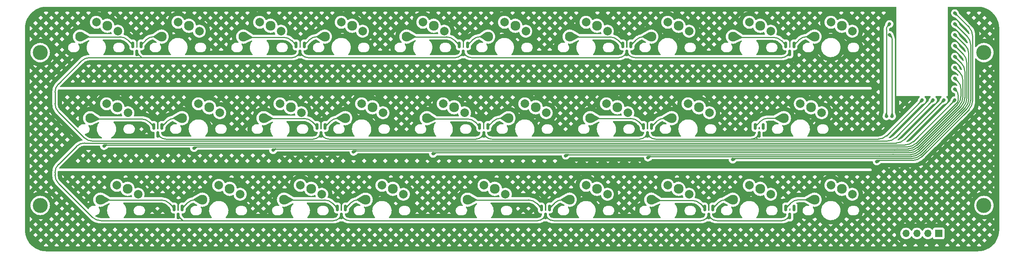
<source format=gbr>
%TF.GenerationSoftware,KiCad,Pcbnew,7.0.7*%
%TF.CreationDate,2023-09-01T12:35:23+10:00*%
%TF.ProjectId,qaz,71617a2e-6b69-4636-9164-5f7063625858,rev?*%
%TF.SameCoordinates,Original*%
%TF.FileFunction,Copper,L2,Bot*%
%TF.FilePolarity,Positive*%
%FSLAX46Y46*%
G04 Gerber Fmt 4.6, Leading zero omitted, Abs format (unit mm)*
G04 Created by KiCad (PCBNEW 7.0.7) date 2023-09-01 12:35:23*
%MOMM*%
%LPD*%
G01*
G04 APERTURE LIST*
G04 Aperture macros list*
%AMRoundRect*
0 Rectangle with rounded corners*
0 $1 Rounding radius*
0 $2 $3 $4 $5 $6 $7 $8 $9 X,Y pos of 4 corners*
0 Add a 4 corners polygon primitive as box body*
4,1,4,$2,$3,$4,$5,$6,$7,$8,$9,$2,$3,0*
0 Add four circle primitives for the rounded corners*
1,1,$1+$1,$2,$3*
1,1,$1+$1,$4,$5*
1,1,$1+$1,$6,$7*
1,1,$1+$1,$8,$9*
0 Add four rect primitives between the rounded corners*
20,1,$1+$1,$2,$3,$4,$5,0*
20,1,$1+$1,$4,$5,$6,$7,0*
20,1,$1+$1,$6,$7,$8,$9,0*
20,1,$1+$1,$8,$9,$2,$3,0*%
G04 Aperture macros list end*
%TA.AperFunction,ComponentPad*%
%ADD10C,2.300000*%
%TD*%
%TA.AperFunction,ComponentPad*%
%ADD11C,2.000000*%
%TD*%
%TA.AperFunction,ComponentPad*%
%ADD12C,3.500000*%
%TD*%
%TA.AperFunction,ComponentPad*%
%ADD13R,1.700000X1.700000*%
%TD*%
%TA.AperFunction,ComponentPad*%
%ADD14O,1.700000X1.700000*%
%TD*%
%TA.AperFunction,SMDPad,CuDef*%
%ADD15RoundRect,0.150000X-0.150000X0.587500X-0.150000X-0.587500X0.150000X-0.587500X0.150000X0.587500X0*%
%TD*%
%TA.AperFunction,ViaPad*%
%ADD16C,0.800000*%
%TD*%
%TA.AperFunction,Conductor*%
%ADD17C,0.250000*%
%TD*%
G04 APERTURE END LIST*
D10*
%TO.P,SW13,1,1*%
%TO.N,Net-(D7-A-Pad1)*%
X73577500Y-51035000D03*
D11*
X77387500Y-47675000D03*
D10*
%TO.P,SW13,2,2*%
%TO.N,c2*%
X79927500Y-48495000D03*
D11*
X82387500Y-49775000D03*
%TD*%
D10*
%TO.P,SW11,1,1*%
%TO.N,Net-(D6-A-Pad1)*%
X33096250Y-51035000D03*
D11*
X36906250Y-47675000D03*
D10*
%TO.P,SW11,2,2*%
%TO.N,c0*%
X39446250Y-48495000D03*
D11*
X41906250Y-49775000D03*
%TD*%
D10*
%TO.P,SW10,1,1*%
%TO.N,Net-(D5-A-Pad2)*%
X202165000Y-31985000D03*
D11*
X205975000Y-28625000D03*
D10*
%TO.P,SW10,2,2*%
%TO.N,c9*%
X208515000Y-29445000D03*
D11*
X210975000Y-30725000D03*
%TD*%
D10*
%TO.P,SW24,1,1*%
%TO.N,Net-(D13-A-Pad1)*%
X121202500Y-70085000D03*
D11*
X125012500Y-66725000D03*
D10*
%TO.P,SW24,2,2*%
%TO.N,c4*%
X127552500Y-67545000D03*
D11*
X130012500Y-68825000D03*
%TD*%
D10*
%TO.P,SW22,1,1*%
%TO.N,Net-(D12-A-Pad1)*%
X78340000Y-70085000D03*
D11*
X82150000Y-66725000D03*
D10*
%TO.P,SW22,2,2*%
%TO.N,c2*%
X84690000Y-67545000D03*
D11*
X87150000Y-68825000D03*
%TD*%
D10*
%TO.P,SW23,1,1*%
%TO.N,Net-(D12-A-Pad2)*%
X97390000Y-70085000D03*
D11*
X101200000Y-66725000D03*
D10*
%TO.P,SW23,2,2*%
%TO.N,c3*%
X103740000Y-67545000D03*
D11*
X106200000Y-68825000D03*
%TD*%
D10*
%TO.P,SW6,1,1*%
%TO.N,Net-(D3-A-Pad2)*%
X125965000Y-31985000D03*
D11*
X129775000Y-28625000D03*
D10*
%TO.P,SW6,2,2*%
%TO.N,c5*%
X132315000Y-29445000D03*
D11*
X134775000Y-30725000D03*
%TD*%
D10*
%TO.P,SW18,1,1*%
%TO.N,Net-(D9-A-Pad2)*%
X168827500Y-51035000D03*
D11*
X172637500Y-47675000D03*
D10*
%TO.P,SW18,2,2*%
%TO.N,c7*%
X175177500Y-48495000D03*
D11*
X177637500Y-49775000D03*
%TD*%
D10*
%TO.P,SW20,1,1*%
%TO.N,Net-(D11-A-Pad1)*%
X35477500Y-70085000D03*
D11*
X39287500Y-66725000D03*
D10*
%TO.P,SW20,2,2*%
%TO.N,c0*%
X41827500Y-67545000D03*
D11*
X44287500Y-68825000D03*
%TD*%
D12*
%TO.P,REF\u002A\u002A,1*%
%TO.N,N/C*%
X241697484Y-35718840D03*
%TD*%
D10*
%TO.P,SW9,1,1*%
%TO.N,Net-(D5-A-Pad1)*%
X183115000Y-31985000D03*
D11*
X186925000Y-28625000D03*
D10*
%TO.P,SW9,2,2*%
%TO.N,c8*%
X189465000Y-29445000D03*
D11*
X191925000Y-30725000D03*
%TD*%
D10*
%TO.P,SW8,1,1*%
%TO.N,Net-(D4-A-Pad2)*%
X164065000Y-31985000D03*
D11*
X167875000Y-28625000D03*
D10*
%TO.P,SW8,2,2*%
%TO.N,c7*%
X170415000Y-29445000D03*
D11*
X172875000Y-30725000D03*
%TD*%
D12*
%TO.P,REF\u002A\u002A,1*%
%TO.N,N/C*%
X21431250Y-71437500D03*
%TD*%
D10*
%TO.P,SW26,1,1*%
%TO.N,Net-(D14-A-Pad1)*%
X164065000Y-70085000D03*
D11*
X167875000Y-66725000D03*
D10*
%TO.P,SW26,2,2*%
%TO.N,c6*%
X170415000Y-67545000D03*
D11*
X172875000Y-68825000D03*
%TD*%
D10*
%TO.P,SW12,1,1*%
%TO.N,Net-(D6-A-Pad2)*%
X54527500Y-51035000D03*
D11*
X58337500Y-47675000D03*
D10*
%TO.P,SW12,2,2*%
%TO.N,c1*%
X60877500Y-48495000D03*
D11*
X63337500Y-49775000D03*
%TD*%
D10*
%TO.P,SW21,1,1*%
%TO.N,Net-(D11-A-Pad2)*%
X59290000Y-70085000D03*
D11*
X63100000Y-66725000D03*
D10*
%TO.P,SW21,2,2*%
%TO.N,c1*%
X65640000Y-67545000D03*
D11*
X68100000Y-68825000D03*
%TD*%
D10*
%TO.P,SW3,1,1*%
%TO.N,Net-(D2-A-Pad1)*%
X68815000Y-31985000D03*
D11*
X72625000Y-28625000D03*
D10*
%TO.P,SW3,2,2*%
%TO.N,c2*%
X75165000Y-29445000D03*
D11*
X77625000Y-30725000D03*
%TD*%
D10*
%TO.P,SW4,1,1*%
%TO.N,Net-(D2-A-Pad2)*%
X87865000Y-31985000D03*
D11*
X91675000Y-28625000D03*
D10*
%TO.P,SW4,2,2*%
%TO.N,c3*%
X94215000Y-29445000D03*
D11*
X96675000Y-30725000D03*
%TD*%
D10*
%TO.P,SW25,1,1*%
%TO.N,Net-(D13-A-Pad2)*%
X145015000Y-70085000D03*
D11*
X148825000Y-66725000D03*
D10*
%TO.P,SW25,2,2*%
%TO.N,c5*%
X151365000Y-67545000D03*
D11*
X153825000Y-68825000D03*
%TD*%
D10*
%TO.P,SW16,1,1*%
%TO.N,Net-(D8-A-Pad2)*%
X130727500Y-51035000D03*
D11*
X134537500Y-47675000D03*
D10*
%TO.P,SW16,2,2*%
%TO.N,c5*%
X137077500Y-48495000D03*
D11*
X139537500Y-49775000D03*
%TD*%
D12*
%TO.P,REF\u002A\u002A,1*%
%TO.N,N/C*%
X21431250Y-35718750D03*
%TD*%
D10*
%TO.P,SW15,1,1*%
%TO.N,Net-(D8-A-Pad1)*%
X111677500Y-51035000D03*
D11*
X115487500Y-47675000D03*
D10*
%TO.P,SW15,2,2*%
%TO.N,c4*%
X118027500Y-48495000D03*
D11*
X120487500Y-49775000D03*
%TD*%
D10*
%TO.P,SW2,1,1*%
%TO.N,Net-(D1-A-Pad2)*%
X49765000Y-31985000D03*
D11*
X53575000Y-28625000D03*
D10*
%TO.P,SW2,2,2*%
%TO.N,c1*%
X56115000Y-29445000D03*
D11*
X58575000Y-30725000D03*
%TD*%
D13*
%TO.P,J1,1,GND*%
%TO.N,GND*%
X231140576Y-77986134D03*
D14*
%TO.P,J1,2,VCC*%
%TO.N,+3.3V*%
X228600576Y-77986134D03*
%TO.P,J1,3,SCL*%
%TO.N,scl*%
X226060576Y-77986134D03*
%TO.P,J1,4,SDA*%
%TO.N,sda*%
X223520576Y-77986134D03*
%TD*%
D10*
%TO.P,SW5,1,1*%
%TO.N,Net-(D3-A-Pad1)*%
X106915000Y-31985000D03*
D11*
X110725000Y-28625000D03*
D10*
%TO.P,SW5,2,2*%
%TO.N,c4*%
X113265000Y-29445000D03*
D11*
X115725000Y-30725000D03*
%TD*%
D10*
%TO.P,SW28,1,1*%
%TO.N,Net-(D15-A-Pad1)*%
X202165000Y-70085000D03*
D11*
X205975000Y-66725000D03*
D10*
%TO.P,SW28,2,2*%
%TO.N,c8*%
X208515000Y-67545000D03*
D11*
X210975000Y-68825000D03*
%TD*%
D10*
%TO.P,SW14,1,1*%
%TO.N,Net-(D7-A-Pad2)*%
X92627500Y-51035000D03*
D11*
X96437500Y-47675000D03*
D10*
%TO.P,SW14,2,2*%
%TO.N,c3*%
X98977500Y-48495000D03*
D11*
X101437500Y-49775000D03*
%TD*%
D10*
%TO.P,SW7,1,1*%
%TO.N,Net-(D4-A-Pad1)*%
X145015000Y-31985000D03*
D11*
X148825000Y-28625000D03*
D10*
%TO.P,SW7,2,2*%
%TO.N,c6*%
X151365000Y-29445000D03*
D11*
X153825000Y-30725000D03*
%TD*%
D10*
%TO.P,SW17,1,1*%
%TO.N,Net-(D9-A-Pad1)*%
X149777500Y-51035000D03*
D11*
X153587500Y-47675000D03*
D10*
%TO.P,SW17,2,2*%
%TO.N,c6*%
X156127500Y-48495000D03*
D11*
X158587500Y-49775000D03*
%TD*%
D10*
%TO.P,SW19,1,1*%
%TO.N,Net-(D10-A-Pad1)*%
X195021250Y-51035000D03*
D11*
X198831250Y-47675000D03*
D10*
%TO.P,SW19,2,2*%
%TO.N,c8*%
X201371250Y-48495000D03*
D11*
X203831250Y-49775000D03*
%TD*%
D12*
%TO.P,REF\u002A\u002A,1*%
%TO.N,N/C*%
X241698296Y-71437920D03*
%TD*%
D10*
%TO.P,SW1,1,1*%
%TO.N,Net-(D1-A-Pad1)*%
X30715000Y-31985000D03*
D11*
X34525000Y-28625000D03*
D10*
%TO.P,SW1,2,2*%
%TO.N,c0*%
X37065000Y-29445000D03*
D11*
X39525000Y-30725000D03*
%TD*%
D10*
%TO.P,SW27,1,1*%
%TO.N,Net-(D14-A-Pad2)*%
X183115000Y-70085000D03*
D11*
X186925000Y-66725000D03*
D10*
%TO.P,SW27,2,2*%
%TO.N,c7*%
X189465000Y-67545000D03*
D11*
X191925000Y-68825000D03*
%TD*%
D15*
%TO.P,D15,1,A*%
%TO.N,Net-(D15-A-Pad1)*%
X195446591Y-72032994D03*
%TO.P,D15,2,A*%
%TO.N,unconnected-(D15-A-Pad2)*%
X197346591Y-72032994D03*
%TO.P,D15,3,K*%
%TO.N,r2*%
X196396591Y-73907994D03*
%TD*%
%TO.P,D12,1,A*%
%TO.N,Net-(D12-A-Pad1)*%
X90785385Y-72032994D03*
%TO.P,D12,2,A*%
%TO.N,Net-(D12-A-Pad2)*%
X92685385Y-72032994D03*
%TO.P,D12,3,K*%
%TO.N,r2*%
X91735385Y-73907994D03*
%TD*%
%TO.P,D2,1,A*%
%TO.N,Net-(D2-A-Pad1)*%
X81146303Y-33932898D03*
%TO.P,D2,2,A*%
%TO.N,Net-(D2-A-Pad2)*%
X83046303Y-33932898D03*
%TO.P,D2,3,K*%
%TO.N,r0*%
X82096303Y-35807898D03*
%TD*%
%TO.P,D3,1,A*%
%TO.N,Net-(D3-A-Pad1)*%
X119246399Y-33932898D03*
%TO.P,D3,2,A*%
%TO.N,Net-(D3-A-Pad2)*%
X121146399Y-33932898D03*
%TO.P,D3,3,K*%
%TO.N,r0*%
X120196399Y-35807898D03*
%TD*%
%TO.P,D1,1,A*%
%TO.N,Net-(D1-A-Pad1)*%
X43046207Y-33932898D03*
%TO.P,D1,2,A*%
%TO.N,Net-(D1-A-Pad2)*%
X44946207Y-33932898D03*
%TO.P,D1,3,K*%
%TO.N,r0*%
X43996207Y-35807898D03*
%TD*%
%TO.P,D11,1,A*%
%TO.N,Net-(D11-A-Pad1)*%
X52685289Y-72032994D03*
%TO.P,D11,2,A*%
%TO.N,Net-(D11-A-Pad2)*%
X54585289Y-72032994D03*
%TO.P,D11,3,K*%
%TO.N,r2*%
X53635289Y-73907994D03*
%TD*%
%TO.P,D13,1,A*%
%TO.N,Net-(D13-A-Pad1)*%
X138410505Y-72032994D03*
%TO.P,D13,2,A*%
%TO.N,Net-(D13-A-Pad2)*%
X140310505Y-72032994D03*
%TO.P,D13,3,K*%
%TO.N,r2*%
X139360505Y-73907994D03*
%TD*%
%TO.P,D8,1,A*%
%TO.N,Net-(D8-A-Pad1)*%
X124008911Y-52982946D03*
%TO.P,D8,2,A*%
%TO.N,Net-(D8-A-Pad2)*%
X125908911Y-52982946D03*
%TO.P,D8,3,K*%
%TO.N,r1*%
X124958911Y-54857946D03*
%TD*%
%TO.P,D14,1,A*%
%TO.N,Net-(D14-A-Pad1)*%
X176510601Y-72032994D03*
%TO.P,D14,2,A*%
%TO.N,Net-(D14-A-Pad2)*%
X178410601Y-72032994D03*
%TO.P,D14,3,K*%
%TO.N,r2*%
X177460601Y-73907994D03*
%TD*%
%TO.P,D10,1,A*%
%TO.N,Net-(D10-A-Pad1)*%
X188302823Y-52982946D03*
%TO.P,D10,2,A*%
%TO.N,unconnected-(D10-A-Pad2)*%
X190202823Y-52982946D03*
%TO.P,D10,3,K*%
%TO.N,r1*%
X189252823Y-54857946D03*
%TD*%
%TO.P,D4,1,A*%
%TO.N,Net-(D4-A-Pad1)*%
X157403524Y-33932898D03*
%TO.P,D4,2,A*%
%TO.N,Net-(D4-A-Pad2)*%
X159303524Y-33932898D03*
%TO.P,D4,3,K*%
%TO.N,r0*%
X158353524Y-35807898D03*
%TD*%
%TO.P,D9,1,A*%
%TO.N,Net-(D9-A-Pad1)*%
X162223065Y-52982946D03*
%TO.P,D9,2,A*%
%TO.N,Net-(D9-A-Pad2)*%
X164123065Y-52982946D03*
%TO.P,D9,3,K*%
%TO.N,r1*%
X163173065Y-54857946D03*
%TD*%
%TO.P,D5,1,A*%
%TO.N,Net-(D5-A-Pad1)*%
X195446591Y-33932898D03*
%TO.P,D5,2,A*%
%TO.N,Net-(D5-A-Pad2)*%
X197346591Y-33932898D03*
%TO.P,D5,3,K*%
%TO.N,r0*%
X196396591Y-35807898D03*
%TD*%
%TO.P,D6,1,A*%
%TO.N,Net-(D6-A-Pad1)*%
X47922777Y-52982946D03*
%TO.P,D6,2,A*%
%TO.N,Net-(D6-A-Pad2)*%
X49822777Y-52982946D03*
%TO.P,D6,3,K*%
%TO.N,r1*%
X48872777Y-54857946D03*
%TD*%
%TO.P,D7,1,A*%
%TO.N,Net-(D7-A-Pad1)*%
X86022873Y-52982946D03*
%TO.P,D7,2,A*%
%TO.N,Net-(D7-A-Pad2)*%
X87922873Y-52982946D03*
%TO.P,D7,3,K*%
%TO.N,r1*%
X86972873Y-54857946D03*
%TD*%
D16*
%TO.N,r0*%
X229831604Y-46811473D03*
%TO.N,r1*%
X227291604Y-46811473D03*
%TO.N,r2*%
X232371604Y-46811473D03*
%TO.N,c0*%
X234911604Y-46811473D03*
X36314276Y-57568400D03*
%TO.N,c1*%
X234911604Y-44271473D03*
X57333658Y-58018400D03*
%TO.N,c2*%
X75788398Y-58524234D03*
X234911604Y-41731473D03*
%TO.N,c3*%
X234911604Y-39191473D03*
X94540795Y-58918400D03*
%TO.N,c4*%
X234911604Y-36651473D03*
X113110040Y-59368400D03*
%TO.N,c5*%
X144066472Y-59818400D03*
X234911604Y-34111473D03*
%TO.N,c6*%
X234911604Y-31571473D03*
X163257722Y-60268400D03*
%TO.N,c7*%
X183059259Y-60722232D03*
X234911604Y-29031473D03*
%TO.N,c8*%
X234911604Y-26491473D03*
X216695024Y-61168400D03*
%TO.N,GND*%
X218946604Y-50601690D03*
X219671604Y-29031473D03*
%TO.N,+3.3V*%
X220266180Y-50601690D03*
X219671604Y-31571473D03*
%TD*%
D17*
%TO.N,Net-(D1-A-Pad1)*%
X30825961Y-32050000D02*
X40036327Y-32050000D01*
X41960205Y-32846896D02*
X43046207Y-33932898D01*
X30747500Y-32017500D02*
X30715000Y-31985000D01*
X30747511Y-32017489D02*
G75*
G03*
X30825961Y-32050000I78489J78489D01*
G01*
X41960197Y-32846904D02*
G75*
G03*
X40036327Y-32050000I-1923897J-1923896D01*
G01*
%TO.N,Net-(D1-A-Pad2)*%
X48021086Y-31985000D02*
X49765000Y-31985000D01*
X46097208Y-32781896D02*
X44946207Y-33932898D01*
X48021086Y-31984998D02*
G75*
G03*
X46097208Y-32781896I14J-2720802D01*
G01*
%TO.N,r0*%
X157810523Y-36350899D02*
X158353524Y-35807898D01*
X158353524Y-35807898D02*
X158896525Y-36350899D01*
X45025001Y-36836692D02*
X43996207Y-35807898D01*
X82096303Y-35807898D02*
X82639304Y-36350899D01*
X32957857Y-36893900D02*
X45163112Y-36893900D01*
X45486725Y-36893900D02*
X45324918Y-36893900D01*
X45244015Y-36893900D02*
X45163112Y-36893900D01*
X45324918Y-36893900D02*
X45244015Y-36893900D01*
X82096303Y-35807898D02*
X81553302Y-36350899D01*
X118342477Y-36893900D02*
X83950224Y-36893900D01*
X45486725Y-36893900D02*
X80242381Y-36893900D01*
X24876860Y-44974897D02*
X24876860Y-47651040D01*
X120196399Y-35807898D02*
X120739400Y-36350899D01*
X31033979Y-37690796D02*
X25673756Y-43051019D01*
X45244015Y-36893900D02*
X45163112Y-36893900D01*
X156499602Y-36893900D02*
X122050320Y-36893900D01*
X229831604Y-46811473D02*
X221046073Y-55597003D01*
X219122195Y-56393900D02*
X33619719Y-56393900D01*
X45324918Y-36893900D02*
X45244015Y-36893900D01*
X160207445Y-36893900D02*
X194542669Y-36893900D01*
X195853590Y-36350899D02*
X196396591Y-35807898D01*
X31695841Y-55597003D02*
X25673756Y-49574918D01*
X120196399Y-35807898D02*
X119653398Y-36350899D01*
X45324918Y-36893900D02*
X45486725Y-36893900D01*
X82639296Y-36350907D02*
G75*
G03*
X83950224Y-36893900I1310904J1310907D01*
G01*
X219122195Y-56393888D02*
G75*
G03*
X221046073Y-55597003I5J2720788D01*
G01*
X45244015Y-36893900D02*
G75*
G02*
X45244015Y-36893900I0J0D01*
G01*
X32957857Y-36893877D02*
G75*
G03*
X31033979Y-37690796I43J-2720823D01*
G01*
X31695826Y-55597018D02*
G75*
G03*
X33619719Y-56393900I1923874J1923918D01*
G01*
X45024999Y-36836694D02*
G75*
G03*
X45163112Y-36893900I138101J138094D01*
G01*
X120739394Y-36350905D02*
G75*
G03*
X122050320Y-36893900I1310906J1310905D01*
G01*
X80242381Y-36893893D02*
G75*
G03*
X81553302Y-36350899I19J1853893D01*
G01*
X156499602Y-36893908D02*
G75*
G03*
X157810523Y-36350899I-2J1853908D01*
G01*
X45324918Y-36893900D02*
G75*
G02*
X45324918Y-36893900I0J0D01*
G01*
X45163112Y-36893900D02*
G75*
G02*
X45163112Y-36893900I0J0D01*
G01*
X118342477Y-36893890D02*
G75*
G03*
X119653398Y-36350899I23J1853890D01*
G01*
X24876822Y-47651040D02*
G75*
G03*
X25673756Y-49574918I2720778J40D01*
G01*
X158896507Y-36350917D02*
G75*
G03*
X160207445Y-36893900I1310893J1310917D01*
G01*
X194542669Y-36893884D02*
G75*
G03*
X195853589Y-36350898I31J1853884D01*
G01*
X25673765Y-43051028D02*
G75*
G03*
X24876860Y-44974897I1923835J-1923872D01*
G01*
%TO.N,Net-(D2-A-Pad1)*%
X80166401Y-32952996D02*
X81146303Y-33932898D01*
X69107085Y-32156100D02*
X78242523Y-32156100D01*
X68900550Y-32070550D02*
X68815000Y-31985000D01*
X80166395Y-32953002D02*
G75*
G03*
X78242523Y-32156100I-1923895J-1923898D01*
G01*
X68900554Y-32070546D02*
G75*
G03*
X69107085Y-32156100I206546J206546D01*
G01*
%TO.N,Net-(D2-A-Pad2)*%
X84197304Y-32781896D02*
X83046303Y-33932898D01*
X86121182Y-31985000D02*
X87865000Y-31985000D01*
X86121182Y-31984995D02*
G75*
G03*
X84197304Y-32781896I18J-2720805D01*
G01*
%TO.N,Net-(D3-A-Pad1)*%
X107025961Y-32050000D02*
X116236519Y-32050000D01*
X118160397Y-32846896D02*
X119246399Y-33932898D01*
X106947500Y-32017500D02*
X106915000Y-31985000D01*
X106947511Y-32017489D02*
G75*
G03*
X107025961Y-32050000I78489J78489D01*
G01*
X118160393Y-32846900D02*
G75*
G03*
X116236519Y-32050000I-1923893J-1923900D01*
G01*
%TO.N,Net-(D3-A-Pad2)*%
X124221278Y-31985000D02*
X125965000Y-31985000D01*
X122297400Y-32781896D02*
X121146399Y-33932898D01*
X124221278Y-31984992D02*
G75*
G03*
X122297400Y-32781896I22J-2720808D01*
G01*
%TO.N,Net-(D4-A-Pad1)*%
X145047500Y-32017500D02*
X145015000Y-31985000D01*
X145125961Y-32050000D02*
X154393644Y-32050000D01*
X156317522Y-32846896D02*
X157403524Y-33932898D01*
X156317505Y-32846913D02*
G75*
G03*
X154393644Y-32050000I-1923905J-1923887D01*
G01*
X145047511Y-32017489D02*
G75*
G03*
X145125961Y-32050000I78489J78489D01*
G01*
%TO.N,Net-(D4-A-Pad2)*%
X162378403Y-31985000D02*
X164065000Y-31985000D01*
X160454525Y-32781896D02*
X159303524Y-33932898D01*
X162378403Y-31985010D02*
G75*
G03*
X160454525Y-32781896I-3J-2720790D01*
G01*
%TO.N,Net-(D5-A-Pad1)*%
X183407085Y-32156100D02*
X192542811Y-32156100D01*
X183200550Y-32070550D02*
X183115000Y-31985000D01*
X194466689Y-32952996D02*
X195446591Y-33932898D01*
X194466689Y-32952996D02*
G75*
G03*
X192542811Y-32156100I-1923889J-1923904D01*
G01*
X183200554Y-32070546D02*
G75*
G03*
X183407085Y-32156100I206546J206546D01*
G01*
%TO.N,Net-(D5-A-Pad2)*%
X200421470Y-31985000D02*
X202165000Y-31985000D01*
X198497592Y-32781896D02*
X197346591Y-33932898D01*
X200421470Y-31984987D02*
G75*
G03*
X198497593Y-32781897I30J-2720813D01*
G01*
%TO.N,Net-(D6-A-Pad1)*%
X33388335Y-51206100D02*
X45018949Y-51206100D01*
X46942827Y-52002996D02*
X47922777Y-52982946D01*
X33181800Y-51120550D02*
X33096250Y-51035000D01*
X33181779Y-51120571D02*
G75*
G03*
X33388335Y-51206100I206521J206571D01*
G01*
X46942858Y-52002965D02*
G75*
G03*
X45018949Y-51206100I-1923858J-1923935D01*
G01*
%TO.N,Net-(D6-A-Pad2)*%
X52897704Y-51035000D02*
X54527500Y-51035000D01*
X50973826Y-51831896D02*
X49822777Y-52982946D01*
X52897704Y-51035011D02*
G75*
G03*
X50973827Y-51831897I-4J-2720789D01*
G01*
%TO.N,r1*%
X217032195Y-55943900D02*
X188934754Y-55943900D01*
X126812750Y-55943900D02*
X161319225Y-55943900D01*
X163173065Y-54857946D02*
X162630088Y-55400923D01*
X124415934Y-55400923D02*
X124958911Y-54857946D01*
X86972873Y-54857946D02*
X86429896Y-55400923D01*
X49415754Y-55400923D02*
X48872777Y-54857946D01*
X187398983Y-55943900D02*
X188934754Y-55943900D01*
X88826712Y-55943900D02*
X123105071Y-55943900D01*
X86972873Y-54857946D02*
X87515850Y-55400923D01*
X85119033Y-55943900D02*
X50726616Y-55943900D01*
X125501888Y-55400923D02*
X124958911Y-54857946D01*
X227291604Y-46811473D02*
X218956073Y-55147003D01*
X163173065Y-54857946D02*
X163716042Y-55400923D01*
X188709846Y-55400923D02*
X189252823Y-54857946D01*
X187398983Y-55943900D02*
X165026904Y-55943900D01*
X187398983Y-55943870D02*
G75*
G03*
X188709846Y-55400923I17J1853870D01*
G01*
X49415754Y-55400923D02*
G75*
G03*
X50726616Y-55943900I1310846J1310823D01*
G01*
X161319225Y-55943900D02*
G75*
G03*
X162630088Y-55400923I-25J1853900D01*
G01*
X125501921Y-55400890D02*
G75*
G03*
X126812750Y-55943900I1310879J1310790D01*
G01*
X123105071Y-55943862D02*
G75*
G03*
X124415934Y-55400923I29J1853862D01*
G01*
X188709831Y-55400908D02*
G75*
G03*
X188934754Y-55943900I224969J-224892D01*
G01*
X85119033Y-55943905D02*
G75*
G03*
X86429895Y-55400922I-33J1853905D01*
G01*
X87515852Y-55400921D02*
G75*
G03*
X88826712Y-55943900I1310848J1310821D01*
G01*
X217032195Y-55943888D02*
G75*
G03*
X218956073Y-55147003I5J2720788D01*
G01*
X163716048Y-55400917D02*
G75*
G03*
X165026904Y-55943900I1310852J1310817D01*
G01*
%TO.N,Net-(D7-A-Pad1)*%
X84936823Y-51896896D02*
X86022873Y-52982946D01*
X73688461Y-51100000D02*
X83012945Y-51100000D01*
X73610000Y-51067500D02*
X73577500Y-51035000D01*
X84936806Y-51896913D02*
G75*
G03*
X83012945Y-51100000I-1923906J-1923887D01*
G01*
X73610011Y-51067489D02*
G75*
G03*
X73688461Y-51100000I78489J78489D01*
G01*
%TO.N,Net-(D7-A-Pad2)*%
X90997800Y-51035000D02*
X92627500Y-51035000D01*
X89073922Y-51831896D02*
X87922873Y-52982946D01*
X90997800Y-51035008D02*
G75*
G03*
X89073923Y-51831897I0J-2720792D01*
G01*
%TO.N,Net-(D8-A-Pad1)*%
X111763050Y-51120550D02*
X111677500Y-51035000D01*
X121105083Y-51206100D02*
X111969585Y-51206100D01*
X123028961Y-52002996D02*
X124008911Y-52982946D01*
X111763054Y-51120546D02*
G75*
G03*
X111969585Y-51206100I206546J206546D01*
G01*
X123028975Y-52002982D02*
G75*
G03*
X121105083Y-51206100I-1923875J-1923918D01*
G01*
%TO.N,Net-(D8-A-Pad2)*%
X127059960Y-51831896D02*
X125908911Y-52982946D01*
X128983838Y-51035000D02*
X130727500Y-51035000D01*
X128983838Y-51035035D02*
G75*
G03*
X127059961Y-51831897I-38J-2720765D01*
G01*
%TO.N,Net-(D9-A-Pad1)*%
X149810000Y-51067500D02*
X149777500Y-51035000D01*
X159213137Y-51100000D02*
X149888461Y-51100000D01*
X161137015Y-51896896D02*
X162223065Y-52982946D01*
X161137002Y-51896909D02*
G75*
G03*
X159213137Y-51100000I-1923902J-1923891D01*
G01*
X149810011Y-51067489D02*
G75*
G03*
X149888461Y-51100000I78489J78489D01*
G01*
%TO.N,Net-(D9-A-Pad2)*%
X165274114Y-51831896D02*
X164123065Y-52982946D01*
X167197992Y-51035000D02*
X168827500Y-51035000D01*
X167197992Y-51035002D02*
G75*
G03*
X165274114Y-51831896I8J-2720798D01*
G01*
%TO.N,Net-(D10-A-Pad1)*%
X191377750Y-51035000D02*
X195021250Y-51035000D01*
X189453872Y-51831896D02*
X188302823Y-52982946D01*
X191377750Y-51035043D02*
G75*
G03*
X189453872Y-51831896I-50J-2720757D01*
G01*
%TO.N,Net-(D11-A-Pad1)*%
X35510000Y-70117500D02*
X35477500Y-70085000D01*
X35588461Y-70150000D02*
X49675313Y-70150000D01*
X51599191Y-70946896D02*
X52685289Y-72032994D01*
X35510011Y-70117489D02*
G75*
G03*
X35588461Y-70150000I78489J78489D01*
G01*
X51599190Y-70946897D02*
G75*
G03*
X49675313Y-70150000I-1923890J-1923903D01*
G01*
%TO.N,Net-(D11-A-Pad2)*%
X57660264Y-70085000D02*
X59290000Y-70085000D01*
X55736386Y-70881896D02*
X54585289Y-72032994D01*
X57660264Y-70084982D02*
G75*
G03*
X55736386Y-70881896I36J-2720818D01*
G01*
%TO.N,r2*%
X137506747Y-74993900D02*
X93589142Y-74993900D01*
X54704267Y-74976972D02*
X53635289Y-73907994D01*
X139903458Y-74450947D02*
X139360505Y-73907994D01*
X35550969Y-74993900D02*
X54745133Y-74993900D01*
X54769071Y-74993900D02*
X54745133Y-74993900D01*
X54793009Y-74993900D02*
X54769071Y-74993900D01*
X54793009Y-74993900D02*
X54840886Y-74993900D01*
X33627091Y-74197003D02*
X25673722Y-66243634D01*
X29870655Y-57640796D02*
X25673722Y-61837729D01*
X141214262Y-74993900D02*
X175606843Y-74993900D01*
X177460601Y-73907994D02*
X178003554Y-74450947D01*
X195853638Y-74450947D02*
X196396591Y-73907994D01*
X54769071Y-74993900D02*
X54745133Y-74993900D01*
X31794533Y-56843900D02*
X221212195Y-56843900D01*
X92278338Y-74450947D02*
X91735385Y-73907994D01*
X223136073Y-56047003D02*
X232371604Y-46811473D01*
X177460601Y-73907994D02*
X176917648Y-74450947D01*
X138817552Y-74450947D02*
X139360505Y-73907994D01*
X194542833Y-74993900D02*
X179314358Y-74993900D01*
X54793009Y-74993900D02*
X54769071Y-74993900D01*
X24876826Y-64319756D02*
X24876826Y-63761607D01*
X54840886Y-74993900D02*
X54793009Y-74993900D01*
X54840886Y-74993900D02*
X89881627Y-74993900D01*
X91192432Y-74450947D02*
X91735385Y-73907994D01*
X25673719Y-61837726D02*
G75*
G03*
X24876826Y-63761607I1923881J-1923874D01*
G01*
X178003566Y-74450935D02*
G75*
G03*
X179314358Y-74993900I1310834J1310835D01*
G01*
X175606843Y-74993918D02*
G75*
G03*
X176917648Y-74450947I-43J1853818D01*
G01*
X54704249Y-74976990D02*
G75*
G03*
X54745133Y-74993900I40851J40890D01*
G01*
X137506747Y-74993921D02*
G75*
G03*
X138817552Y-74450947I-47J1853821D01*
G01*
X54769071Y-74993900D02*
G75*
G02*
X54769071Y-74993900I0J0D01*
G01*
X89881627Y-74993906D02*
G75*
G03*
X91192431Y-74450946I-27J1853806D01*
G01*
X92278308Y-74450977D02*
G75*
G03*
X93589142Y-74993900I1310792J1310877D01*
G01*
X33627101Y-74196993D02*
G75*
G03*
X35550969Y-74993900I1923899J1923893D01*
G01*
X54745133Y-74993900D02*
G75*
G02*
X54745133Y-74993900I0J0D01*
G01*
X139903468Y-74450937D02*
G75*
G03*
X141214262Y-74993900I1310832J1310837D01*
G01*
X221212195Y-56843888D02*
G75*
G03*
X223136073Y-56047003I5J2720788D01*
G01*
X24876829Y-64319756D02*
G75*
G03*
X25673722Y-66243634I2720771J-4D01*
G01*
X194542833Y-74993911D02*
G75*
G03*
X195853638Y-74450947I-33J1853811D01*
G01*
X54793009Y-74993900D02*
G75*
G02*
X54793009Y-74993900I0J0D01*
G01*
X31794533Y-56843931D02*
G75*
G03*
X29870655Y-57640796I-33J-2720769D01*
G01*
%TO.N,Net-(D12-A-Pad1)*%
X89699287Y-70946896D02*
X90785385Y-72032994D01*
X78372500Y-70117500D02*
X78340000Y-70085000D01*
X78450961Y-70150000D02*
X87775409Y-70150000D01*
X89699288Y-70946895D02*
G75*
G03*
X87775409Y-70150000I-1923888J-1923905D01*
G01*
X78372511Y-70117489D02*
G75*
G03*
X78450961Y-70150000I78489J78489D01*
G01*
%TO.N,Net-(D12-A-Pad2)*%
X95760360Y-70085000D02*
X97390000Y-70085000D01*
X93836482Y-70881896D02*
X92685385Y-72032994D01*
X95760360Y-70084979D02*
G75*
G03*
X93836482Y-70881896I40J-2720821D01*
G01*
%TO.N,Net-(D13-A-Pad1)*%
X137324407Y-70946896D02*
X138410505Y-72032994D01*
X121235000Y-70117500D02*
X121202500Y-70085000D01*
X135400529Y-70150000D02*
X121313461Y-70150000D01*
X137324398Y-70946905D02*
G75*
G03*
X135400529Y-70150000I-1923898J-1923895D01*
G01*
X121235011Y-70117489D02*
G75*
G03*
X121313461Y-70150000I78489J78489D01*
G01*
%TO.N,Net-(D13-A-Pad2)*%
X141461602Y-70881896D02*
X140310505Y-72032994D01*
X143385480Y-70085000D02*
X145015000Y-70085000D01*
X143385480Y-70084994D02*
G75*
G03*
X141461603Y-70881897I20J-2720806D01*
G01*
%TO.N,Net-(D14-A-Pad1)*%
X164357085Y-70256100D02*
X173606725Y-70256100D01*
X164150550Y-70170550D02*
X164065000Y-70085000D01*
X175530603Y-71052996D02*
X176510601Y-72032994D01*
X164150554Y-70170546D02*
G75*
G03*
X164357085Y-70256100I206546J206546D01*
G01*
X175530596Y-71053003D02*
G75*
G03*
X173606725Y-70256100I-1923896J-1923897D01*
G01*
%TO.N,Net-(D15-A-Pad1)*%
X196597688Y-70881896D02*
X195446591Y-72032994D01*
X198521566Y-70085000D02*
X202165000Y-70085000D01*
X198521566Y-70084984D02*
G75*
G03*
X196597689Y-70881897I34J-2720816D01*
G01*
%TO.N,c0*%
X36782876Y-57293900D02*
X223302195Y-57293900D01*
X36451526Y-57431150D02*
X36314276Y-57568400D01*
X225226073Y-56497003D02*
X234911604Y-46811473D01*
X36782876Y-57293884D02*
G75*
G03*
X36451526Y-57431150I24J-468616D01*
G01*
X223302195Y-57293888D02*
G75*
G03*
X225226073Y-56497003I5J2720788D01*
G01*
%TO.N,c1*%
X57802258Y-57743900D02*
X222049877Y-57743900D01*
X222052354Y-57743900D02*
X223877500Y-57743900D01*
X225801378Y-56947003D02*
X235550691Y-47197690D01*
X57470908Y-57881150D02*
X57333658Y-58018400D01*
X235274104Y-44633973D02*
X234911604Y-44271473D01*
X222052354Y-57743900D02*
X222049877Y-57743900D01*
X235636604Y-45509125D02*
X235636604Y-46990278D01*
X222051992Y-57744776D02*
X222052868Y-57745652D01*
X235636570Y-45509125D02*
G75*
G03*
X235274103Y-44633974I-1237670J25D01*
G01*
X223877500Y-57743892D02*
G75*
G03*
X225801378Y-56947003I0J2720792D01*
G01*
X222052349Y-57743848D02*
G75*
G03*
X222051993Y-57744775I51J-552D01*
G01*
X222052005Y-57744763D02*
G75*
G03*
X222049877Y-57743900I-2105J-2137D01*
G01*
X235550698Y-47197697D02*
G75*
G03*
X235636604Y-46990278I-207398J207397D01*
G01*
X57802258Y-57743871D02*
G75*
G03*
X57470908Y-57881150I42J-468629D01*
G01*
%TO.N,c2*%
X75953565Y-58359067D02*
X75788398Y-58524234D01*
X236339658Y-45918138D02*
X236339658Y-44169313D01*
X221456313Y-58193900D02*
X76352313Y-58193900D01*
X235625631Y-42445500D02*
X234911604Y-41731473D01*
X235542761Y-47842016D02*
X225986022Y-57398755D01*
X221460542Y-58195652D02*
X224062144Y-58195652D01*
X235542739Y-47841994D02*
G75*
G03*
X236339658Y-45918138I-1923839J1923894D01*
G01*
X221458415Y-58194789D02*
G75*
G03*
X221460542Y-58195652I2085J2089D01*
G01*
X76352313Y-58193905D02*
G75*
G03*
X75953565Y-58359067I-13J-563895D01*
G01*
X224062144Y-58195689D02*
G75*
G03*
X225986022Y-57398755I-44J2720789D01*
G01*
X221458423Y-58194781D02*
G75*
G03*
X221456313Y-58193900I-2123J-2119D01*
G01*
X236339643Y-44169313D02*
G75*
G03*
X235625631Y-42445500I-2437843J13D01*
G01*
%TO.N,c3*%
X220865226Y-58645652D02*
X224248540Y-58645652D01*
X236789658Y-46104534D02*
X236789658Y-42196508D01*
X235992761Y-48028412D02*
X226172418Y-57848755D01*
X220860997Y-58643900D02*
X95009395Y-58643900D01*
X94540795Y-58918400D02*
X94678045Y-58781150D01*
X234911604Y-39191473D02*
X235992761Y-40272630D01*
X95009395Y-58643897D02*
G75*
G03*
X94678045Y-58781150I5J-468603D01*
G01*
X224248540Y-58645686D02*
G75*
G03*
X226172418Y-57848755I-40J2720786D01*
G01*
X220863107Y-58644781D02*
G75*
G03*
X220865226Y-58645652I2093J2081D01*
G01*
X220863115Y-58644773D02*
G75*
G03*
X220860997Y-58643900I-2115J-2127D01*
G01*
X235992741Y-48028392D02*
G75*
G03*
X236789658Y-46104534I-1923841J1923892D01*
G01*
X236789656Y-42196508D02*
G75*
G03*
X235992761Y-40272630I-2720756J8D01*
G01*
%TO.N,c4*%
X234911604Y-36651473D02*
X236442761Y-38182630D01*
X224434936Y-59095652D02*
X220678830Y-59095652D01*
X220674601Y-59093900D02*
X113578640Y-59093900D01*
X237239658Y-46290930D02*
X237239658Y-40106508D01*
X236442761Y-48214808D02*
X226358814Y-58298755D01*
X113247290Y-59231150D02*
X113110040Y-59368400D01*
X113578640Y-59093929D02*
G75*
G03*
X113247290Y-59231150I-40J-468571D01*
G01*
X237239656Y-40106508D02*
G75*
G03*
X236442761Y-38182630I-2720756J8D01*
G01*
X236442743Y-48214790D02*
G75*
G03*
X237239658Y-46290930I-1923843J1923890D01*
G01*
X224434936Y-59095683D02*
G75*
G03*
X226358814Y-58298755I-36J2720783D01*
G01*
X220676709Y-59094783D02*
G75*
G03*
X220678830Y-59095652I2091J2083D01*
G01*
X220676717Y-59094775D02*
G75*
G03*
X220674601Y-59093900I-2117J-2125D01*
G01*
%TO.N,c5*%
X226545210Y-58748755D02*
X236892761Y-48401204D01*
X236892761Y-36092630D02*
X234911604Y-34111473D01*
X144203722Y-59681150D02*
X144066472Y-59818400D01*
X144535072Y-59543900D02*
X220488205Y-59543900D01*
X220492434Y-59545652D02*
X224621332Y-59545652D01*
X237689658Y-38016508D02*
X237689658Y-46477326D01*
X144535072Y-59543881D02*
G75*
G03*
X144203722Y-59681150I28J-468619D01*
G01*
X236892745Y-48401188D02*
G75*
G03*
X237689658Y-46477326I-1923845J1923888D01*
G01*
X224621332Y-59545680D02*
G75*
G03*
X226545209Y-58748754I-32J2720780D01*
G01*
X237689656Y-38016508D02*
G75*
G03*
X236892761Y-36092630I-2720756J8D01*
G01*
X220490311Y-59544785D02*
G75*
G03*
X220492434Y-59545652I2089J2085D01*
G01*
X220490319Y-59544777D02*
G75*
G03*
X220488205Y-59543900I-2119J-2123D01*
G01*
%TO.N,c6*%
X234911604Y-31571473D02*
X237342761Y-34002630D01*
X238139658Y-35926508D02*
X238139658Y-46663722D01*
X163394972Y-60131150D02*
X163257722Y-60268400D01*
X226731606Y-59198755D02*
X237342761Y-48587600D01*
X217293330Y-59995652D02*
X224807728Y-59995652D01*
X217289101Y-59993900D02*
X163726322Y-59993900D01*
X217291209Y-59994783D02*
G75*
G03*
X217293330Y-59995652I2091J2083D01*
G01*
X217291217Y-59994775D02*
G75*
G03*
X217289101Y-59993900I-2117J-2125D01*
G01*
X237342747Y-48587586D02*
G75*
G03*
X238139658Y-46663722I-1923847J1923886D01*
G01*
X224807728Y-59995677D02*
G75*
G03*
X226731605Y-59198754I-28J2720777D01*
G01*
X163726322Y-59993916D02*
G75*
G03*
X163394972Y-60131150I-22J-468584D01*
G01*
X238139656Y-35926508D02*
G75*
G03*
X237342761Y-34002630I-2720756J8D01*
G01*
%TO.N,c7*%
X183059259Y-60722232D02*
X183198425Y-60583066D01*
X234911604Y-29031473D02*
X237792761Y-31912630D01*
X217102705Y-60443900D02*
X216993191Y-60443900D01*
X183534401Y-60443900D02*
X216990714Y-60443900D01*
X216990714Y-60443900D02*
X216993191Y-60443900D01*
X237792761Y-48773996D02*
X226918002Y-59648755D01*
X238589658Y-46850118D02*
X238589658Y-33836508D01*
X224994124Y-60445652D02*
X216994943Y-60445652D01*
X217104820Y-60444776D02*
X217105696Y-60445652D01*
X216992824Y-60444781D02*
G75*
G03*
X216990714Y-60443900I-2124J-2119D01*
G01*
X183534401Y-60443889D02*
G75*
G03*
X183198425Y-60583066I-1J-475111D01*
G01*
X217104819Y-60444777D02*
G75*
G03*
X217102705Y-60443900I-2119J-2123D01*
G01*
X216992815Y-60444790D02*
G75*
G03*
X216994943Y-60445652I2085J2090D01*
G01*
X238589656Y-33836508D02*
G75*
G03*
X237792761Y-31912630I-2720756J8D01*
G01*
X216993190Y-60443872D02*
G75*
G03*
X216992829Y-60444776I10J-528D01*
G01*
X237792749Y-48773984D02*
G75*
G03*
X238589658Y-46850118I-1923849J1923884D01*
G01*
X224994124Y-60445675D02*
G75*
G03*
X226918002Y-59648755I-24J2720775D01*
G01*
%TO.N,c8*%
X227104398Y-60098755D02*
X238242761Y-48960392D01*
X217160633Y-60895652D02*
X225180520Y-60895652D01*
X216695024Y-61168400D02*
X216831398Y-61032026D01*
X239039658Y-47036514D02*
X239039658Y-31746508D01*
X238242761Y-29822630D02*
X234911604Y-26491473D01*
X225180520Y-60895672D02*
G75*
G03*
X227104398Y-60098755I-20J2720772D01*
G01*
X238242751Y-48960382D02*
G75*
G03*
X239039658Y-47036514I-1923851J1923882D01*
G01*
X239039656Y-31746508D02*
G75*
G03*
X238242761Y-29822630I-2720756J8D01*
G01*
X217160633Y-60895688D02*
G75*
G03*
X216831399Y-61032027I-33J-465612D01*
G01*
%TO.N,Net-(D14-A-Pad2)*%
X181485576Y-70085000D02*
X183115000Y-70085000D01*
X179561698Y-70881896D02*
X178410601Y-72032994D01*
X181485576Y-70084991D02*
G75*
G03*
X179561699Y-70881897I24J-2720809D01*
G01*
%TO.N,GND*%
X219671604Y-29031473D02*
X219309104Y-29393973D01*
X218946604Y-50601690D02*
X218946604Y-30269125D01*
X219309103Y-29393972D02*
G75*
G03*
X218946604Y-30269125I875097J-875128D01*
G01*
%TO.N,+3.3V*%
X219968892Y-31868761D02*
X219671604Y-31571473D01*
X220266180Y-32586477D02*
X220266180Y-50601690D01*
X220266202Y-32586477D02*
G75*
G03*
X219968891Y-31868762I-1015002J-23D01*
G01*
%TD*%
%TA.AperFunction,NonConductor*%
G36*
X192544543Y-32781698D02*
G01*
X192659177Y-32788135D01*
X192773934Y-32794580D01*
X192780828Y-32795356D01*
X192923983Y-32819680D01*
X193005613Y-32833550D01*
X193012397Y-32835098D01*
X193068885Y-32851371D01*
X193231506Y-32898222D01*
X193238052Y-32900514D01*
X193448700Y-32987767D01*
X193454961Y-32990782D01*
X193654513Y-33101071D01*
X193660404Y-33104773D01*
X193755507Y-33172251D01*
X193846357Y-33236712D01*
X193851784Y-33241040D01*
X194022210Y-33393340D01*
X194023097Y-33394133D01*
X194025623Y-33396521D01*
X194052157Y-33423054D01*
X194235745Y-33606642D01*
X194416450Y-33787347D01*
X194437494Y-33815405D01*
X194606768Y-34124081D01*
X194630816Y-34167932D01*
X194646091Y-34227555D01*
X194646091Y-34586094D01*
X194648992Y-34622965D01*
X194648993Y-34622969D01*
X194694845Y-34780791D01*
X194694846Y-34780794D01*
X194694847Y-34780796D01*
X194711472Y-34808907D01*
X194778508Y-34922260D01*
X194778514Y-34922268D01*
X194894720Y-35038474D01*
X194894724Y-35038477D01*
X194894726Y-35038479D01*
X195036193Y-35122142D01*
X195077815Y-35134234D01*
X195194017Y-35167995D01*
X195194020Y-35167995D01*
X195194022Y-35167996D01*
X195206313Y-35168963D01*
X195230895Y-35170898D01*
X195230897Y-35170898D01*
X195472091Y-35170898D01*
X195539130Y-35190583D01*
X195584885Y-35243387D01*
X195596091Y-35294898D01*
X195596091Y-35513237D01*
X195580816Y-35572860D01*
X195394763Y-35912132D01*
X195366570Y-35946799D01*
X195272141Y-36027449D01*
X195256398Y-36038887D01*
X195108688Y-36129402D01*
X195091351Y-36138235D01*
X194931290Y-36204533D01*
X194912783Y-36210546D01*
X194744335Y-36250984D01*
X194725117Y-36254028D01*
X194544902Y-36268208D01*
X194540036Y-36268399D01*
X194462991Y-36268399D01*
X194462975Y-36268400D01*
X188657294Y-36268400D01*
X188590255Y-36248715D01*
X188544500Y-36195911D01*
X188534556Y-36126753D01*
X188562600Y-36064343D01*
X188735943Y-35859312D01*
X188897631Y-35606032D01*
X189024118Y-35333460D01*
X189113146Y-35046462D01*
X189163126Y-34750158D01*
X189172453Y-34471202D01*
X190875660Y-34471202D01*
X190885887Y-34685901D01*
X190936563Y-34894791D01*
X190936565Y-34894795D01*
X191020114Y-35077743D01*
X191025854Y-35090310D01*
X191138822Y-35248952D01*
X191150535Y-35265400D01*
X191150540Y-35265406D01*
X191306094Y-35413725D01*
X191306096Y-35413726D01*
X191306097Y-35413727D01*
X191486920Y-35529935D01*
X191686468Y-35609822D01*
X191791998Y-35630161D01*
X191897527Y-35650500D01*
X191897528Y-35650500D01*
X192058612Y-35650500D01*
X192058618Y-35650500D01*
X192218971Y-35635188D01*
X192218974Y-35635187D01*
X192218975Y-35635187D01*
X192250026Y-35626069D01*
X192308433Y-35623287D01*
X192319915Y-35625500D01*
X192319920Y-35625500D01*
X192477419Y-35625500D01*
X192477425Y-35625500D01*
X192634218Y-35610528D01*
X192835875Y-35551316D01*
X193022682Y-35455011D01*
X193187886Y-35325092D01*
X193325519Y-35166256D01*
X193430604Y-34984244D01*
X193499344Y-34785633D01*
X193529254Y-34577602D01*
X193519254Y-34367670D01*
X193469704Y-34163424D01*
X193463962Y-34150850D01*
X193382401Y-33972256D01*
X193382398Y-33972251D01*
X193382397Y-33972250D01*
X193382396Y-33972247D01*
X193260486Y-33801048D01*
X193260484Y-33801046D01*
X193260479Y-33801040D01*
X193108379Y-33656014D01*
X192931574Y-33542388D01*
X192926503Y-33540358D01*
X192822404Y-33498683D01*
X192736455Y-33464274D01*
X192530086Y-33424500D01*
X192530085Y-33424500D01*
X192372575Y-33424500D01*
X192357031Y-33425984D01*
X192303126Y-33431130D01*
X192267876Y-33429450D01*
X192112474Y-33399500D01*
X192112472Y-33399500D01*
X191951382Y-33399500D01*
X191800580Y-33413900D01*
X191791029Y-33414812D01*
X191791025Y-33414813D01*
X191584793Y-33475368D01*
X191393736Y-33573864D01*
X191224785Y-33706729D01*
X191224782Y-33706733D01*
X191084021Y-33869178D01*
X190976553Y-34055319D01*
X190906251Y-34258442D01*
X190906250Y-34258444D01*
X190875661Y-34471200D01*
X190875660Y-34471202D01*
X189172453Y-34471202D01*
X189173167Y-34449836D01*
X189143089Y-34150855D01*
X189139771Y-34136934D01*
X189107981Y-34003535D01*
X189073430Y-33858551D01*
X188965431Y-33578140D01*
X188821021Y-33314625D01*
X188803251Y-33290508D01*
X188765828Y-33239716D01*
X188642777Y-33072710D01*
X188569227Y-32996660D01*
X188564531Y-32991804D01*
X188532075Y-32929930D01*
X188538224Y-32860331D01*
X188581024Y-32805105D01*
X188646887Y-32781785D01*
X188653665Y-32781600D01*
X192466859Y-32781600D01*
X192541066Y-32781600D01*
X192544543Y-32781698D01*
G37*
%TD.AperFunction*%
%TA.AperFunction,NonConductor*%
G36*
X154395367Y-32675598D02*
G01*
X154529771Y-32683147D01*
X154624756Y-32688482D01*
X154631653Y-32689259D01*
X154856446Y-32727457D01*
X154863206Y-32729000D01*
X155082307Y-32792124D01*
X155088869Y-32794420D01*
X155299520Y-32881678D01*
X155305790Y-32884697D01*
X155499580Y-32991804D01*
X155505329Y-32994981D01*
X155511220Y-32998683D01*
X155579532Y-33047153D01*
X155697176Y-33130627D01*
X155702596Y-33134949D01*
X155874243Y-33288344D01*
X155876744Y-33290708D01*
X155924375Y-33338340D01*
X155935996Y-33349961D01*
X155936003Y-33349967D01*
X156373383Y-33787347D01*
X156394427Y-33815405D01*
X156563701Y-34124081D01*
X156587749Y-34167932D01*
X156603024Y-34227555D01*
X156603024Y-34586094D01*
X156605925Y-34622965D01*
X156605926Y-34622969D01*
X156651778Y-34780791D01*
X156651779Y-34780794D01*
X156651780Y-34780796D01*
X156668405Y-34808907D01*
X156735441Y-34922260D01*
X156735447Y-34922268D01*
X156851653Y-35038474D01*
X156851657Y-35038477D01*
X156851659Y-35038479D01*
X156993126Y-35122142D01*
X157034748Y-35134234D01*
X157150950Y-35167995D01*
X157150953Y-35167995D01*
X157150955Y-35167996D01*
X157163246Y-35168963D01*
X157187828Y-35170898D01*
X157187830Y-35170898D01*
X157429024Y-35170898D01*
X157496063Y-35190583D01*
X157541818Y-35243387D01*
X157553024Y-35294898D01*
X157553024Y-35513237D01*
X157537749Y-35572859D01*
X157495172Y-35650500D01*
X157351692Y-35912139D01*
X157323501Y-35946804D01*
X157323432Y-35946863D01*
X157229080Y-36027451D01*
X157229069Y-36027460D01*
X157213325Y-36038898D01*
X157065616Y-36129414D01*
X157048280Y-36138248D01*
X156888219Y-36204549D01*
X156869713Y-36210562D01*
X156701258Y-36251005D01*
X156682040Y-36254049D01*
X156502130Y-36268209D01*
X156497263Y-36268400D01*
X150557294Y-36268400D01*
X150490255Y-36248715D01*
X150444500Y-36195911D01*
X150434556Y-36126753D01*
X150462600Y-36064343D01*
X150635943Y-35859312D01*
X150797631Y-35606032D01*
X150924118Y-35333460D01*
X151013146Y-35046462D01*
X151063126Y-34750158D01*
X151072453Y-34471202D01*
X152775660Y-34471202D01*
X152785887Y-34685901D01*
X152836563Y-34894791D01*
X152836565Y-34894795D01*
X152920114Y-35077743D01*
X152925854Y-35090310D01*
X153038822Y-35248952D01*
X153050535Y-35265400D01*
X153050540Y-35265406D01*
X153206094Y-35413725D01*
X153206096Y-35413726D01*
X153206097Y-35413727D01*
X153386920Y-35529935D01*
X153586468Y-35609822D01*
X153691997Y-35630161D01*
X153797527Y-35650500D01*
X153797528Y-35650500D01*
X153958612Y-35650500D01*
X153958618Y-35650500D01*
X154118971Y-35635188D01*
X154118974Y-35635187D01*
X154118975Y-35635187D01*
X154150026Y-35626069D01*
X154208433Y-35623287D01*
X154219915Y-35625500D01*
X154219920Y-35625500D01*
X154377419Y-35625500D01*
X154377425Y-35625500D01*
X154534218Y-35610528D01*
X154735875Y-35551316D01*
X154922682Y-35455011D01*
X155087886Y-35325092D01*
X155225519Y-35166256D01*
X155330604Y-34984244D01*
X155399344Y-34785633D01*
X155429254Y-34577602D01*
X155419254Y-34367670D01*
X155369704Y-34163424D01*
X155363962Y-34150850D01*
X155282401Y-33972256D01*
X155282398Y-33972251D01*
X155282397Y-33972250D01*
X155282396Y-33972247D01*
X155160486Y-33801048D01*
X155160484Y-33801046D01*
X155160479Y-33801040D01*
X155008379Y-33656014D01*
X154831574Y-33542388D01*
X154826503Y-33540358D01*
X154722404Y-33498683D01*
X154636455Y-33464274D01*
X154430086Y-33424500D01*
X154430085Y-33424500D01*
X154272575Y-33424500D01*
X154257031Y-33425984D01*
X154203126Y-33431130D01*
X154167876Y-33429450D01*
X154012474Y-33399500D01*
X154012472Y-33399500D01*
X153851382Y-33399500D01*
X153700580Y-33413900D01*
X153691029Y-33414812D01*
X153691025Y-33414813D01*
X153484793Y-33475368D01*
X153293736Y-33573864D01*
X153124785Y-33706729D01*
X153124782Y-33706733D01*
X152984021Y-33869178D01*
X152876553Y-34055319D01*
X152806251Y-34258442D01*
X152806250Y-34258444D01*
X152775661Y-34471200D01*
X152775660Y-34471202D01*
X151072453Y-34471202D01*
X151073167Y-34449836D01*
X151043089Y-34150855D01*
X151039771Y-34136934D01*
X151007981Y-34003535D01*
X150973430Y-33858551D01*
X150865431Y-33578140D01*
X150721021Y-33314625D01*
X150703251Y-33290508D01*
X150665828Y-33239716D01*
X150542777Y-33072710D01*
X150374022Y-32898219D01*
X150361919Y-32885704D01*
X150329463Y-32823830D01*
X150335612Y-32754231D01*
X150378412Y-32699005D01*
X150444275Y-32675685D01*
X150451053Y-32675500D01*
X154391890Y-32675500D01*
X154395367Y-32675598D01*
G37*
%TD.AperFunction*%
%TA.AperFunction,NonConductor*%
G36*
X116238251Y-32675598D02*
G01*
X116353786Y-32682086D01*
X116467638Y-32688480D01*
X116474536Y-32689258D01*
X116683706Y-32724799D01*
X116699320Y-32727452D01*
X116706103Y-32729000D01*
X116706120Y-32729005D01*
X116925210Y-32792123D01*
X116931752Y-32794413D01*
X117082149Y-32856711D01*
X117142399Y-32881668D01*
X117148668Y-32884687D01*
X117348217Y-32994974D01*
X117354109Y-32998676D01*
X117384194Y-33020022D01*
X117540062Y-33130617D01*
X117545487Y-33134943D01*
X117709946Y-33281911D01*
X117716892Y-33288118D01*
X117719419Y-33290508D01*
X118216258Y-33787347D01*
X118237302Y-33815405D01*
X118406576Y-34124081D01*
X118430624Y-34167932D01*
X118445899Y-34227555D01*
X118445899Y-34586094D01*
X118448800Y-34622965D01*
X118448801Y-34622969D01*
X118494653Y-34780791D01*
X118494654Y-34780794D01*
X118494655Y-34780796D01*
X118511280Y-34808907D01*
X118578316Y-34922260D01*
X118578322Y-34922268D01*
X118694528Y-35038474D01*
X118694532Y-35038477D01*
X118694534Y-35038479D01*
X118836001Y-35122142D01*
X118877623Y-35134234D01*
X118993825Y-35167995D01*
X118993828Y-35167995D01*
X118993830Y-35167996D01*
X119006121Y-35168963D01*
X119030703Y-35170898D01*
X119030705Y-35170898D01*
X119271899Y-35170898D01*
X119338938Y-35190583D01*
X119384693Y-35243387D01*
X119395899Y-35294898D01*
X119395899Y-35513237D01*
X119380624Y-35572860D01*
X119194571Y-35912133D01*
X119166378Y-35946800D01*
X119071948Y-36027451D01*
X119056205Y-36038889D01*
X118908490Y-36129408D01*
X118891153Y-36138241D01*
X118731102Y-36204535D01*
X118712596Y-36210548D01*
X118544141Y-36250989D01*
X118524923Y-36254033D01*
X118344792Y-36268208D01*
X118339926Y-36268399D01*
X118262796Y-36268399D01*
X118262780Y-36268400D01*
X112457294Y-36268400D01*
X112390255Y-36248715D01*
X112344500Y-36195911D01*
X112334556Y-36126753D01*
X112362600Y-36064343D01*
X112535943Y-35859312D01*
X112697631Y-35606032D01*
X112824118Y-35333460D01*
X112913146Y-35046462D01*
X112963126Y-34750158D01*
X112972453Y-34471202D01*
X114675660Y-34471202D01*
X114685887Y-34685901D01*
X114736563Y-34894791D01*
X114736565Y-34894795D01*
X114820114Y-35077743D01*
X114825854Y-35090310D01*
X114938822Y-35248952D01*
X114950535Y-35265400D01*
X114950540Y-35265406D01*
X115106094Y-35413725D01*
X115106096Y-35413726D01*
X115106097Y-35413727D01*
X115286920Y-35529935D01*
X115486468Y-35609822D01*
X115591998Y-35630161D01*
X115697527Y-35650500D01*
X115697528Y-35650500D01*
X115858612Y-35650500D01*
X115858618Y-35650500D01*
X116018971Y-35635188D01*
X116018974Y-35635187D01*
X116018975Y-35635187D01*
X116050026Y-35626069D01*
X116108433Y-35623287D01*
X116119915Y-35625500D01*
X116119920Y-35625500D01*
X116277419Y-35625500D01*
X116277425Y-35625500D01*
X116434218Y-35610528D01*
X116635875Y-35551316D01*
X116822682Y-35455011D01*
X116987886Y-35325092D01*
X117125519Y-35166256D01*
X117230604Y-34984244D01*
X117299344Y-34785633D01*
X117329254Y-34577602D01*
X117319254Y-34367670D01*
X117269704Y-34163424D01*
X117263962Y-34150850D01*
X117182401Y-33972256D01*
X117182398Y-33972251D01*
X117182397Y-33972250D01*
X117182396Y-33972247D01*
X117060486Y-33801048D01*
X117060484Y-33801046D01*
X117060479Y-33801040D01*
X116908379Y-33656014D01*
X116731574Y-33542388D01*
X116726503Y-33540358D01*
X116622404Y-33498683D01*
X116536455Y-33464274D01*
X116330086Y-33424500D01*
X116330085Y-33424500D01*
X116172575Y-33424500D01*
X116157031Y-33425984D01*
X116103126Y-33431130D01*
X116067876Y-33429450D01*
X115912474Y-33399500D01*
X115912472Y-33399500D01*
X115751382Y-33399500D01*
X115600580Y-33413900D01*
X115591029Y-33414812D01*
X115591025Y-33414813D01*
X115384793Y-33475368D01*
X115193736Y-33573864D01*
X115024785Y-33706729D01*
X115024782Y-33706733D01*
X114884021Y-33869178D01*
X114776553Y-34055319D01*
X114706251Y-34258442D01*
X114706250Y-34258444D01*
X114675661Y-34471200D01*
X114675660Y-34471202D01*
X112972453Y-34471202D01*
X112973167Y-34449836D01*
X112943089Y-34150855D01*
X112939771Y-34136934D01*
X112907981Y-34003535D01*
X112873430Y-33858551D01*
X112765431Y-33578140D01*
X112621021Y-33314625D01*
X112603251Y-33290508D01*
X112565828Y-33239716D01*
X112442777Y-33072710D01*
X112274022Y-32898219D01*
X112261919Y-32885704D01*
X112229463Y-32823830D01*
X112235612Y-32754231D01*
X112278412Y-32699005D01*
X112344275Y-32675685D01*
X112351053Y-32675500D01*
X116234773Y-32675500D01*
X116238251Y-32675598D01*
G37*
%TD.AperFunction*%
%TA.AperFunction,NonConductor*%
G36*
X78244254Y-32781698D02*
G01*
X78359789Y-32788186D01*
X78473641Y-32794580D01*
X78480539Y-32795358D01*
X78623682Y-32819680D01*
X78705322Y-32833552D01*
X78712106Y-32835100D01*
X78931207Y-32898223D01*
X78937760Y-32900516D01*
X79148412Y-32987773D01*
X79154663Y-32990783D01*
X79256656Y-33047153D01*
X79354217Y-33101074D01*
X79360108Y-33104775D01*
X79546055Y-33236712D01*
X79551496Y-33241050D01*
X79572417Y-33259746D01*
X79722921Y-33394245D01*
X79725435Y-33396621D01*
X79751869Y-33423054D01*
X79935457Y-33606642D01*
X80116162Y-33787347D01*
X80137206Y-33815405D01*
X80306480Y-34124081D01*
X80330528Y-34167932D01*
X80345803Y-34227555D01*
X80345803Y-34586094D01*
X80348704Y-34622965D01*
X80348705Y-34622969D01*
X80394557Y-34780791D01*
X80394558Y-34780794D01*
X80394559Y-34780796D01*
X80411184Y-34808907D01*
X80478220Y-34922260D01*
X80478226Y-34922268D01*
X80594432Y-35038474D01*
X80594436Y-35038477D01*
X80594438Y-35038479D01*
X80735905Y-35122142D01*
X80777527Y-35134234D01*
X80893729Y-35167995D01*
X80893732Y-35167995D01*
X80893734Y-35167996D01*
X80906025Y-35168963D01*
X80930607Y-35170898D01*
X80930609Y-35170898D01*
X81171803Y-35170898D01*
X81238842Y-35190583D01*
X81284597Y-35243387D01*
X81295803Y-35294898D01*
X81295803Y-35513237D01*
X81280528Y-35572860D01*
X81094474Y-35912134D01*
X81066281Y-35946801D01*
X80971851Y-36027453D01*
X80956108Y-36038891D01*
X80808393Y-36129410D01*
X80791056Y-36138243D01*
X80631006Y-36204537D01*
X80612500Y-36210550D01*
X80444042Y-36250992D01*
X80424824Y-36254036D01*
X80244732Y-36268208D01*
X80239866Y-36268399D01*
X80162699Y-36268399D01*
X80162683Y-36268400D01*
X74357294Y-36268400D01*
X74290255Y-36248715D01*
X74244500Y-36195911D01*
X74234556Y-36126753D01*
X74262600Y-36064343D01*
X74435943Y-35859312D01*
X74597631Y-35606032D01*
X74724118Y-35333460D01*
X74813146Y-35046462D01*
X74863126Y-34750158D01*
X74872453Y-34471202D01*
X76575660Y-34471202D01*
X76585887Y-34685901D01*
X76636563Y-34894791D01*
X76636565Y-34894795D01*
X76720114Y-35077743D01*
X76725854Y-35090310D01*
X76838822Y-35248952D01*
X76850535Y-35265400D01*
X76850540Y-35265406D01*
X77006094Y-35413725D01*
X77006096Y-35413726D01*
X77006097Y-35413727D01*
X77186920Y-35529935D01*
X77386468Y-35609822D01*
X77491998Y-35630160D01*
X77597527Y-35650500D01*
X77597528Y-35650500D01*
X77758612Y-35650500D01*
X77758618Y-35650500D01*
X77918971Y-35635188D01*
X77918974Y-35635187D01*
X77918975Y-35635187D01*
X77950026Y-35626069D01*
X78008433Y-35623287D01*
X78019915Y-35625500D01*
X78019920Y-35625500D01*
X78177419Y-35625500D01*
X78177425Y-35625500D01*
X78334218Y-35610528D01*
X78535875Y-35551316D01*
X78722682Y-35455011D01*
X78887886Y-35325092D01*
X79025519Y-35166256D01*
X79130604Y-34984244D01*
X79199344Y-34785633D01*
X79229254Y-34577602D01*
X79219254Y-34367670D01*
X79169704Y-34163424D01*
X79163962Y-34150850D01*
X79082401Y-33972256D01*
X79082398Y-33972251D01*
X79082397Y-33972250D01*
X79082396Y-33972247D01*
X78960486Y-33801048D01*
X78960484Y-33801046D01*
X78960479Y-33801040D01*
X78808379Y-33656014D01*
X78631574Y-33542388D01*
X78626503Y-33540358D01*
X78522404Y-33498683D01*
X78436455Y-33464274D01*
X78230086Y-33424500D01*
X78230085Y-33424500D01*
X78072575Y-33424500D01*
X78057031Y-33425984D01*
X78003126Y-33431130D01*
X77967876Y-33429450D01*
X77812474Y-33399500D01*
X77812472Y-33399500D01*
X77651382Y-33399500D01*
X77500580Y-33413900D01*
X77491029Y-33414812D01*
X77491025Y-33414813D01*
X77284793Y-33475368D01*
X77093736Y-33573864D01*
X76924785Y-33706729D01*
X76924782Y-33706733D01*
X76784021Y-33869178D01*
X76676553Y-34055319D01*
X76606251Y-34258442D01*
X76606250Y-34258444D01*
X76575661Y-34471200D01*
X76575660Y-34471202D01*
X74872453Y-34471202D01*
X74873167Y-34449836D01*
X74843089Y-34150855D01*
X74839771Y-34136934D01*
X74807981Y-34003535D01*
X74773430Y-33858551D01*
X74665431Y-33578140D01*
X74521021Y-33314625D01*
X74503251Y-33290508D01*
X74465828Y-33239716D01*
X74342777Y-33072710D01*
X74269227Y-32996660D01*
X74264531Y-32991804D01*
X74232075Y-32929930D01*
X74238224Y-32860331D01*
X74281024Y-32805105D01*
X74346887Y-32781785D01*
X74353665Y-32781600D01*
X78240776Y-32781600D01*
X78244254Y-32781698D01*
G37*
%TD.AperFunction*%
%TA.AperFunction,NonConductor*%
G36*
X40038056Y-32675598D02*
G01*
X40160695Y-32682485D01*
X40267444Y-32688481D01*
X40274342Y-32689259D01*
X40496372Y-32726985D01*
X40499126Y-32727453D01*
X40505909Y-32729001D01*
X40724998Y-32792121D01*
X40731562Y-32794417D01*
X40942214Y-32881674D01*
X40948465Y-32884684D01*
X41093848Y-32965035D01*
X41148021Y-32994976D01*
X41153910Y-32998676D01*
X41339868Y-33130621D01*
X41345287Y-33134942D01*
X41446920Y-33225767D01*
X41516779Y-33288198D01*
X41519288Y-33290569D01*
X41768987Y-33540268D01*
X42016066Y-33787347D01*
X42037110Y-33815405D01*
X42206384Y-34124081D01*
X42230432Y-34167932D01*
X42245707Y-34227555D01*
X42245707Y-34586094D01*
X42248608Y-34622965D01*
X42248609Y-34622969D01*
X42294461Y-34780791D01*
X42294462Y-34780794D01*
X42294463Y-34780796D01*
X42311088Y-34808907D01*
X42378124Y-34922260D01*
X42378130Y-34922268D01*
X42494336Y-35038474D01*
X42494340Y-35038477D01*
X42494342Y-35038479D01*
X42635809Y-35122142D01*
X42677431Y-35134234D01*
X42793633Y-35167995D01*
X42793636Y-35167995D01*
X42793638Y-35167996D01*
X42805929Y-35168963D01*
X42830511Y-35170898D01*
X42830513Y-35170898D01*
X43071707Y-35170898D01*
X43138746Y-35190583D01*
X43184501Y-35243387D01*
X43195707Y-35294898D01*
X43195707Y-36144400D01*
X43176022Y-36211439D01*
X43123218Y-36257194D01*
X43071707Y-36268400D01*
X36257294Y-36268400D01*
X36190255Y-36248715D01*
X36144500Y-36195911D01*
X36134556Y-36126753D01*
X36162600Y-36064343D01*
X36335943Y-35859312D01*
X36497631Y-35606032D01*
X36624118Y-35333460D01*
X36713146Y-35046462D01*
X36763126Y-34750158D01*
X36772453Y-34471202D01*
X38475660Y-34471202D01*
X38485887Y-34685901D01*
X38536563Y-34894791D01*
X38536565Y-34894795D01*
X38620114Y-35077743D01*
X38625854Y-35090310D01*
X38738822Y-35248952D01*
X38750535Y-35265400D01*
X38750540Y-35265406D01*
X38906094Y-35413725D01*
X38906096Y-35413726D01*
X38906097Y-35413727D01*
X39086920Y-35529935D01*
X39286468Y-35609822D01*
X39391997Y-35630160D01*
X39497527Y-35650500D01*
X39497528Y-35650500D01*
X39658612Y-35650500D01*
X39658618Y-35650500D01*
X39818971Y-35635188D01*
X39818974Y-35635187D01*
X39818975Y-35635187D01*
X39850026Y-35626069D01*
X39908433Y-35623287D01*
X39919915Y-35625500D01*
X39919920Y-35625500D01*
X40077419Y-35625500D01*
X40077425Y-35625500D01*
X40234218Y-35610528D01*
X40435875Y-35551316D01*
X40622682Y-35455011D01*
X40787886Y-35325092D01*
X40925519Y-35166256D01*
X41030604Y-34984244D01*
X41099344Y-34785633D01*
X41129254Y-34577602D01*
X41119254Y-34367670D01*
X41069704Y-34163424D01*
X41063962Y-34150850D01*
X40982401Y-33972256D01*
X40982398Y-33972251D01*
X40982397Y-33972250D01*
X40982396Y-33972247D01*
X40860486Y-33801048D01*
X40860484Y-33801046D01*
X40860479Y-33801040D01*
X40708379Y-33656014D01*
X40531574Y-33542388D01*
X40526503Y-33540358D01*
X40422404Y-33498683D01*
X40336455Y-33464274D01*
X40130086Y-33424500D01*
X40130085Y-33424500D01*
X39972575Y-33424500D01*
X39957031Y-33425984D01*
X39903126Y-33431130D01*
X39867876Y-33429450D01*
X39712474Y-33399500D01*
X39712472Y-33399500D01*
X39551382Y-33399500D01*
X39400580Y-33413900D01*
X39391029Y-33414812D01*
X39391025Y-33414813D01*
X39184793Y-33475368D01*
X38993736Y-33573864D01*
X38824785Y-33706729D01*
X38824782Y-33706733D01*
X38684021Y-33869178D01*
X38576553Y-34055319D01*
X38506251Y-34258442D01*
X38506250Y-34258444D01*
X38475661Y-34471200D01*
X38475660Y-34471202D01*
X36772453Y-34471202D01*
X36773167Y-34449836D01*
X36743089Y-34150855D01*
X36739771Y-34136934D01*
X36707981Y-34003535D01*
X36673430Y-33858551D01*
X36565431Y-33578140D01*
X36421021Y-33314625D01*
X36403251Y-33290508D01*
X36365828Y-33239716D01*
X36242777Y-33072710D01*
X36074022Y-32898219D01*
X36061919Y-32885704D01*
X36029463Y-32823830D01*
X36035612Y-32754231D01*
X36078412Y-32699005D01*
X36144275Y-32675685D01*
X36151053Y-32675500D01*
X40034578Y-32675500D01*
X40038056Y-32675598D01*
G37*
%TD.AperFunction*%
%TA.AperFunction,NonConductor*%
G36*
X189352813Y-53085469D02*
G01*
X189394583Y-53141478D01*
X189402323Y-53184602D01*
X189402323Y-53495946D01*
X189382638Y-53562985D01*
X189329834Y-53608740D01*
X189278323Y-53619946D01*
X189227323Y-53619946D01*
X189160284Y-53600261D01*
X189114529Y-53547457D01*
X189103323Y-53495946D01*
X189103323Y-53277602D01*
X189118598Y-53217979D01*
X189125601Y-53205210D01*
X189169598Y-53124978D01*
X189219093Y-53075663D01*
X189287392Y-53060934D01*
X189352813Y-53085469D01*
G37*
%TD.AperFunction*%
%TA.AperFunction,NonConductor*%
G36*
X159214861Y-51725598D02*
G01*
X159336885Y-51732451D01*
X159444255Y-51738483D01*
X159451147Y-51739259D01*
X159673967Y-51777120D01*
X159675939Y-51777455D01*
X159682706Y-51778999D01*
X159901803Y-51842122D01*
X159908365Y-51844418D01*
X160119016Y-51931676D01*
X160125286Y-51934695D01*
X160324840Y-52044986D01*
X160330715Y-52048679D01*
X160516672Y-52180624D01*
X160522101Y-52184954D01*
X160563843Y-52222257D01*
X160693649Y-52338260D01*
X160696175Y-52340648D01*
X160710095Y-52354567D01*
X160723342Y-52367813D01*
X160965101Y-52609572D01*
X161192924Y-52837395D01*
X161213968Y-52865453D01*
X161404791Y-53213424D01*
X161407290Y-53217980D01*
X161422565Y-53277603D01*
X161422565Y-53636142D01*
X161425466Y-53673013D01*
X161425467Y-53673019D01*
X161471319Y-53830839D01*
X161471320Y-53830842D01*
X161471321Y-53830844D01*
X161477657Y-53841557D01*
X161554982Y-53972308D01*
X161554988Y-53972316D01*
X161671194Y-54088522D01*
X161671198Y-54088525D01*
X161671200Y-54088527D01*
X161812667Y-54172190D01*
X161854289Y-54184282D01*
X161970491Y-54218043D01*
X161970494Y-54218043D01*
X161970496Y-54218044D01*
X161982787Y-54219011D01*
X162007369Y-54220946D01*
X162007371Y-54220946D01*
X162248565Y-54220946D01*
X162315604Y-54240631D01*
X162361359Y-54293435D01*
X162372565Y-54344946D01*
X162372565Y-54563285D01*
X162357290Y-54622907D01*
X162320433Y-54690118D01*
X162171241Y-54962172D01*
X162143047Y-54996839D01*
X162048649Y-55077462D01*
X162032907Y-55088899D01*
X161885195Y-55179416D01*
X161867859Y-55188249D01*
X161707817Y-55254541D01*
X161689312Y-55260554D01*
X161520863Y-55300996D01*
X161501646Y-55304040D01*
X161321643Y-55318209D01*
X161316775Y-55318400D01*
X155319794Y-55318400D01*
X155252755Y-55298715D01*
X155207000Y-55245911D01*
X155197056Y-55176753D01*
X155225100Y-55114343D01*
X155398443Y-54909312D01*
X155560131Y-54656032D01*
X155686618Y-54383460D01*
X155775646Y-54096462D01*
X155825626Y-53800158D01*
X155834953Y-53521202D01*
X157538160Y-53521202D01*
X157548387Y-53735901D01*
X157599063Y-53944791D01*
X157599065Y-53944795D01*
X157682614Y-54127743D01*
X157688354Y-54140310D01*
X157809327Y-54310193D01*
X157813035Y-54315400D01*
X157813040Y-54315406D01*
X157968594Y-54463725D01*
X157968596Y-54463726D01*
X157968597Y-54463727D01*
X158149420Y-54579935D01*
X158348968Y-54659822D01*
X158454498Y-54680161D01*
X158560027Y-54700500D01*
X158560028Y-54700500D01*
X158721112Y-54700500D01*
X158721118Y-54700500D01*
X158881471Y-54685188D01*
X158881474Y-54685187D01*
X158881475Y-54685187D01*
X158912526Y-54676069D01*
X158970933Y-54673287D01*
X158982415Y-54675500D01*
X158982420Y-54675500D01*
X159139919Y-54675500D01*
X159139925Y-54675500D01*
X159296718Y-54660528D01*
X159498375Y-54601316D01*
X159685182Y-54505011D01*
X159850386Y-54375092D01*
X159988019Y-54216256D01*
X160093104Y-54034244D01*
X160161844Y-53835633D01*
X160191754Y-53627602D01*
X160181754Y-53417670D01*
X160132204Y-53213424D01*
X160125907Y-53199635D01*
X160044901Y-53022256D01*
X160044898Y-53022251D01*
X160044897Y-53022250D01*
X160044896Y-53022247D01*
X159922986Y-52851048D01*
X159922984Y-52851046D01*
X159922979Y-52851040D01*
X159770879Y-52706014D01*
X159594074Y-52592388D01*
X159398955Y-52514274D01*
X159192586Y-52474500D01*
X159192585Y-52474500D01*
X159035075Y-52474500D01*
X159019531Y-52475984D01*
X158965626Y-52481130D01*
X158930376Y-52479450D01*
X158774974Y-52449500D01*
X158774972Y-52449500D01*
X158613882Y-52449500D01*
X158463080Y-52463900D01*
X158453529Y-52464812D01*
X158453525Y-52464813D01*
X158247293Y-52525368D01*
X158056236Y-52623864D01*
X157887285Y-52756729D01*
X157887282Y-52756733D01*
X157746521Y-52919178D01*
X157639053Y-53105319D01*
X157568751Y-53308442D01*
X157568750Y-53308444D01*
X157538161Y-53521200D01*
X157538160Y-53521202D01*
X155834953Y-53521202D01*
X155835667Y-53499836D01*
X155805589Y-53200855D01*
X155735930Y-52908551D01*
X155627931Y-52628140D01*
X155483521Y-52364625D01*
X155461577Y-52334843D01*
X155435358Y-52299258D01*
X155305277Y-52122710D01*
X155127629Y-51939023D01*
X155124419Y-51935704D01*
X155091963Y-51873830D01*
X155098112Y-51804231D01*
X155140912Y-51749005D01*
X155206775Y-51725685D01*
X155213553Y-51725500D01*
X159211384Y-51725500D01*
X159214861Y-51725598D01*
G37*
%TD.AperFunction*%
%TA.AperFunction,NonConductor*%
G36*
X121106823Y-51831698D02*
G01*
X121208958Y-51837432D01*
X121336217Y-51844578D01*
X121343107Y-51845354D01*
X121567903Y-51883547D01*
X121574671Y-51885092D01*
X121793782Y-51948214D01*
X121800319Y-51950501D01*
X122010982Y-52037759D01*
X122017246Y-52040776D01*
X122216817Y-52151072D01*
X122222685Y-52154760D01*
X122408645Y-52286702D01*
X122414072Y-52291030D01*
X122550426Y-52412881D01*
X122585141Y-52443904D01*
X122587669Y-52446294D01*
X122978770Y-52837395D01*
X122999814Y-52865453D01*
X123190637Y-53213424D01*
X123193136Y-53217980D01*
X123208411Y-53277603D01*
X123208411Y-53636142D01*
X123211312Y-53673013D01*
X123211313Y-53673019D01*
X123257165Y-53830839D01*
X123257166Y-53830842D01*
X123257167Y-53830844D01*
X123263503Y-53841557D01*
X123340828Y-53972308D01*
X123340834Y-53972316D01*
X123457040Y-54088522D01*
X123457044Y-54088525D01*
X123457046Y-54088527D01*
X123598513Y-54172190D01*
X123640135Y-54184282D01*
X123756337Y-54218043D01*
X123756340Y-54218043D01*
X123756342Y-54218044D01*
X123768633Y-54219011D01*
X123793215Y-54220946D01*
X123793217Y-54220946D01*
X124034411Y-54220946D01*
X124101450Y-54240631D01*
X124147205Y-54293435D01*
X124158411Y-54344946D01*
X124158411Y-54563285D01*
X124143136Y-54622908D01*
X123957091Y-54962166D01*
X123928895Y-54996835D01*
X123834501Y-55077451D01*
X123818758Y-55088888D01*
X123671055Y-55179394D01*
X123653719Y-55188227D01*
X123493672Y-55254516D01*
X123475167Y-55260528D01*
X123306726Y-55300964D01*
X123287507Y-55304008D01*
X123107027Y-55318208D01*
X123102162Y-55318399D01*
X123025392Y-55318399D01*
X123025376Y-55318400D01*
X117219794Y-55318400D01*
X117152755Y-55298715D01*
X117107000Y-55245911D01*
X117097056Y-55176753D01*
X117125100Y-55114343D01*
X117298443Y-54909312D01*
X117460131Y-54656032D01*
X117586618Y-54383460D01*
X117675646Y-54096462D01*
X117725626Y-53800158D01*
X117734953Y-53521202D01*
X119438160Y-53521202D01*
X119448387Y-53735901D01*
X119499063Y-53944791D01*
X119499065Y-53944795D01*
X119582614Y-54127743D01*
X119588354Y-54140310D01*
X119709327Y-54310193D01*
X119713035Y-54315400D01*
X119713040Y-54315406D01*
X119868594Y-54463725D01*
X119868596Y-54463726D01*
X119868597Y-54463727D01*
X120049420Y-54579935D01*
X120248968Y-54659822D01*
X120354498Y-54680161D01*
X120460027Y-54700500D01*
X120460028Y-54700500D01*
X120621112Y-54700500D01*
X120621118Y-54700500D01*
X120781471Y-54685188D01*
X120781474Y-54685187D01*
X120781475Y-54685187D01*
X120812526Y-54676069D01*
X120870933Y-54673287D01*
X120882415Y-54675500D01*
X120882420Y-54675500D01*
X121039919Y-54675500D01*
X121039925Y-54675500D01*
X121196718Y-54660528D01*
X121398375Y-54601316D01*
X121585182Y-54505011D01*
X121750386Y-54375092D01*
X121888019Y-54216256D01*
X121993104Y-54034244D01*
X122061844Y-53835633D01*
X122091754Y-53627602D01*
X122081754Y-53417670D01*
X122032204Y-53213424D01*
X122025907Y-53199635D01*
X121944901Y-53022256D01*
X121944898Y-53022251D01*
X121944897Y-53022250D01*
X121944896Y-53022247D01*
X121822986Y-52851048D01*
X121822984Y-52851046D01*
X121822979Y-52851040D01*
X121670879Y-52706014D01*
X121494074Y-52592388D01*
X121298955Y-52514274D01*
X121092586Y-52474500D01*
X121092585Y-52474500D01*
X120935075Y-52474500D01*
X120919531Y-52475984D01*
X120865626Y-52481130D01*
X120830376Y-52479450D01*
X120674974Y-52449500D01*
X120674972Y-52449500D01*
X120513882Y-52449500D01*
X120363080Y-52463900D01*
X120353529Y-52464812D01*
X120353525Y-52464813D01*
X120147293Y-52525368D01*
X119956236Y-52623864D01*
X119787285Y-52756729D01*
X119787282Y-52756733D01*
X119646521Y-52919178D01*
X119539053Y-53105319D01*
X119468751Y-53308442D01*
X119468750Y-53308444D01*
X119438161Y-53521200D01*
X119438160Y-53521202D01*
X117734953Y-53521202D01*
X117735667Y-53499836D01*
X117705589Y-53200855D01*
X117635930Y-52908551D01*
X117527931Y-52628140D01*
X117383521Y-52364625D01*
X117361577Y-52334843D01*
X117335358Y-52299258D01*
X117205277Y-52122710D01*
X117131732Y-52046665D01*
X117127031Y-52041804D01*
X117094575Y-51979930D01*
X117100724Y-51910331D01*
X117143524Y-51855105D01*
X117209387Y-51831785D01*
X117216165Y-51831600D01*
X121029137Y-51831600D01*
X121103347Y-51831600D01*
X121106823Y-51831698D01*
G37*
%TD.AperFunction*%
%TA.AperFunction,NonConductor*%
G36*
X83014668Y-51725598D02*
G01*
X83149072Y-51733147D01*
X83244057Y-51738482D01*
X83250954Y-51739259D01*
X83475747Y-51777457D01*
X83482507Y-51779000D01*
X83701621Y-51842128D01*
X83708158Y-51844415D01*
X83918825Y-51931679D01*
X83925081Y-51934692D01*
X84124621Y-52044977D01*
X84124629Y-52044981D01*
X84130520Y-52048683D01*
X84177363Y-52081920D01*
X84316476Y-52180627D01*
X84321905Y-52184957D01*
X84493554Y-52338354D01*
X84496052Y-52340715D01*
X84543820Y-52388484D01*
X84555297Y-52399961D01*
X84555304Y-52399967D01*
X84992732Y-52837395D01*
X85013776Y-52865453D01*
X85204599Y-53213424D01*
X85207098Y-53217980D01*
X85222373Y-53277603D01*
X85222373Y-53636142D01*
X85225274Y-53673013D01*
X85225275Y-53673019D01*
X85271127Y-53830839D01*
X85271128Y-53830842D01*
X85271129Y-53830844D01*
X85277465Y-53841557D01*
X85354790Y-53972308D01*
X85354796Y-53972316D01*
X85471002Y-54088522D01*
X85471006Y-54088525D01*
X85471008Y-54088527D01*
X85612475Y-54172190D01*
X85654097Y-54184282D01*
X85770299Y-54218043D01*
X85770302Y-54218043D01*
X85770304Y-54218044D01*
X85782595Y-54219011D01*
X85807177Y-54220946D01*
X85807179Y-54220946D01*
X86048373Y-54220946D01*
X86115412Y-54240631D01*
X86161167Y-54293435D01*
X86172373Y-54344946D01*
X86172373Y-54563285D01*
X86157098Y-54622908D01*
X85971050Y-54962171D01*
X85942857Y-54996838D01*
X85848455Y-55077465D01*
X85832712Y-55088903D01*
X85685004Y-55179417D01*
X85667668Y-55188250D01*
X85507623Y-55254544D01*
X85489119Y-55260557D01*
X85320670Y-55301000D01*
X85301452Y-55304044D01*
X85121511Y-55318209D01*
X85116644Y-55318400D01*
X79119794Y-55318400D01*
X79052755Y-55298715D01*
X79007000Y-55245911D01*
X78997056Y-55176753D01*
X79025100Y-55114343D01*
X79198443Y-54909312D01*
X79360131Y-54656032D01*
X79486618Y-54383460D01*
X79575646Y-54096462D01*
X79625626Y-53800158D01*
X79634953Y-53521202D01*
X81338160Y-53521202D01*
X81348387Y-53735901D01*
X81399063Y-53944791D01*
X81399065Y-53944795D01*
X81482614Y-54127743D01*
X81488354Y-54140310D01*
X81609327Y-54310193D01*
X81613035Y-54315400D01*
X81613040Y-54315406D01*
X81768594Y-54463725D01*
X81768596Y-54463726D01*
X81768597Y-54463727D01*
X81949420Y-54579935D01*
X82148968Y-54659822D01*
X82254497Y-54680160D01*
X82360027Y-54700500D01*
X82360028Y-54700500D01*
X82521112Y-54700500D01*
X82521118Y-54700500D01*
X82681471Y-54685188D01*
X82681474Y-54685187D01*
X82681475Y-54685187D01*
X82712526Y-54676069D01*
X82770933Y-54673287D01*
X82782415Y-54675500D01*
X82782420Y-54675500D01*
X82939919Y-54675500D01*
X82939925Y-54675500D01*
X83096718Y-54660528D01*
X83298375Y-54601316D01*
X83485182Y-54505011D01*
X83650386Y-54375092D01*
X83788019Y-54216256D01*
X83893104Y-54034244D01*
X83961844Y-53835633D01*
X83991754Y-53627602D01*
X83981754Y-53417670D01*
X83932204Y-53213424D01*
X83925907Y-53199635D01*
X83844901Y-53022256D01*
X83844898Y-53022251D01*
X83844897Y-53022250D01*
X83844896Y-53022247D01*
X83722986Y-52851048D01*
X83722984Y-52851046D01*
X83722979Y-52851040D01*
X83570879Y-52706014D01*
X83394074Y-52592388D01*
X83198955Y-52514274D01*
X82992586Y-52474500D01*
X82992585Y-52474500D01*
X82835075Y-52474500D01*
X82819531Y-52475984D01*
X82765626Y-52481130D01*
X82730376Y-52479450D01*
X82574974Y-52449500D01*
X82574972Y-52449500D01*
X82413882Y-52449500D01*
X82263080Y-52463900D01*
X82253529Y-52464812D01*
X82253525Y-52464813D01*
X82047293Y-52525368D01*
X81856236Y-52623864D01*
X81687285Y-52756729D01*
X81687282Y-52756733D01*
X81546521Y-52919178D01*
X81439053Y-53105319D01*
X81368751Y-53308442D01*
X81368750Y-53308444D01*
X81338161Y-53521200D01*
X81338160Y-53521202D01*
X79634953Y-53521202D01*
X79635667Y-53499836D01*
X79605589Y-53200855D01*
X79535930Y-52908551D01*
X79427931Y-52628140D01*
X79283521Y-52364625D01*
X79261577Y-52334843D01*
X79235358Y-52299258D01*
X79105277Y-52122710D01*
X78927629Y-51939023D01*
X78924419Y-51935704D01*
X78891963Y-51873830D01*
X78898112Y-51804231D01*
X78940912Y-51749005D01*
X79006775Y-51725685D01*
X79013553Y-51725500D01*
X83011191Y-51725500D01*
X83014668Y-51725598D01*
G37*
%TD.AperFunction*%
%TA.AperFunction,NonConductor*%
G36*
X229236808Y-45921658D02*
G01*
X229282563Y-45974462D01*
X229292507Y-46043620D01*
X229263482Y-46107176D01*
X229242654Y-46126291D01*
X229225733Y-46138584D01*
X229099069Y-46279258D01*
X229004424Y-46443189D01*
X229001783Y-46449121D01*
X229001631Y-46449053D01*
X228998369Y-46456669D01*
X228998477Y-46456718D01*
X228758284Y-46988872D01*
X228732944Y-47025540D01*
X226700092Y-49058393D01*
X220619703Y-55138782D01*
X220605008Y-55153476D01*
X220605009Y-55153476D01*
X220602482Y-55155864D01*
X220485355Y-55260534D01*
X220436011Y-55304630D01*
X220431181Y-55308946D01*
X220425741Y-55313284D01*
X220239787Y-55445223D01*
X220233895Y-55448925D01*
X220034350Y-55559208D01*
X220028081Y-55562227D01*
X219817444Y-55649475D01*
X219810876Y-55651773D01*
X219605596Y-55710912D01*
X219535727Y-55710555D01*
X219477143Y-55672481D01*
X219448443Y-55608778D01*
X219458739Y-55539671D01*
X219483585Y-55504080D01*
X227077540Y-47910126D01*
X227114201Y-47884791D01*
X227642323Y-47646421D01*
X227683026Y-47625790D01*
X227683033Y-47625784D01*
X227687958Y-47622676D01*
X227688275Y-47623179D01*
X227705382Y-47612965D01*
X227744334Y-47595624D01*
X227897475Y-47484361D01*
X228024137Y-47343689D01*
X228118783Y-47179757D01*
X228177278Y-46999729D01*
X228197064Y-46811473D01*
X228177278Y-46623217D01*
X228118783Y-46443189D01*
X228024137Y-46279257D01*
X227897475Y-46138585D01*
X227880554Y-46126291D01*
X227837888Y-46070961D01*
X227831909Y-46001348D01*
X227864515Y-45939553D01*
X227925353Y-45905196D01*
X227953439Y-45901973D01*
X229169769Y-45901973D01*
X229236808Y-45921658D01*
G37*
%TD.AperFunction*%
%TA.AperFunction,NonConductor*%
G36*
X44943011Y-51831601D02*
G01*
X45017222Y-51831600D01*
X45020678Y-51831696D01*
X45250095Y-51844575D01*
X45256981Y-51845351D01*
X45481785Y-51883543D01*
X45488545Y-51885086D01*
X45707650Y-51948204D01*
X45714211Y-51950499D01*
X45924865Y-52037750D01*
X45931127Y-52040766D01*
X46130683Y-52151052D01*
X46136573Y-52154752D01*
X46319711Y-52284691D01*
X46322525Y-52286687D01*
X46327965Y-52291026D01*
X46498708Y-52443605D01*
X46501237Y-52445996D01*
X46892636Y-52837395D01*
X46913680Y-52865453D01*
X47104503Y-53213424D01*
X47107002Y-53217980D01*
X47122277Y-53277603D01*
X47122277Y-53636142D01*
X47125178Y-53673013D01*
X47125179Y-53673019D01*
X47171031Y-53830839D01*
X47171032Y-53830842D01*
X47171033Y-53830844D01*
X47177369Y-53841557D01*
X47254694Y-53972308D01*
X47254700Y-53972316D01*
X47370906Y-54088522D01*
X47370910Y-54088525D01*
X47370912Y-54088527D01*
X47512379Y-54172190D01*
X47554001Y-54184282D01*
X47670203Y-54218043D01*
X47670206Y-54218043D01*
X47670208Y-54218044D01*
X47682499Y-54219011D01*
X47707081Y-54220946D01*
X47707083Y-54220946D01*
X47948277Y-54220946D01*
X48015316Y-54240631D01*
X48061071Y-54293435D01*
X48072277Y-54344946D01*
X48072277Y-55511142D01*
X48075178Y-55548011D01*
X48075178Y-55548014D01*
X48075179Y-55548015D01*
X48092832Y-55608778D01*
X48093131Y-55609805D01*
X48092931Y-55679675D01*
X48054988Y-55738345D01*
X47991350Y-55767188D01*
X47974054Y-55768400D01*
X38062369Y-55768400D01*
X37995330Y-55748715D01*
X37949575Y-55695911D01*
X37939631Y-55626753D01*
X37968656Y-55563197D01*
X38006443Y-55533728D01*
X38022384Y-55525672D01*
X38052593Y-55510407D01*
X38300330Y-55340346D01*
X38523189Y-55138782D01*
X38717193Y-54909312D01*
X38805871Y-54770400D01*
X45825722Y-54770400D01*
X46641399Y-54770400D01*
X46525440Y-54654441D01*
X46522773Y-54651600D01*
X46489018Y-54613313D01*
X46486535Y-54610311D01*
X46445692Y-54557655D01*
X46443401Y-54554502D01*
X46414720Y-54512296D01*
X46412633Y-54509008D01*
X46295055Y-54310193D01*
X46293178Y-54306780D01*
X46291882Y-54304238D01*
X45825722Y-54770400D01*
X38805871Y-54770400D01*
X38878881Y-54656032D01*
X39005368Y-54383460D01*
X39094396Y-54096462D01*
X39144376Y-53800158D01*
X39153703Y-53521202D01*
X40856910Y-53521202D01*
X40867137Y-53735901D01*
X40917813Y-53944791D01*
X40917815Y-53944795D01*
X41001364Y-54127743D01*
X41007104Y-54140310D01*
X41128077Y-54310193D01*
X41131785Y-54315400D01*
X41131790Y-54315406D01*
X41287344Y-54463725D01*
X41287346Y-54463726D01*
X41287347Y-54463727D01*
X41468170Y-54579935D01*
X41667718Y-54659822D01*
X41773248Y-54680160D01*
X41878777Y-54700500D01*
X41878778Y-54700500D01*
X42039862Y-54700500D01*
X42039868Y-54700500D01*
X42200221Y-54685188D01*
X42200224Y-54685187D01*
X42200225Y-54685187D01*
X42231276Y-54676069D01*
X42289683Y-54673287D01*
X42301165Y-54675500D01*
X42301170Y-54675500D01*
X42458669Y-54675500D01*
X42458675Y-54675500D01*
X42615468Y-54660528D01*
X42817125Y-54601316D01*
X43003932Y-54505011D01*
X43169136Y-54375092D01*
X43306769Y-54216256D01*
X43411854Y-54034244D01*
X43480594Y-53835633D01*
X43510504Y-53627602D01*
X43508147Y-53578124D01*
X44543122Y-53578124D01*
X45074867Y-54109869D01*
X45606612Y-53578125D01*
X45074867Y-53046379D01*
X44543122Y-53578124D01*
X43508147Y-53578124D01*
X43500504Y-53417670D01*
X43450954Y-53213424D01*
X43444657Y-53199635D01*
X43363651Y-53022256D01*
X43363648Y-53022251D01*
X43363647Y-53022250D01*
X43363646Y-53022247D01*
X43241736Y-52851048D01*
X43241734Y-52851046D01*
X43241729Y-52851040D01*
X43089629Y-52706014D01*
X42912824Y-52592388D01*
X42717705Y-52514274D01*
X42511336Y-52474500D01*
X42511335Y-52474500D01*
X42353825Y-52474500D01*
X42338281Y-52475984D01*
X42284376Y-52481130D01*
X42249126Y-52479450D01*
X42093724Y-52449500D01*
X42093722Y-52449500D01*
X41932632Y-52449500D01*
X41781830Y-52463900D01*
X41772279Y-52464812D01*
X41772275Y-52464813D01*
X41566043Y-52525368D01*
X41374986Y-52623864D01*
X41206035Y-52756729D01*
X41206032Y-52756733D01*
X41065271Y-52919178D01*
X40957803Y-53105319D01*
X40887501Y-53308442D01*
X40887500Y-53308444D01*
X40856911Y-53521200D01*
X40856910Y-53521202D01*
X39153703Y-53521202D01*
X39154417Y-53499836D01*
X39124339Y-53200855D01*
X39054680Y-52908551D01*
X38946681Y-52628140D01*
X38802271Y-52364625D01*
X38780327Y-52334843D01*
X38754108Y-52299258D01*
X38624027Y-52122710D01*
X38550482Y-52046665D01*
X38545781Y-52041804D01*
X38513325Y-51979930D01*
X38519474Y-51910331D01*
X38562274Y-51855105D01*
X38628137Y-51831785D01*
X38634915Y-51831600D01*
X44943007Y-51831600D01*
X44943011Y-51831601D01*
G37*
%TD.AperFunction*%
%TA.AperFunction,NonConductor*%
G36*
X35138060Y-52000975D02*
G01*
X35175656Y-52059867D01*
X35175443Y-52129737D01*
X35151266Y-52174497D01*
X35095314Y-52240677D01*
X35095306Y-52240688D01*
X34933616Y-52493972D01*
X34817640Y-52743895D01*
X34807132Y-52766540D01*
X34785152Y-52837396D01*
X34718104Y-53053535D01*
X34685668Y-53245834D01*
X34668124Y-53349842D01*
X34658190Y-53646981D01*
X34658083Y-53650167D01*
X34688160Y-53949142D01*
X34688161Y-53949149D01*
X34757818Y-54241441D01*
X34757821Y-54241453D01*
X34865816Y-54521853D01*
X34865823Y-54521868D01*
X35010229Y-54785375D01*
X35010233Y-54785381D01*
X35101546Y-54909312D01*
X35188473Y-55027290D01*
X35356289Y-55200810D01*
X35397370Y-55243288D01*
X35397377Y-55243294D01*
X35474301Y-55304040D01*
X35633196Y-55429518D01*
X35815862Y-55537711D01*
X35863510Y-55588811D01*
X35875968Y-55657561D01*
X35849279Y-55722133D01*
X35791916Y-55762025D01*
X35752668Y-55768400D01*
X33621455Y-55768400D01*
X33617978Y-55768302D01*
X33388594Y-55755422D01*
X33381680Y-55754643D01*
X33156903Y-55716453D01*
X33150120Y-55714905D01*
X32931038Y-55651791D01*
X32924471Y-55649493D01*
X32713813Y-55562238D01*
X32707544Y-55559219D01*
X32620552Y-55511142D01*
X32507987Y-55448931D01*
X32502108Y-55445236D01*
X32479955Y-55429518D01*
X32316158Y-55313299D01*
X32310726Y-55308968D01*
X32305211Y-55304040D01*
X32261403Y-55264891D01*
X32139695Y-55156128D01*
X32137167Y-55153738D01*
X31887109Y-54903680D01*
X31853624Y-54842357D01*
X31858608Y-54772665D01*
X31900480Y-54716732D01*
X31962999Y-54692561D01*
X32040221Y-54685188D01*
X32246459Y-54624631D01*
X32437509Y-54526138D01*
X32606467Y-54393268D01*
X32747226Y-54230824D01*
X32854698Y-54044677D01*
X32925000Y-53841554D01*
X32955589Y-53628797D01*
X32945362Y-53414096D01*
X32894687Y-53205210D01*
X32805396Y-53009690D01*
X32699386Y-52860820D01*
X32676535Y-52794794D01*
X32693008Y-52726894D01*
X32743575Y-52678678D01*
X32812182Y-52665456D01*
X32829339Y-52668320D01*
X32837256Y-52670221D01*
X33096250Y-52690604D01*
X33355244Y-52670221D01*
X33607860Y-52609573D01*
X33847878Y-52510154D01*
X33869410Y-52496958D01*
X33885580Y-52489112D01*
X33885457Y-52488840D01*
X33889490Y-52487012D01*
X33889493Y-52487012D01*
X35005407Y-51981488D01*
X35074593Y-51971756D01*
X35138060Y-52000975D01*
G37*
%TD.AperFunction*%
%TA.AperFunction,NonConductor*%
G36*
X231776808Y-45921658D02*
G01*
X231822563Y-45974462D01*
X231832507Y-46043620D01*
X231803482Y-46107176D01*
X231782654Y-46126291D01*
X231765733Y-46138584D01*
X231639069Y-46279258D01*
X231544424Y-46443189D01*
X231541783Y-46449121D01*
X231541631Y-46449053D01*
X231538369Y-46456669D01*
X231538477Y-46456718D01*
X231298284Y-46988872D01*
X231272944Y-47025540D01*
X222715832Y-55582653D01*
X222695010Y-55603475D01*
X222692484Y-55605862D01*
X222525343Y-55755227D01*
X222521181Y-55758946D01*
X222515741Y-55763284D01*
X222329787Y-55895223D01*
X222323895Y-55898925D01*
X222124350Y-56009208D01*
X222118081Y-56012227D01*
X221907444Y-56099475D01*
X221900876Y-56101773D01*
X221695596Y-56160912D01*
X221625727Y-56160555D01*
X221567143Y-56122481D01*
X221538443Y-56058778D01*
X221548739Y-55989671D01*
X221573585Y-55954080D01*
X229617540Y-47910126D01*
X229654201Y-47884791D01*
X230182323Y-47646421D01*
X230223026Y-47625790D01*
X230223033Y-47625784D01*
X230227958Y-47622676D01*
X230228275Y-47623179D01*
X230245382Y-47612965D01*
X230284334Y-47595624D01*
X230437475Y-47484361D01*
X230564137Y-47343689D01*
X230658783Y-47179757D01*
X230717278Y-46999729D01*
X230737064Y-46811473D01*
X230717278Y-46623217D01*
X230658783Y-46443189D01*
X230564137Y-46279257D01*
X230437475Y-46138585D01*
X230420554Y-46126291D01*
X230377888Y-46070961D01*
X230371909Y-46001348D01*
X230404515Y-45939553D01*
X230465353Y-45905196D01*
X230493439Y-45901973D01*
X231709769Y-45901973D01*
X231776808Y-45921658D01*
G37*
%TD.AperFunction*%
%TA.AperFunction,NonConductor*%
G36*
X196496579Y-72135517D02*
G01*
X196538349Y-72191525D01*
X196546090Y-72234650D01*
X196546091Y-72545994D01*
X196526407Y-72613033D01*
X196473603Y-72658788D01*
X196422091Y-72669994D01*
X196371091Y-72669994D01*
X196304052Y-72650309D01*
X196258297Y-72597505D01*
X196247091Y-72545994D01*
X196247091Y-72327650D01*
X196262366Y-72268028D01*
X196298294Y-72202511D01*
X196313366Y-72175026D01*
X196362859Y-72125711D01*
X196431158Y-72110982D01*
X196496579Y-72135517D01*
G37*
%TD.AperFunction*%
%TA.AperFunction,NonConductor*%
G36*
X173608454Y-70881698D02*
G01*
X173731093Y-70888585D01*
X173837842Y-70894581D01*
X173844740Y-70895359D01*
X173987883Y-70919681D01*
X174069523Y-70933553D01*
X174076307Y-70935101D01*
X174295414Y-70998225D01*
X174301956Y-71000515D01*
X174512606Y-71087770D01*
X174518864Y-71090783D01*
X174718426Y-71201079D01*
X174724300Y-71204769D01*
X174894365Y-71325437D01*
X174910263Y-71336717D01*
X174915690Y-71341045D01*
X175058459Y-71468631D01*
X175087159Y-71494279D01*
X175089668Y-71496651D01*
X175136984Y-71543968D01*
X175149079Y-71556063D01*
X175149086Y-71556069D01*
X175480460Y-71887443D01*
X175501504Y-71915501D01*
X175559711Y-72021642D01*
X175692299Y-72263421D01*
X175694826Y-72268028D01*
X175710101Y-72327651D01*
X175710101Y-72686190D01*
X175713002Y-72723061D01*
X175713003Y-72723067D01*
X175758855Y-72880887D01*
X175758856Y-72880890D01*
X175758857Y-72880892D01*
X175765163Y-72891555D01*
X175842518Y-73022356D01*
X175842524Y-73022364D01*
X175958730Y-73138570D01*
X175958734Y-73138573D01*
X175958736Y-73138575D01*
X176100203Y-73222238D01*
X176115816Y-73226774D01*
X176258027Y-73268091D01*
X176258030Y-73268091D01*
X176258032Y-73268092D01*
X176270323Y-73269059D01*
X176294905Y-73270994D01*
X176294907Y-73270994D01*
X176536101Y-73270994D01*
X176603140Y-73290679D01*
X176648895Y-73343483D01*
X176660101Y-73394994D01*
X176660101Y-73613333D01*
X176644826Y-73672956D01*
X176458779Y-74012217D01*
X176430587Y-74046883D01*
X176336212Y-74127489D01*
X176320469Y-74138927D01*
X176172778Y-74229433D01*
X176155442Y-74238267D01*
X175995399Y-74304561D01*
X175976894Y-74310573D01*
X175808466Y-74351012D01*
X175789249Y-74354057D01*
X175609483Y-74368209D01*
X175604615Y-74368400D01*
X169607294Y-74368400D01*
X169540255Y-74348715D01*
X169494500Y-74295911D01*
X169484556Y-74226753D01*
X169512600Y-74164343D01*
X169685943Y-73959312D01*
X169847631Y-73706032D01*
X169974118Y-73433460D01*
X170063146Y-73146462D01*
X170113126Y-72850158D01*
X170122453Y-72571202D01*
X171825660Y-72571202D01*
X171835887Y-72785901D01*
X171886563Y-72994791D01*
X171886565Y-72994795D01*
X171970114Y-73177743D01*
X171975854Y-73190310D01*
X172082170Y-73339610D01*
X172100535Y-73365400D01*
X172100540Y-73365406D01*
X172256094Y-73513725D01*
X172256096Y-73513726D01*
X172256097Y-73513727D01*
X172436920Y-73629935D01*
X172636468Y-73709822D01*
X172741998Y-73730160D01*
X172847527Y-73750500D01*
X172847528Y-73750500D01*
X173008612Y-73750500D01*
X173008618Y-73750500D01*
X173168971Y-73735188D01*
X173168974Y-73735187D01*
X173168975Y-73735187D01*
X173200026Y-73726069D01*
X173258433Y-73723287D01*
X173269915Y-73725500D01*
X173269920Y-73725500D01*
X173427419Y-73725500D01*
X173427425Y-73725500D01*
X173584218Y-73710528D01*
X173785875Y-73651316D01*
X173972682Y-73555011D01*
X174137886Y-73425092D01*
X174275519Y-73266256D01*
X174380604Y-73084244D01*
X174449344Y-72885633D01*
X174479254Y-72677602D01*
X174469254Y-72467670D01*
X174419704Y-72263424D01*
X174419396Y-72262749D01*
X174332401Y-72072256D01*
X174332398Y-72072251D01*
X174332397Y-72072250D01*
X174332396Y-72072247D01*
X174210486Y-71901048D01*
X174210484Y-71901046D01*
X174210479Y-71901040D01*
X174058379Y-71756014D01*
X173881574Y-71642388D01*
X173686455Y-71564274D01*
X173480086Y-71524500D01*
X173480085Y-71524500D01*
X173322575Y-71524500D01*
X173307031Y-71525984D01*
X173253126Y-71531130D01*
X173217876Y-71529450D01*
X173062474Y-71499500D01*
X173062472Y-71499500D01*
X172901382Y-71499500D01*
X172741050Y-71514810D01*
X172741029Y-71514812D01*
X172741025Y-71514813D01*
X172534793Y-71575368D01*
X172343736Y-71673864D01*
X172174785Y-71806729D01*
X172174782Y-71806733D01*
X172034021Y-71969178D01*
X171926553Y-72155319D01*
X171856251Y-72358442D01*
X171856250Y-72358444D01*
X171825661Y-72571200D01*
X171825660Y-72571202D01*
X170122453Y-72571202D01*
X170123167Y-72549836D01*
X170093089Y-72250855D01*
X170023430Y-71958551D01*
X169915431Y-71678140D01*
X169771021Y-71414625D01*
X169743957Y-71377894D01*
X169705305Y-71325434D01*
X169592777Y-71172710D01*
X169514531Y-71091804D01*
X169482075Y-71029930D01*
X169488224Y-70960331D01*
X169531024Y-70905105D01*
X169596887Y-70881785D01*
X169603665Y-70881600D01*
X173604976Y-70881600D01*
X173608454Y-70881698D01*
G37*
%TD.AperFunction*%
%TA.AperFunction,NonConductor*%
G36*
X135402257Y-70775598D02*
G01*
X135524896Y-70782485D01*
X135631645Y-70788481D01*
X135638543Y-70789259D01*
X135861267Y-70827103D01*
X135863333Y-70827454D01*
X135870103Y-70828999D01*
X136089198Y-70892121D01*
X136095760Y-70894417D01*
X136306423Y-70981677D01*
X136312666Y-70984684D01*
X136512228Y-71094980D01*
X136518102Y-71098670D01*
X136695438Y-71224497D01*
X136704065Y-71230618D01*
X136709491Y-71234945D01*
X136816010Y-71330136D01*
X136880971Y-71388190D01*
X136883497Y-71390578D01*
X136897461Y-71404540D01*
X136910782Y-71417861D01*
X137152493Y-71659572D01*
X137380364Y-71887443D01*
X137401408Y-71915501D01*
X137592203Y-72263421D01*
X137594730Y-72268028D01*
X137610005Y-72327651D01*
X137610005Y-72686190D01*
X137612906Y-72723061D01*
X137612907Y-72723067D01*
X137658759Y-72880887D01*
X137658760Y-72880890D01*
X137658761Y-72880892D01*
X137665067Y-72891555D01*
X137742422Y-73022356D01*
X137742428Y-73022364D01*
X137858634Y-73138570D01*
X137858638Y-73138573D01*
X137858640Y-73138575D01*
X138000107Y-73222238D01*
X138015720Y-73226774D01*
X138157931Y-73268091D01*
X138157934Y-73268091D01*
X138157936Y-73268092D01*
X138170227Y-73269059D01*
X138194809Y-73270994D01*
X138194811Y-73270994D01*
X138436005Y-73270994D01*
X138503044Y-73290679D01*
X138548799Y-73343483D01*
X138560005Y-73394994D01*
X138560005Y-73613333D01*
X138544730Y-73672955D01*
X138488157Y-73776119D01*
X138358682Y-74012219D01*
X138330490Y-74046884D01*
X138236119Y-74127487D01*
X138220377Y-74138925D01*
X138072676Y-74229438D01*
X138055339Y-74238271D01*
X137895304Y-74304562D01*
X137876799Y-74310575D01*
X137708371Y-74351014D01*
X137689154Y-74354058D01*
X137509422Y-74368209D01*
X137504554Y-74368400D01*
X126744794Y-74368400D01*
X126677755Y-74348715D01*
X126632000Y-74295911D01*
X126622056Y-74226753D01*
X126650100Y-74164343D01*
X126823443Y-73959312D01*
X126985131Y-73706032D01*
X127111618Y-73433460D01*
X127200646Y-73146462D01*
X127250626Y-72850158D01*
X127259953Y-72571202D01*
X128963160Y-72571202D01*
X128973387Y-72785901D01*
X129024063Y-72994791D01*
X129024065Y-72994795D01*
X129107614Y-73177743D01*
X129113354Y-73190310D01*
X129219670Y-73339610D01*
X129238035Y-73365400D01*
X129238040Y-73365406D01*
X129393594Y-73513725D01*
X129393596Y-73513726D01*
X129393597Y-73513727D01*
X129574420Y-73629935D01*
X129773968Y-73709822D01*
X129879498Y-73730160D01*
X129985027Y-73750500D01*
X129985028Y-73750500D01*
X130146112Y-73750500D01*
X130146118Y-73750500D01*
X130306471Y-73735188D01*
X130306474Y-73735187D01*
X130306475Y-73735187D01*
X130337526Y-73726069D01*
X130395933Y-73723287D01*
X130407415Y-73725500D01*
X130407420Y-73725500D01*
X130564919Y-73725500D01*
X130564925Y-73725500D01*
X130721718Y-73710528D01*
X130923375Y-73651316D01*
X131110182Y-73555011D01*
X131275386Y-73425092D01*
X131322777Y-73370400D01*
X133645292Y-73370400D01*
X134695352Y-73370400D01*
X136120166Y-73370400D01*
X136788791Y-73370400D01*
X136782783Y-73360241D01*
X136780906Y-73356828D01*
X136757743Y-73311370D01*
X136756084Y-73307845D01*
X136729618Y-73246689D01*
X136728183Y-73243066D01*
X136710890Y-73195035D01*
X136709686Y-73191329D01*
X136646984Y-72975509D01*
X136646179Y-72972448D01*
X136636660Y-72932103D01*
X136636013Y-72929007D01*
X136626285Y-72875754D01*
X136625796Y-72872625D01*
X136624890Y-72865675D01*
X136120166Y-73370400D01*
X134695352Y-73370400D01*
X134170321Y-72845370D01*
X133645292Y-73370400D01*
X131322777Y-73370400D01*
X131413019Y-73266256D01*
X131518104Y-73084244D01*
X131586844Y-72885633D01*
X131616754Y-72677602D01*
X131606754Y-72467670D01*
X131557204Y-72263424D01*
X131556896Y-72262749D01*
X131469901Y-72072256D01*
X131469898Y-72072251D01*
X131469897Y-72072250D01*
X131469896Y-72072247D01*
X131430237Y-72016554D01*
X132524262Y-72016554D01*
X132582568Y-72256895D01*
X132583195Y-72259777D01*
X132590509Y-72297715D01*
X132590998Y-72300625D01*
X132595854Y-72334392D01*
X132932885Y-72671423D01*
X133464629Y-72139678D01*
X134876014Y-72139678D01*
X135407759Y-72671423D01*
X135939504Y-72139678D01*
X135593782Y-71793956D01*
X135523197Y-71781963D01*
X135372508Y-71773500D01*
X135242192Y-71773500D01*
X134876014Y-72139678D01*
X133464629Y-72139678D01*
X133098452Y-71773500D01*
X132767318Y-71773500D01*
X132524262Y-72016554D01*
X131430237Y-72016554D01*
X131347986Y-71901048D01*
X131347984Y-71901046D01*
X131347979Y-71901040D01*
X131195879Y-71756014D01*
X131019074Y-71642388D01*
X130823955Y-71564274D01*
X130617586Y-71524500D01*
X130617585Y-71524500D01*
X130460075Y-71524500D01*
X130444531Y-71525984D01*
X130390626Y-71531130D01*
X130355376Y-71529450D01*
X130199974Y-71499500D01*
X130199972Y-71499500D01*
X130038882Y-71499500D01*
X129878550Y-71514810D01*
X129878529Y-71514812D01*
X129878525Y-71514813D01*
X129672293Y-71575368D01*
X129481236Y-71673864D01*
X129312285Y-71806729D01*
X129312282Y-71806733D01*
X129171521Y-71969178D01*
X129064053Y-72155319D01*
X128993751Y-72358442D01*
X128993750Y-72358444D01*
X128963161Y-72571200D01*
X128963160Y-72571202D01*
X127259953Y-72571202D01*
X127260667Y-72549836D01*
X127230589Y-72250855D01*
X127160930Y-71958551D01*
X127052931Y-71678140D01*
X126908521Y-71414625D01*
X126881457Y-71377894D01*
X126842805Y-71325434D01*
X126730277Y-71172710D01*
X126552629Y-70989023D01*
X126549419Y-70985704D01*
X126516963Y-70923830D01*
X126523112Y-70854231D01*
X126565912Y-70799005D01*
X126631775Y-70775685D01*
X126638553Y-70775500D01*
X135398779Y-70775500D01*
X135402257Y-70775598D01*
G37*
%TD.AperFunction*%
%TA.AperFunction,NonConductor*%
G36*
X87777142Y-70775598D02*
G01*
X87891776Y-70782035D01*
X88006533Y-70788480D01*
X88013427Y-70789256D01*
X88238217Y-70827450D01*
X88244989Y-70828995D01*
X88464093Y-70892118D01*
X88470647Y-70894412D01*
X88681306Y-70981669D01*
X88687555Y-70984679D01*
X88807509Y-71050975D01*
X88887112Y-71094970D01*
X88893003Y-71098672D01*
X88990178Y-71167620D01*
X89078959Y-71230613D01*
X89084383Y-71234939D01*
X89253923Y-71386448D01*
X89255703Y-71388039D01*
X89258230Y-71390429D01*
X89755244Y-71887443D01*
X89776288Y-71915501D01*
X89967083Y-72263421D01*
X89969610Y-72268028D01*
X89984885Y-72327651D01*
X89984885Y-72686190D01*
X89987786Y-72723061D01*
X89987787Y-72723067D01*
X90033639Y-72880887D01*
X90033640Y-72880890D01*
X90033641Y-72880892D01*
X90039947Y-72891555D01*
X90117302Y-73022356D01*
X90117308Y-73022364D01*
X90233514Y-73138570D01*
X90233518Y-73138573D01*
X90233520Y-73138575D01*
X90374987Y-73222238D01*
X90390600Y-73226774D01*
X90532811Y-73268091D01*
X90532814Y-73268091D01*
X90532816Y-73268092D01*
X90545107Y-73269059D01*
X90569689Y-73270994D01*
X90569691Y-73270994D01*
X90810885Y-73270994D01*
X90877924Y-73290679D01*
X90923679Y-73343483D01*
X90934885Y-73394994D01*
X90934885Y-73613333D01*
X90919610Y-73672956D01*
X90733565Y-74012214D01*
X90705372Y-74046881D01*
X90610998Y-74127484D01*
X90595256Y-74138921D01*
X90447564Y-74229427D01*
X90430227Y-74238261D01*
X90270192Y-74304550D01*
X90251687Y-74310563D01*
X90083251Y-74351002D01*
X90064034Y-74354046D01*
X89884119Y-74368209D01*
X89879252Y-74368400D01*
X83882294Y-74368400D01*
X83815255Y-74348715D01*
X83769500Y-74295911D01*
X83759556Y-74226753D01*
X83787600Y-74164343D01*
X83960943Y-73959312D01*
X84122631Y-73706032D01*
X84249118Y-73433460D01*
X84338146Y-73146462D01*
X84388126Y-72850158D01*
X84397453Y-72571202D01*
X86100660Y-72571202D01*
X86110887Y-72785901D01*
X86161563Y-72994791D01*
X86161565Y-72994795D01*
X86245114Y-73177743D01*
X86250854Y-73190310D01*
X86357170Y-73339610D01*
X86375535Y-73365400D01*
X86375540Y-73365406D01*
X86531094Y-73513725D01*
X86531096Y-73513726D01*
X86531097Y-73513727D01*
X86711920Y-73629935D01*
X86911468Y-73709822D01*
X87016998Y-73730161D01*
X87122527Y-73750500D01*
X87122528Y-73750500D01*
X87283612Y-73750500D01*
X87283618Y-73750500D01*
X87443971Y-73735188D01*
X87443974Y-73735187D01*
X87443975Y-73735187D01*
X87475026Y-73726069D01*
X87533433Y-73723287D01*
X87544915Y-73725500D01*
X87544920Y-73725500D01*
X87702419Y-73725500D01*
X87702425Y-73725500D01*
X87859218Y-73710528D01*
X88060875Y-73651316D01*
X88247682Y-73555011D01*
X88412886Y-73425092D01*
X88550519Y-73266256D01*
X88655604Y-73084244D01*
X88724344Y-72885633D01*
X88754254Y-72677602D01*
X88744254Y-72467670D01*
X88694704Y-72263424D01*
X88694396Y-72262749D01*
X88607401Y-72072256D01*
X88607398Y-72072251D01*
X88607397Y-72072250D01*
X88607396Y-72072247D01*
X88485486Y-71901048D01*
X88485484Y-71901046D01*
X88485479Y-71901040D01*
X88333379Y-71756014D01*
X88156574Y-71642388D01*
X87961455Y-71564274D01*
X87755086Y-71524500D01*
X87755085Y-71524500D01*
X87597575Y-71524500D01*
X87582031Y-71525984D01*
X87528126Y-71531130D01*
X87492876Y-71529450D01*
X87337474Y-71499500D01*
X87337472Y-71499500D01*
X87176382Y-71499500D01*
X87016050Y-71514810D01*
X87016029Y-71514812D01*
X87016025Y-71514813D01*
X86809793Y-71575368D01*
X86618736Y-71673864D01*
X86449785Y-71806729D01*
X86449782Y-71806733D01*
X86309021Y-71969178D01*
X86201553Y-72155319D01*
X86131251Y-72358442D01*
X86131250Y-72358444D01*
X86100661Y-72571200D01*
X86100660Y-72571202D01*
X84397453Y-72571202D01*
X84398167Y-72549836D01*
X84368089Y-72250855D01*
X84298430Y-71958551D01*
X84190431Y-71678140D01*
X84046021Y-71414625D01*
X84018957Y-71377894D01*
X83980305Y-71325434D01*
X83867777Y-71172710D01*
X83690129Y-70989023D01*
X83686919Y-70985704D01*
X83654463Y-70923830D01*
X83660612Y-70854231D01*
X83703412Y-70799005D01*
X83769275Y-70775685D01*
X83776053Y-70775500D01*
X87699457Y-70775500D01*
X87773665Y-70775500D01*
X87777142Y-70775598D01*
G37*
%TD.AperFunction*%
%TA.AperFunction,NonConductor*%
G36*
X49677046Y-70775598D02*
G01*
X49780768Y-70781423D01*
X49906438Y-70788481D01*
X49913330Y-70789257D01*
X50063147Y-70814713D01*
X50138114Y-70827451D01*
X50144898Y-70828999D01*
X50363990Y-70892118D01*
X50370554Y-70894415D01*
X50581208Y-70981670D01*
X50587465Y-70984685D01*
X50787014Y-71094972D01*
X50792906Y-71098674D01*
X50978852Y-71230609D01*
X50984292Y-71234948D01*
X51082877Y-71323047D01*
X51155621Y-71388055D01*
X51158133Y-71390429D01*
X51185566Y-71417861D01*
X51427277Y-71659572D01*
X51655148Y-71887443D01*
X51676192Y-71915501D01*
X51866987Y-72263421D01*
X51869514Y-72268028D01*
X51884789Y-72327651D01*
X51884789Y-72686190D01*
X51887690Y-72723061D01*
X51887691Y-72723067D01*
X51933543Y-72880887D01*
X51933544Y-72880890D01*
X51933545Y-72880892D01*
X51939851Y-72891555D01*
X52017206Y-73022356D01*
X52017212Y-73022364D01*
X52133418Y-73138570D01*
X52133422Y-73138573D01*
X52133424Y-73138575D01*
X52274891Y-73222238D01*
X52290504Y-73226774D01*
X52432715Y-73268091D01*
X52432718Y-73268091D01*
X52432720Y-73268092D01*
X52445011Y-73269059D01*
X52469593Y-73270994D01*
X52469595Y-73270994D01*
X52710789Y-73270994D01*
X52777828Y-73290679D01*
X52823583Y-73343483D01*
X52834789Y-73394994D01*
X52834789Y-74244400D01*
X52815104Y-74311439D01*
X52762300Y-74357194D01*
X52710789Y-74368400D01*
X41019794Y-74368400D01*
X40952755Y-74348715D01*
X40907000Y-74295911D01*
X40897056Y-74226753D01*
X40925100Y-74164343D01*
X41098443Y-73959312D01*
X41260131Y-73706032D01*
X41386618Y-73433460D01*
X41475646Y-73146462D01*
X41525626Y-72850158D01*
X41534953Y-72571202D01*
X43238160Y-72571202D01*
X43248387Y-72785901D01*
X43299063Y-72994791D01*
X43299065Y-72994795D01*
X43382614Y-73177743D01*
X43388354Y-73190310D01*
X43494670Y-73339610D01*
X43513035Y-73365400D01*
X43513040Y-73365406D01*
X43668594Y-73513725D01*
X43668596Y-73513726D01*
X43668597Y-73513727D01*
X43849420Y-73629935D01*
X44048968Y-73709822D01*
X44154498Y-73730160D01*
X44260027Y-73750500D01*
X44260028Y-73750500D01*
X44421112Y-73750500D01*
X44421118Y-73750500D01*
X44581471Y-73735188D01*
X44581474Y-73735187D01*
X44581475Y-73735187D01*
X44612526Y-73726069D01*
X44670933Y-73723287D01*
X44682415Y-73725500D01*
X44682420Y-73725500D01*
X44839919Y-73725500D01*
X44839925Y-73725500D01*
X44996718Y-73710528D01*
X45198375Y-73651316D01*
X45385182Y-73555011D01*
X45550386Y-73425092D01*
X45597777Y-73370400D01*
X47024711Y-73370400D01*
X48074771Y-73370400D01*
X49499585Y-73370400D01*
X50549645Y-73370400D01*
X50024615Y-72845370D01*
X49499585Y-73370400D01*
X48074771Y-73370400D01*
X47549740Y-72845370D01*
X47024711Y-73370400D01*
X45597777Y-73370400D01*
X45688019Y-73266256D01*
X45793104Y-73084244D01*
X45861844Y-72885633D01*
X45891754Y-72677602D01*
X45881754Y-72467670D01*
X45832204Y-72263424D01*
X45831896Y-72262749D01*
X45775692Y-72139678D01*
X48255433Y-72139678D01*
X48787178Y-72671423D01*
X49318922Y-72139677D01*
X48952745Y-71773500D01*
X48621611Y-71773500D01*
X48255433Y-72139678D01*
X45775692Y-72139678D01*
X45744901Y-72072256D01*
X45744898Y-72072251D01*
X45744897Y-72072250D01*
X45744896Y-72072247D01*
X45622986Y-71901048D01*
X45622984Y-71901046D01*
X45622979Y-71901040D01*
X45470879Y-71756014D01*
X45294074Y-71642388D01*
X45098955Y-71564274D01*
X44892586Y-71524500D01*
X44892585Y-71524500D01*
X44735075Y-71524500D01*
X44719531Y-71525984D01*
X44665626Y-71531130D01*
X44630376Y-71529450D01*
X44474974Y-71499500D01*
X44474972Y-71499500D01*
X44313882Y-71499500D01*
X44153550Y-71514810D01*
X44153529Y-71514812D01*
X44153525Y-71514813D01*
X43947293Y-71575368D01*
X43756236Y-71673864D01*
X43587285Y-71806729D01*
X43587282Y-71806733D01*
X43446521Y-71969178D01*
X43339053Y-72155319D01*
X43268751Y-72358442D01*
X43268750Y-72358444D01*
X43238161Y-72571200D01*
X43238160Y-72571202D01*
X41534953Y-72571202D01*
X41535667Y-72549836D01*
X41505589Y-72250855D01*
X41435930Y-71958551D01*
X41327931Y-71678140D01*
X41183521Y-71414625D01*
X41156457Y-71377894D01*
X41117805Y-71325434D01*
X41005277Y-71172710D01*
X40827629Y-70989023D01*
X40824419Y-70985704D01*
X40791963Y-70923830D01*
X40798112Y-70854231D01*
X40840912Y-70799005D01*
X40906775Y-70775685D01*
X40913553Y-70775500D01*
X49599361Y-70775500D01*
X49673568Y-70775500D01*
X49677046Y-70775598D01*
G37*
%TD.AperFunction*%
%TA.AperFunction,NonConductor*%
G36*
X37618434Y-70924018D02*
G01*
X37658959Y-70980935D01*
X37662279Y-71050726D01*
X37636469Y-71101542D01*
X37476558Y-71290685D01*
X37476556Y-71290688D01*
X37314866Y-71543972D01*
X37204427Y-71781963D01*
X37188382Y-71816540D01*
X37172464Y-71867854D01*
X37099354Y-72103535D01*
X37066118Y-72300577D01*
X37049374Y-72399842D01*
X37040088Y-72677598D01*
X37039333Y-72700167D01*
X37069410Y-72999142D01*
X37069411Y-72999149D01*
X37139068Y-73291441D01*
X37139071Y-73291453D01*
X37247066Y-73571853D01*
X37247073Y-73571868D01*
X37391479Y-73835375D01*
X37391483Y-73835381D01*
X37510308Y-73996651D01*
X37569723Y-74077290D01*
X37624401Y-74133827D01*
X37647969Y-74158196D01*
X37680425Y-74220070D01*
X37674276Y-74289669D01*
X37631476Y-74344895D01*
X37565613Y-74368215D01*
X37558835Y-74368400D01*
X35552718Y-74368400D01*
X35549241Y-74368302D01*
X35319859Y-74355418D01*
X35312945Y-74354639D01*
X35088170Y-74316445D01*
X35081387Y-74314897D01*
X34862301Y-74251778D01*
X34855733Y-74249480D01*
X34645087Y-74162225D01*
X34638818Y-74159206D01*
X34439272Y-74048920D01*
X34433387Y-74045222D01*
X34318692Y-73963841D01*
X34275410Y-73908996D01*
X34268650Y-73839454D01*
X34300561Y-73777297D01*
X34361010Y-73742259D01*
X34378653Y-73739276D01*
X34421471Y-73735188D01*
X34627709Y-73674631D01*
X34818759Y-73576138D01*
X34987717Y-73443268D01*
X35128476Y-73280824D01*
X35134152Y-73270994D01*
X35235946Y-73094680D01*
X35235948Y-73094677D01*
X35306250Y-72891554D01*
X35336839Y-72678797D01*
X35326612Y-72464096D01*
X35275937Y-72255210D01*
X35186646Y-72059690D01*
X35080636Y-71910820D01*
X35057785Y-71844794D01*
X35074258Y-71776894D01*
X35124825Y-71728678D01*
X35193432Y-71715456D01*
X35210589Y-71718320D01*
X35218506Y-71720221D01*
X35477500Y-71740604D01*
X35736494Y-71720221D01*
X35989110Y-71659573D01*
X36229128Y-71560154D01*
X36264709Y-71538348D01*
X36288949Y-71526894D01*
X36294012Y-71525143D01*
X37484964Y-70911264D01*
X37553571Y-70898046D01*
X37618434Y-70924018D01*
G37*
%TD.AperFunction*%
%TA.AperFunction,NonConductor*%
G36*
X221234143Y-25022810D02*
G01*
X221279898Y-25075614D01*
X221291104Y-25127125D01*
X221291104Y-45876940D01*
X221291020Y-45877362D01*
X221291063Y-45901474D01*
X221291104Y-45901572D01*
X221291220Y-45901855D01*
X221291222Y-45901857D01*
X221291412Y-45901935D01*
X221291604Y-45902014D01*
X221291606Y-45902012D01*
X221316220Y-45901997D01*
X221316220Y-45902001D01*
X221316364Y-45901973D01*
X226629769Y-45901973D01*
X226696808Y-45921658D01*
X226742563Y-45974462D01*
X226752507Y-46043620D01*
X226723482Y-46107176D01*
X226702654Y-46126291D01*
X226685733Y-46138584D01*
X226559069Y-46279258D01*
X226464424Y-46443189D01*
X226461783Y-46449121D01*
X226461631Y-46449053D01*
X226458369Y-46456669D01*
X226458477Y-46456718D01*
X226218284Y-46988872D01*
X226192944Y-47025540D01*
X224267269Y-48951216D01*
X218533297Y-54685188D01*
X218528367Y-54690118D01*
X218515009Y-54703475D01*
X218512484Y-54705862D01*
X218389729Y-54815562D01*
X218341181Y-54858946D01*
X218335741Y-54863284D01*
X218149787Y-54995223D01*
X218143895Y-54998925D01*
X217944350Y-55109208D01*
X217938081Y-55112227D01*
X217727444Y-55199475D01*
X217720876Y-55201773D01*
X217501785Y-55264891D01*
X217495002Y-55266439D01*
X217270227Y-55304630D01*
X217263312Y-55305409D01*
X217033715Y-55318302D01*
X217030238Y-55318400D01*
X200563544Y-55318400D01*
X200496505Y-55298715D01*
X200450750Y-55245911D01*
X200440806Y-55176753D01*
X200468850Y-55114343D01*
X200642193Y-54909312D01*
X200803881Y-54656032D01*
X200930368Y-54383460D01*
X201019396Y-54096462D01*
X201069376Y-53800158D01*
X201078703Y-53521202D01*
X202781910Y-53521202D01*
X202792137Y-53735901D01*
X202842813Y-53944791D01*
X202842815Y-53944795D01*
X202926364Y-54127743D01*
X202932104Y-54140310D01*
X203053077Y-54310193D01*
X203056785Y-54315400D01*
X203056790Y-54315406D01*
X203212344Y-54463725D01*
X203212346Y-54463726D01*
X203212347Y-54463727D01*
X203393170Y-54579935D01*
X203592718Y-54659822D01*
X203698248Y-54680161D01*
X203803777Y-54700500D01*
X203803778Y-54700500D01*
X203964862Y-54700500D01*
X203964868Y-54700500D01*
X204125221Y-54685188D01*
X204125224Y-54685187D01*
X204125225Y-54685187D01*
X204156276Y-54676069D01*
X204214683Y-54673287D01*
X204226165Y-54675500D01*
X204226170Y-54675500D01*
X204383669Y-54675500D01*
X204383675Y-54675500D01*
X204540468Y-54660528D01*
X204742125Y-54601316D01*
X204928932Y-54505011D01*
X205094136Y-54375092D01*
X205231769Y-54216256D01*
X205336854Y-54034244D01*
X205405594Y-53835633D01*
X205435504Y-53627602D01*
X205433147Y-53578125D01*
X207884789Y-53578125D01*
X208416534Y-54109870D01*
X208948279Y-53578125D01*
X210359663Y-53578125D01*
X210891408Y-54109870D01*
X211423153Y-53578125D01*
X212834536Y-53578125D01*
X213366281Y-54109869D01*
X213898026Y-53578125D01*
X215309410Y-53578125D01*
X215841154Y-54109870D01*
X216372900Y-53578125D01*
X216372899Y-53578124D01*
X217784284Y-53578124D01*
X218006629Y-53800469D01*
X218538373Y-53268724D01*
X218316029Y-53046379D01*
X217784284Y-53578124D01*
X216372899Y-53578124D01*
X215841154Y-53046380D01*
X215309410Y-53578125D01*
X213898026Y-53578125D01*
X213366281Y-53046380D01*
X212834536Y-53578125D01*
X211423153Y-53578125D01*
X210891408Y-53046380D01*
X210359663Y-53578125D01*
X208948279Y-53578125D01*
X208416534Y-53046380D01*
X207884789Y-53578125D01*
X205433147Y-53578125D01*
X205425504Y-53417670D01*
X205375954Y-53213424D01*
X205369657Y-53199635D01*
X205288651Y-53022256D01*
X205288648Y-53022251D01*
X205288647Y-53022250D01*
X205288646Y-53022247D01*
X205166736Y-52851048D01*
X205166734Y-52851046D01*
X205166729Y-52851040D01*
X205014629Y-52706014D01*
X204837824Y-52592388D01*
X204642705Y-52514274D01*
X204436336Y-52474500D01*
X204436335Y-52474500D01*
X204278825Y-52474500D01*
X204263281Y-52475984D01*
X204209376Y-52481130D01*
X204174126Y-52479450D01*
X204018724Y-52449500D01*
X204018722Y-52449500D01*
X203857632Y-52449500D01*
X203706830Y-52463900D01*
X203697279Y-52464812D01*
X203697275Y-52464813D01*
X203491043Y-52525368D01*
X203299986Y-52623864D01*
X203131035Y-52756729D01*
X203131032Y-52756733D01*
X202990271Y-52919178D01*
X202882803Y-53105319D01*
X202812501Y-53308442D01*
X202812500Y-53308444D01*
X202781911Y-53521200D01*
X202781910Y-53521202D01*
X201078703Y-53521202D01*
X201079417Y-53499836D01*
X201049339Y-53200855D01*
X200979680Y-52908551D01*
X200871681Y-52628140D01*
X200727271Y-52364625D01*
X200705327Y-52334843D01*
X200679108Y-52299258D01*
X200639122Y-52244989D01*
X201793302Y-52244989D01*
X201796259Y-52251963D01*
X201913633Y-52556716D01*
X201998764Y-52641847D01*
X202004473Y-52630774D01*
X202005887Y-52628184D01*
X202138602Y-52398315D01*
X202140139Y-52395794D01*
X202161047Y-52363261D01*
X202162702Y-52360816D01*
X202177036Y-52340688D01*
X206647352Y-52340688D01*
X207179097Y-52872433D01*
X207710842Y-52340688D01*
X209122226Y-52340688D01*
X209653971Y-52872433D01*
X210185716Y-52340688D01*
X211597100Y-52340688D01*
X212128844Y-52872432D01*
X212660589Y-52340687D01*
X214071973Y-52340687D01*
X214603718Y-52872432D01*
X215135463Y-52340688D01*
X216546847Y-52340688D01*
X217078591Y-52872433D01*
X217610337Y-52340688D01*
X217078591Y-51808943D01*
X216546847Y-52340688D01*
X215135463Y-52340688D01*
X214603718Y-51808943D01*
X214071973Y-52340687D01*
X212660589Y-52340687D01*
X212128844Y-51808943D01*
X211597100Y-52340688D01*
X210185716Y-52340688D01*
X209653971Y-51808943D01*
X209122226Y-52340688D01*
X207710842Y-52340688D01*
X207179097Y-51808943D01*
X206647352Y-52340688D01*
X202177036Y-52340688D01*
X202191980Y-52319704D01*
X202193748Y-52317342D01*
X202217637Y-52286966D01*
X202219515Y-52284691D01*
X202393325Y-52084104D01*
X202395311Y-52081920D01*
X202421995Y-52053936D01*
X202424081Y-52051849D01*
X202448742Y-52028335D01*
X202229349Y-51808942D01*
X201793302Y-52244989D01*
X200639122Y-52244989D01*
X200549027Y-52122710D01*
X200340129Y-51906711D01*
X200340122Y-51906705D01*
X200144065Y-51751881D01*
X200104304Y-51720482D01*
X199845763Y-51567348D01*
X199569117Y-51450040D01*
X199569110Y-51450037D01*
X199433285Y-51412831D01*
X205719495Y-51412831D01*
X205941660Y-51634996D01*
X206473405Y-51103251D01*
X207884789Y-51103251D01*
X208416534Y-51634996D01*
X208948279Y-51103251D01*
X210359663Y-51103251D01*
X210891408Y-51634996D01*
X211423153Y-51103251D01*
X212834536Y-51103251D01*
X213366281Y-51634995D01*
X213898026Y-51103251D01*
X215309410Y-51103251D01*
X215841154Y-51634996D01*
X216372900Y-51103251D01*
X215871338Y-50601690D01*
X218041144Y-50601690D01*
X218060930Y-50789946D01*
X218060931Y-50789949D01*
X218119422Y-50969967D01*
X218119425Y-50969974D01*
X218214071Y-51133906D01*
X218332000Y-51264879D01*
X218340733Y-51274578D01*
X218493869Y-51385838D01*
X218493874Y-51385841D01*
X218666796Y-51462832D01*
X218666801Y-51462834D01*
X218851958Y-51502190D01*
X218851959Y-51502190D01*
X219041248Y-51502190D01*
X219041250Y-51502190D01*
X219226407Y-51462834D01*
X219399334Y-51385841D01*
X219533507Y-51288358D01*
X219599313Y-51264879D01*
X219667367Y-51280704D01*
X219679277Y-51288359D01*
X219813445Y-51385838D01*
X219813450Y-51385841D01*
X219986372Y-51462832D01*
X219986377Y-51462834D01*
X220171534Y-51502190D01*
X220171535Y-51502190D01*
X220360824Y-51502190D01*
X220360826Y-51502190D01*
X220545983Y-51462834D01*
X220718910Y-51385841D01*
X220872051Y-51274578D01*
X220998713Y-51133906D01*
X221093359Y-50969974D01*
X221151854Y-50789946D01*
X221171640Y-50601690D01*
X221151854Y-50413434D01*
X221111554Y-50289405D01*
X221109994Y-50283688D01*
X221107423Y-50272115D01*
X221104574Y-50259290D01*
X220899690Y-49717297D01*
X220891680Y-49673454D01*
X220891680Y-49513774D01*
X221889680Y-49513774D01*
X222000408Y-49806690D01*
X222250684Y-49556414D01*
X222028339Y-49334069D01*
X221889680Y-49472729D01*
X221889680Y-49513774D01*
X220891680Y-49513774D01*
X220891680Y-48628377D01*
X222734031Y-48628377D01*
X222956376Y-48850722D01*
X223488120Y-48318977D01*
X223265776Y-48096633D01*
X222734031Y-48628377D01*
X220891680Y-48628377D01*
X220891680Y-47784025D01*
X221889680Y-47784025D01*
X222028340Y-47922685D01*
X222560084Y-47390940D01*
X223971468Y-47390940D01*
X224193812Y-47613285D01*
X224725557Y-47081541D01*
X224543990Y-46899973D01*
X224462436Y-46899973D01*
X223971468Y-47390940D01*
X222560084Y-47390940D01*
X222069117Y-46899973D01*
X221987563Y-46899973D01*
X221889680Y-46997856D01*
X221889680Y-47784025D01*
X220891680Y-47784025D01*
X220891680Y-32666173D01*
X220891681Y-32666142D01*
X220891681Y-32662416D01*
X220891682Y-32662412D01*
X220891681Y-32637846D01*
X220891702Y-32637773D01*
X220891701Y-32586463D01*
X220891702Y-32586463D01*
X220891699Y-32478937D01*
X220863625Y-32265727D01*
X220807960Y-32058005D01*
X220768190Y-31962001D01*
X220761160Y-31938867D01*
X220760591Y-31936019D01*
X220519629Y-31255220D01*
X220517103Y-31248626D01*
X220506549Y-31225711D01*
X220503899Y-31218934D01*
X220498785Y-31203195D01*
X220498784Y-31203194D01*
X220498783Y-31203189D01*
X220494241Y-31195322D01*
X220404138Y-31039258D01*
X220277474Y-30898584D01*
X220124338Y-30787324D01*
X220124333Y-30787321D01*
X219951411Y-30710330D01*
X219951406Y-30710328D01*
X219805605Y-30679338D01*
X219766250Y-30670973D01*
X219696104Y-30670973D01*
X219629065Y-30651288D01*
X219583310Y-30598484D01*
X219572104Y-30546973D01*
X219572104Y-30345066D01*
X219572105Y-30345062D01*
X219572104Y-30272157D01*
X219572403Y-30266078D01*
X219579242Y-30196623D01*
X219582667Y-30161842D01*
X219587406Y-30138014D01*
X219606410Y-30075365D01*
X219644707Y-30016929D01*
X219681309Y-29995342D01*
X219921218Y-29904868D01*
X219995212Y-29876964D01*
X219998957Y-29875488D01*
X219998958Y-29875488D01*
X220018397Y-29866421D01*
X220055036Y-29849332D01*
X220055042Y-29849326D01*
X220060478Y-29846081D01*
X220060617Y-29846313D01*
X220077151Y-29836630D01*
X220124334Y-29815624D01*
X220277475Y-29704361D01*
X220404137Y-29563689D01*
X220498783Y-29399757D01*
X220557278Y-29219729D01*
X220577064Y-29031473D01*
X220557278Y-28843217D01*
X220498783Y-28663189D01*
X220404137Y-28499257D01*
X220277475Y-28358585D01*
X220258843Y-28345048D01*
X220124338Y-28247324D01*
X220124333Y-28247321D01*
X219951411Y-28170330D01*
X219951406Y-28170328D01*
X219802678Y-28138716D01*
X219766250Y-28130973D01*
X219576958Y-28130973D01*
X219552748Y-28136119D01*
X219391801Y-28170328D01*
X219391796Y-28170330D01*
X219218874Y-28247321D01*
X219218869Y-28247324D01*
X219065733Y-28358584D01*
X218939070Y-28499258D01*
X218844425Y-28663188D01*
X218844422Y-28663194D01*
X218836269Y-28688287D01*
X218827816Y-28708195D01*
X218822381Y-28718411D01*
X218822376Y-28718422D01*
X218648638Y-29200200D01*
X218633443Y-29228009D01*
X218634035Y-29228405D01*
X218631782Y-29231776D01*
X218509656Y-29443301D01*
X218509654Y-29443305D01*
X218416193Y-29668940D01*
X218416190Y-29668950D01*
X218352976Y-29904873D01*
X218321103Y-30147004D01*
X218321102Y-30147025D01*
X218321104Y-30264926D01*
X218321104Y-49673451D01*
X218313093Y-49717297D01*
X218214886Y-49977091D01*
X218108209Y-50259290D01*
X218105279Y-50268240D01*
X218094022Y-50302635D01*
X218093584Y-50306034D01*
X218088536Y-50328468D01*
X218060932Y-50413427D01*
X218060930Y-50413433D01*
X218043361Y-50580600D01*
X218041144Y-50601690D01*
X215871338Y-50601690D01*
X215841154Y-50571506D01*
X215309410Y-51103251D01*
X213898026Y-51103251D01*
X213366281Y-50571506D01*
X212834536Y-51103251D01*
X211423153Y-51103251D01*
X210891408Y-50571506D01*
X210359663Y-51103251D01*
X208948279Y-51103251D01*
X208416534Y-50571506D01*
X207884789Y-51103251D01*
X206473405Y-51103251D01*
X206128298Y-50758144D01*
X206060047Y-50913743D01*
X206044175Y-50946207D01*
X206022096Y-50987005D01*
X206003601Y-51018043D01*
X205842217Y-51265062D01*
X205821212Y-51294481D01*
X205792716Y-51331090D01*
X205769371Y-51358653D01*
X205719495Y-51412831D01*
X199433285Y-51412831D01*
X199279309Y-51370653D01*
X199279306Y-51370652D01*
X199279304Y-51370652D01*
X198981495Y-51330600D01*
X198756217Y-51330600D01*
X198756209Y-51330600D01*
X198531433Y-51345647D01*
X198531424Y-51345649D01*
X198236960Y-51405501D01*
X197953097Y-51504069D01*
X197953094Y-51504071D01*
X197684912Y-51639589D01*
X197437168Y-51809655D01*
X197214312Y-52011216D01*
X197020308Y-52240686D01*
X197020306Y-52240688D01*
X196858616Y-52493972D01*
X196742640Y-52743895D01*
X196732132Y-52766540D01*
X196710152Y-52837396D01*
X196643104Y-53053535D01*
X196610668Y-53245834D01*
X196593124Y-53349842D01*
X196583190Y-53646981D01*
X196583083Y-53650167D01*
X196613160Y-53949142D01*
X196613161Y-53949149D01*
X196682818Y-54241441D01*
X196682821Y-54241453D01*
X196790816Y-54521853D01*
X196790823Y-54521868D01*
X196935229Y-54785375D01*
X196935233Y-54785381D01*
X197026546Y-54909312D01*
X197113473Y-55027290D01*
X197173063Y-55088906D01*
X197191719Y-55108196D01*
X197224175Y-55170070D01*
X197218026Y-55239669D01*
X197175226Y-55294895D01*
X197109363Y-55318215D01*
X197102585Y-55318400D01*
X190177323Y-55318400D01*
X190110284Y-55298715D01*
X190064529Y-55245911D01*
X190053323Y-55194400D01*
X190053323Y-54344946D01*
X190073008Y-54277907D01*
X190125812Y-54232152D01*
X190177323Y-54220946D01*
X190418519Y-54220946D01*
X190436954Y-54219495D01*
X190455392Y-54218044D01*
X190455394Y-54218043D01*
X190455396Y-54218043D01*
X190497014Y-54205951D01*
X190613221Y-54172190D01*
X190754688Y-54088527D01*
X190870904Y-53972311D01*
X190954567Y-53830844D01*
X191000421Y-53673015D01*
X191003323Y-53636140D01*
X191003323Y-52329752D01*
X191000421Y-52292877D01*
X190999886Y-52291036D01*
X190954568Y-52135052D01*
X190954567Y-52135049D01*
X190954567Y-52135048D01*
X190870904Y-51993581D01*
X190870902Y-51993579D01*
X190870899Y-51993575D01*
X190810850Y-51933526D01*
X190777365Y-51872203D01*
X190782349Y-51802511D01*
X190824221Y-51746578D01*
X190864197Y-51726693D01*
X190908175Y-51714024D01*
X190914902Y-51712488D01*
X191139722Y-51674294D01*
X191146606Y-51673518D01*
X191376782Y-51660596D01*
X191380247Y-51660500D01*
X191453688Y-51660501D01*
X191453692Y-51660500D01*
X192699755Y-51660500D01*
X192759760Y-51675986D01*
X193740115Y-52218095D01*
X193789257Y-52267762D01*
X193803745Y-52336113D01*
X193778980Y-52401447D01*
X193722824Y-52443020D01*
X193691897Y-52450047D01*
X193537284Y-52464810D01*
X193537283Y-52464811D01*
X193537279Y-52464811D01*
X193537279Y-52464812D01*
X193535447Y-52465350D01*
X193506218Y-52473932D01*
X193447822Y-52476713D01*
X193436335Y-52474500D01*
X193278825Y-52474500D01*
X193128651Y-52488840D01*
X193122032Y-52489472D01*
X193122028Y-52489473D01*
X192920377Y-52548683D01*
X192733563Y-52644991D01*
X192568366Y-52774905D01*
X192568362Y-52774909D01*
X192430728Y-52933746D01*
X192325648Y-53115750D01*
X192256906Y-53314365D01*
X192256906Y-53314367D01*
X192227169Y-53521200D01*
X192226996Y-53522401D01*
X192236995Y-53732327D01*
X192286546Y-53936578D01*
X192286548Y-53936582D01*
X192373848Y-54127743D01*
X192373851Y-54127748D01*
X192373852Y-54127750D01*
X192373854Y-54127753D01*
X192495764Y-54298952D01*
X192495765Y-54298953D01*
X192495770Y-54298959D01*
X192647870Y-54443985D01*
X192754164Y-54512296D01*
X192824678Y-54557613D01*
X193019793Y-54635725D01*
X193102160Y-54651600D01*
X193226164Y-54675500D01*
X193226165Y-54675500D01*
X193383676Y-54675500D01*
X193388855Y-54675005D01*
X193453121Y-54668868D01*
X193488364Y-54670546D01*
X193643778Y-54700500D01*
X193804862Y-54700500D01*
X193804868Y-54700500D01*
X193965221Y-54685188D01*
X194171459Y-54624631D01*
X194362509Y-54526138D01*
X194531467Y-54393268D01*
X194672226Y-54230824D01*
X194779698Y-54044677D01*
X194850000Y-53841554D01*
X194880589Y-53628797D01*
X194870362Y-53414096D01*
X194819687Y-53205210D01*
X194730396Y-53009690D01*
X194624386Y-52860820D01*
X194601535Y-52794794D01*
X194618008Y-52726894D01*
X194668575Y-52678678D01*
X194737182Y-52665456D01*
X194754339Y-52668320D01*
X194762256Y-52670221D01*
X195021250Y-52690604D01*
X195280244Y-52670221D01*
X195532860Y-52609573D01*
X195772878Y-52510154D01*
X195994390Y-52374412D01*
X196191939Y-52205689D01*
X196360662Y-52008140D01*
X196496404Y-51786628D01*
X196595823Y-51546610D01*
X196656471Y-51293994D01*
X196670594Y-51114536D01*
X200947313Y-51114536D01*
X200973364Y-51135108D01*
X200995689Y-51153984D01*
X201023504Y-51179143D01*
X201044487Y-51199438D01*
X201232778Y-51394129D01*
X201484099Y-51142809D01*
X201427582Y-51147257D01*
X201393284Y-51148604D01*
X201349216Y-51148604D01*
X201314918Y-51147257D01*
X201011972Y-51123415D01*
X200977851Y-51119375D01*
X200947313Y-51114536D01*
X196670594Y-51114536D01*
X196676854Y-51035000D01*
X196656471Y-50776006D01*
X196595823Y-50523390D01*
X196516951Y-50332976D01*
X196496406Y-50283376D01*
X196489505Y-50272115D01*
X196360662Y-50061860D01*
X196191939Y-49864311D01*
X195994390Y-49695588D01*
X195866173Y-49617017D01*
X197258543Y-49617017D01*
X197358851Y-49780704D01*
X197375616Y-49810640D01*
X197395625Y-49849906D01*
X197410002Y-49881091D01*
X197523077Y-50154082D01*
X197747663Y-49929496D01*
X197512332Y-49802142D01*
X197481267Y-49783630D01*
X197442432Y-49758254D01*
X197413049Y-49737273D01*
X197258543Y-49617017D01*
X195866173Y-49617017D01*
X195772878Y-49559846D01*
X195772877Y-49559845D01*
X195772873Y-49559843D01*
X195606877Y-49491086D01*
X195532860Y-49460427D01*
X195532861Y-49460427D01*
X195371372Y-49421657D01*
X195280244Y-49399779D01*
X195280242Y-49399778D01*
X195280241Y-49399778D01*
X195021250Y-49379396D01*
X194762259Y-49399778D01*
X194509639Y-49460427D01*
X194269629Y-49559842D01*
X194269620Y-49559846D01*
X194224677Y-49587387D01*
X194203848Y-49597605D01*
X194191587Y-49602253D01*
X194191586Y-49602253D01*
X192759758Y-50394014D01*
X192699753Y-50409500D01*
X191337095Y-50409500D01*
X191335748Y-50409541D01*
X191213374Y-50409540D01*
X191213373Y-50409540D01*
X191213371Y-50409540D01*
X191076187Y-50423048D01*
X190886178Y-50441759D01*
X190886168Y-50441760D01*
X190563704Y-50505896D01*
X190563693Y-50505899D01*
X190249086Y-50601327D01*
X189945318Y-50727146D01*
X189945315Y-50727147D01*
X189655367Y-50882121D01*
X189655357Y-50882127D01*
X189381985Y-51064780D01*
X189127823Y-51273357D01*
X189069332Y-51331846D01*
X189069320Y-51331857D01*
X189011585Y-51389592D01*
X188955454Y-51445721D01*
X188955446Y-51445729D01*
X188683135Y-51718041D01*
X188621812Y-51751526D01*
X188560858Y-51749436D01*
X188555393Y-51747848D01*
X188555390Y-51747847D01*
X188518519Y-51744946D01*
X188518517Y-51744946D01*
X188087129Y-51744946D01*
X188087127Y-51744946D01*
X188050255Y-51747847D01*
X188050249Y-51747848D01*
X187892429Y-51793700D01*
X187892426Y-51793701D01*
X187750960Y-51877363D01*
X187750952Y-51877369D01*
X187634746Y-51993575D01*
X187634740Y-51993583D01*
X187551078Y-52135049D01*
X187551077Y-52135052D01*
X187505225Y-52292872D01*
X187505224Y-52292878D01*
X187502323Y-52329750D01*
X187502323Y-53636142D01*
X187505224Y-53673013D01*
X187505225Y-53673019D01*
X187551077Y-53830839D01*
X187551078Y-53830842D01*
X187551079Y-53830844D01*
X187557415Y-53841557D01*
X187634740Y-53972308D01*
X187634746Y-53972316D01*
X187750952Y-54088522D01*
X187750956Y-54088525D01*
X187750958Y-54088527D01*
X187892425Y-54172190D01*
X187934047Y-54184282D01*
X188050249Y-54218043D01*
X188050252Y-54218043D01*
X188050254Y-54218044D01*
X188062545Y-54219011D01*
X188087127Y-54220946D01*
X188087129Y-54220946D01*
X188328323Y-54220946D01*
X188395362Y-54240631D01*
X188441117Y-54293435D01*
X188452323Y-54344946D01*
X188452323Y-54563285D01*
X188437048Y-54622908D01*
X188251002Y-54962167D01*
X188222807Y-54996836D01*
X188128418Y-55077449D01*
X188112676Y-55088886D01*
X187964962Y-55179401D01*
X187947624Y-55188234D01*
X187787581Y-55254522D01*
X187769076Y-55260534D01*
X187600635Y-55300970D01*
X187581418Y-55304014D01*
X187401041Y-55318208D01*
X187396176Y-55318399D01*
X187319300Y-55318399D01*
X187319284Y-55318400D01*
X174369794Y-55318400D01*
X174302755Y-55298715D01*
X174257000Y-55245911D01*
X174247056Y-55176753D01*
X174275100Y-55114343D01*
X174448443Y-54909312D01*
X174610131Y-54656032D01*
X174736618Y-54383460D01*
X174825646Y-54096462D01*
X174875626Y-53800158D01*
X174884953Y-53521202D01*
X176588160Y-53521202D01*
X176598387Y-53735901D01*
X176649063Y-53944791D01*
X176649065Y-53944795D01*
X176732614Y-54127743D01*
X176738354Y-54140310D01*
X176859327Y-54310193D01*
X176863035Y-54315400D01*
X176863040Y-54315406D01*
X177018594Y-54463725D01*
X177018596Y-54463726D01*
X177018597Y-54463727D01*
X177199420Y-54579935D01*
X177398968Y-54659822D01*
X177504498Y-54680161D01*
X177610027Y-54700500D01*
X177610028Y-54700500D01*
X177771112Y-54700500D01*
X177771118Y-54700500D01*
X177931471Y-54685188D01*
X177931474Y-54685187D01*
X177931475Y-54685187D01*
X177962526Y-54676069D01*
X178020933Y-54673287D01*
X178032415Y-54675500D01*
X178032420Y-54675500D01*
X178189919Y-54675500D01*
X178189925Y-54675500D01*
X178346718Y-54660528D01*
X178548375Y-54601316D01*
X178735182Y-54505011D01*
X178900386Y-54375092D01*
X179038019Y-54216256D01*
X179143104Y-54034244D01*
X179211844Y-53835633D01*
X179241754Y-53627602D01*
X179239397Y-53578124D01*
X180661178Y-53578124D01*
X181192923Y-54109869D01*
X181724668Y-53578124D01*
X183136052Y-53578124D01*
X183667796Y-54109869D01*
X184199541Y-53578124D01*
X185610925Y-53578124D01*
X186142669Y-54109869D01*
X186509638Y-53742900D01*
X186505860Y-53694884D01*
X186504323Y-53655721D01*
X186504323Y-53408032D01*
X186142670Y-53046379D01*
X185610925Y-53578124D01*
X184199541Y-53578124D01*
X183667796Y-53046380D01*
X183136052Y-53578124D01*
X181724668Y-53578124D01*
X181192923Y-53046379D01*
X180661178Y-53578124D01*
X179239397Y-53578124D01*
X179231754Y-53417670D01*
X179182204Y-53213424D01*
X179175907Y-53199635D01*
X179094901Y-53022256D01*
X179094898Y-53022251D01*
X179094897Y-53022250D01*
X179094896Y-53022247D01*
X178972986Y-52851048D01*
X178972984Y-52851046D01*
X178972979Y-52851040D01*
X178820879Y-52706014D01*
X178644074Y-52592388D01*
X178448955Y-52514274D01*
X178242586Y-52474500D01*
X178242585Y-52474500D01*
X178085075Y-52474500D01*
X178069531Y-52475984D01*
X178015626Y-52481130D01*
X177980376Y-52479450D01*
X177824974Y-52449500D01*
X177824972Y-52449500D01*
X177663882Y-52449500D01*
X177513080Y-52463900D01*
X177503529Y-52464812D01*
X177503525Y-52464813D01*
X177297293Y-52525368D01*
X177106236Y-52623864D01*
X176937285Y-52756729D01*
X176937282Y-52756733D01*
X176796521Y-52919178D01*
X176689053Y-53105319D01*
X176618751Y-53308442D01*
X176618750Y-53308444D01*
X176588161Y-53521200D01*
X176588160Y-53521202D01*
X174884953Y-53521202D01*
X174885667Y-53499836D01*
X174855589Y-53200855D01*
X174785930Y-52908551D01*
X174677931Y-52628140D01*
X174533521Y-52364625D01*
X174511577Y-52334843D01*
X174485358Y-52299258D01*
X174355277Y-52122710D01*
X174348848Y-52116062D01*
X179648365Y-52116062D01*
X179679948Y-52146176D01*
X179682034Y-52148262D01*
X179708716Y-52176244D01*
X179710703Y-52178429D01*
X179743755Y-52216575D01*
X179745632Y-52218849D01*
X179769527Y-52249234D01*
X179771296Y-52251597D01*
X179922476Y-52463900D01*
X179924130Y-52466343D01*
X179945019Y-52498845D01*
X179946554Y-52501363D01*
X179971791Y-52545071D01*
X179973206Y-52547661D01*
X179990931Y-52582040D01*
X179992222Y-52584697D01*
X180070911Y-52757006D01*
X180487230Y-52340687D01*
X181898615Y-52340687D01*
X182430360Y-52872432D01*
X182962105Y-52340688D01*
X184373489Y-52340688D01*
X184905233Y-52872432D01*
X185436978Y-52340687D01*
X184905233Y-51808943D01*
X184373489Y-52340688D01*
X182962105Y-52340688D01*
X182430360Y-51808943D01*
X181898615Y-52340687D01*
X180487230Y-52340687D01*
X179955485Y-51808942D01*
X179648365Y-52116062D01*
X174348848Y-52116062D01*
X174146379Y-51906711D01*
X174146372Y-51906705D01*
X173950315Y-51751881D01*
X173910554Y-51720482D01*
X173652013Y-51567348D01*
X173375367Y-51450040D01*
X173375360Y-51450037D01*
X173085559Y-51370653D01*
X173085556Y-51370652D01*
X173085554Y-51370652D01*
X172787745Y-51330600D01*
X172562467Y-51330600D01*
X172562459Y-51330600D01*
X172337683Y-51345647D01*
X172337674Y-51345649D01*
X172043210Y-51405501D01*
X171759347Y-51504069D01*
X171759344Y-51504071D01*
X171491162Y-51639589D01*
X171243418Y-51809655D01*
X171020562Y-52011216D01*
X170826558Y-52240686D01*
X170826556Y-52240688D01*
X170664866Y-52493972D01*
X170548890Y-52743895D01*
X170538382Y-52766540D01*
X170516402Y-52837396D01*
X170449354Y-53053535D01*
X170416918Y-53245834D01*
X170399374Y-53349842D01*
X170389440Y-53646981D01*
X170389333Y-53650167D01*
X170419410Y-53949142D01*
X170419411Y-53949149D01*
X170489068Y-54241441D01*
X170489071Y-54241453D01*
X170597066Y-54521853D01*
X170597073Y-54521868D01*
X170741479Y-54785375D01*
X170741483Y-54785381D01*
X170832796Y-54909312D01*
X170919723Y-55027290D01*
X170979313Y-55088906D01*
X170997969Y-55108196D01*
X171030425Y-55170070D01*
X171024276Y-55239669D01*
X170981476Y-55294895D01*
X170915613Y-55318215D01*
X170908835Y-55318400D01*
X165029343Y-55318400D01*
X165024476Y-55318209D01*
X164844477Y-55304042D01*
X164825259Y-55300998D01*
X164656819Y-55260559D01*
X164638316Y-55254547D01*
X164478273Y-55188254D01*
X164460937Y-55179420D01*
X164313233Y-55088906D01*
X164297490Y-55077468D01*
X164203069Y-54996823D01*
X164174877Y-54962157D01*
X164174828Y-54962068D01*
X164026826Y-54692179D01*
X163988840Y-54622910D01*
X163973565Y-54563287D01*
X163973565Y-54344946D01*
X163993250Y-54277907D01*
X164046054Y-54232152D01*
X164097565Y-54220946D01*
X164338761Y-54220946D01*
X164357196Y-54219495D01*
X164375634Y-54218044D01*
X164375636Y-54218043D01*
X164375638Y-54218043D01*
X164417256Y-54205951D01*
X164533463Y-54172190D01*
X164674930Y-54088527D01*
X164791146Y-53972311D01*
X164874809Y-53830844D01*
X164920663Y-53673015D01*
X164923565Y-53636140D01*
X164923565Y-53277601D01*
X164938840Y-53217979D01*
X164943531Y-53209425D01*
X165132161Y-52865451D01*
X165153199Y-52837400D01*
X165715174Y-52275425D01*
X165717652Y-52273081D01*
X165889005Y-52119952D01*
X165889011Y-52119947D01*
X165894445Y-52115612D01*
X166066435Y-51993581D01*
X166080398Y-51983674D01*
X166086284Y-51979974D01*
X166285847Y-51869679D01*
X166292095Y-51866671D01*
X166502761Y-51779411D01*
X166509307Y-51777120D01*
X166635745Y-51740694D01*
X166705611Y-51741050D01*
X166731065Y-51751886D01*
X167479011Y-52174497D01*
X167555738Y-52217850D01*
X167604421Y-52267967D01*
X167618281Y-52336449D01*
X167592917Y-52401552D01*
X167536381Y-52442607D01*
X167506525Y-52449247D01*
X167343534Y-52464810D01*
X167343533Y-52464811D01*
X167343529Y-52464811D01*
X167343529Y-52464812D01*
X167341697Y-52465350D01*
X167312468Y-52473932D01*
X167254072Y-52476713D01*
X167242585Y-52474500D01*
X167085075Y-52474500D01*
X166934901Y-52488840D01*
X166928282Y-52489472D01*
X166928278Y-52489473D01*
X166726627Y-52548683D01*
X166539813Y-52644991D01*
X166374616Y-52774905D01*
X166374612Y-52774909D01*
X166236978Y-52933746D01*
X166131898Y-53115750D01*
X166063156Y-53314365D01*
X166063156Y-53314367D01*
X166033419Y-53521200D01*
X166033246Y-53522401D01*
X166043245Y-53732327D01*
X166092796Y-53936578D01*
X166092798Y-53936582D01*
X166180098Y-54127743D01*
X166180101Y-54127748D01*
X166180102Y-54127750D01*
X166180104Y-54127753D01*
X166302014Y-54298952D01*
X166302015Y-54298953D01*
X166302020Y-54298959D01*
X166454120Y-54443985D01*
X166560414Y-54512296D01*
X166630928Y-54557613D01*
X166826043Y-54635725D01*
X166908410Y-54651600D01*
X167032414Y-54675500D01*
X167032415Y-54675500D01*
X167189926Y-54675500D01*
X167195105Y-54675005D01*
X167259371Y-54668868D01*
X167294614Y-54670546D01*
X167450028Y-54700500D01*
X167611112Y-54700500D01*
X167611118Y-54700500D01*
X167771471Y-54685188D01*
X167977709Y-54624631D01*
X168168759Y-54526138D01*
X168337717Y-54393268D01*
X168478476Y-54230824D01*
X168585948Y-54044677D01*
X168656250Y-53841554D01*
X168686839Y-53628797D01*
X168676612Y-53414096D01*
X168625937Y-53205210D01*
X168536646Y-53009690D01*
X168430636Y-52860820D01*
X168407785Y-52794794D01*
X168424258Y-52726894D01*
X168474825Y-52678678D01*
X168543432Y-52665456D01*
X168560589Y-52668320D01*
X168568506Y-52670221D01*
X168827500Y-52690604D01*
X169086494Y-52670221D01*
X169339110Y-52609573D01*
X169579128Y-52510154D01*
X169800640Y-52374412D01*
X169998189Y-52205689D01*
X170166912Y-52008140D01*
X170302654Y-51786628D01*
X170402073Y-51546610D01*
X170462721Y-51293994D01*
X170483104Y-51035000D01*
X170462721Y-50776006D01*
X170402073Y-50523390D01*
X170323201Y-50332976D01*
X170302656Y-50283376D01*
X170295755Y-50272115D01*
X170166912Y-50061860D01*
X169998189Y-49864311D01*
X169800640Y-49695588D01*
X169579128Y-49559846D01*
X169579127Y-49559845D01*
X169579123Y-49559843D01*
X169413127Y-49491086D01*
X169339110Y-49460427D01*
X169339111Y-49460427D01*
X169177622Y-49421657D01*
X169086494Y-49399779D01*
X169086492Y-49399778D01*
X169086491Y-49399778D01*
X168827500Y-49379396D01*
X168568509Y-49399778D01*
X168315889Y-49460427D01*
X168075879Y-49559842D01*
X168075870Y-49559846D01*
X168006848Y-49602142D01*
X167989295Y-49611065D01*
X167978516Y-49615505D01*
X167978509Y-49615508D01*
X166533291Y-50469045D01*
X166494427Y-50483892D01*
X166383934Y-50505871D01*
X166069306Y-50601312D01*
X165765549Y-50727133D01*
X165765544Y-50727135D01*
X165475590Y-50882119D01*
X165475581Y-50882124D01*
X165202219Y-51064777D01*
X165202214Y-51064781D01*
X164948064Y-51273356D01*
X164887695Y-51333724D01*
X164887693Y-51333726D01*
X164503377Y-51718041D01*
X164442054Y-51751526D01*
X164381100Y-51749436D01*
X164375635Y-51747848D01*
X164375632Y-51747847D01*
X164338761Y-51744946D01*
X164338759Y-51744946D01*
X163907371Y-51744946D01*
X163907369Y-51744946D01*
X163870497Y-51747847D01*
X163870491Y-51747848D01*
X163712671Y-51793700D01*
X163712668Y-51793701D01*
X163571202Y-51877363D01*
X163571194Y-51877369D01*
X163454988Y-51993575D01*
X163454982Y-51993583D01*
X163371320Y-52135049D01*
X163371319Y-52135052D01*
X163325467Y-52292872D01*
X163325466Y-52292878D01*
X163322565Y-52329750D01*
X163322565Y-53495946D01*
X163302880Y-53562985D01*
X163250076Y-53608740D01*
X163198565Y-53619946D01*
X163147565Y-53619946D01*
X163080526Y-53600261D01*
X163034771Y-53547457D01*
X163023565Y-53495946D01*
X163023565Y-52329750D01*
X163020663Y-52292878D01*
X163020662Y-52292872D01*
X162974810Y-52135052D01*
X162974809Y-52135049D01*
X162974809Y-52135048D01*
X162891146Y-51993581D01*
X162891144Y-51993579D01*
X162891141Y-51993575D01*
X162774935Y-51877369D01*
X162774927Y-51877363D01*
X162659234Y-51808943D01*
X162633463Y-51793702D01*
X162633462Y-51793701D01*
X162633461Y-51793701D01*
X162633458Y-51793700D01*
X162475638Y-51747848D01*
X162475632Y-51747847D01*
X162438761Y-51744946D01*
X162438759Y-51744946D01*
X162007371Y-51744946D01*
X162007369Y-51744946D01*
X161970502Y-51747847D01*
X161970485Y-51747850D01*
X161965016Y-51749439D01*
X161895147Y-51749234D01*
X161842751Y-51718042D01*
X161551486Y-51426776D01*
X161551485Y-51426775D01*
X161550316Y-51425606D01*
X161549879Y-51425196D01*
X161463061Y-51338377D01*
X161463050Y-51338367D01*
X161208911Y-51129799D01*
X161208897Y-51129788D01*
X160935532Y-50947130D01*
X160645576Y-50792143D01*
X160341813Y-50666317D01*
X160028223Y-50571188D01*
X159969784Y-50532890D01*
X159941328Y-50469078D01*
X159950662Y-50402719D01*
X160011563Y-50263881D01*
X160072608Y-50022821D01*
X160072924Y-50019011D01*
X160085618Y-49865814D01*
X162099625Y-49865814D01*
X162631370Y-50397559D01*
X163163114Y-49865814D01*
X164574499Y-49865814D01*
X164825137Y-50116452D01*
X164932594Y-50044653D01*
X164950736Y-50033166D01*
X164974356Y-50019011D01*
X164993002Y-50008449D01*
X165307249Y-49840479D01*
X165326422Y-49830829D01*
X165351319Y-49819055D01*
X165370919Y-49810367D01*
X165520558Y-49748384D01*
X165106243Y-49334069D01*
X164574499Y-49865814D01*
X163163114Y-49865814D01*
X162631370Y-49334069D01*
X162099625Y-49865814D01*
X160085618Y-49865814D01*
X160093143Y-49775005D01*
X160093143Y-49774994D01*
X160072609Y-49527187D01*
X160072607Y-49527175D01*
X160011563Y-49286118D01*
X159911673Y-49058393D01*
X159775666Y-48850217D01*
X159708041Y-48776757D01*
X159607244Y-48667262D01*
X159557285Y-48628377D01*
X160862188Y-48628377D01*
X161393933Y-49160122D01*
X161925677Y-48628377D01*
X163337062Y-48628377D01*
X163868807Y-49160122D01*
X164400551Y-48628377D01*
X165811936Y-48628377D01*
X166343680Y-49160122D01*
X166875425Y-48628377D01*
X166650183Y-48403135D01*
X168512050Y-48403135D01*
X168771168Y-48382743D01*
X168805466Y-48381396D01*
X168849534Y-48381396D01*
X168883832Y-48382743D01*
X169123528Y-48401607D01*
X168818553Y-48096632D01*
X168512050Y-48403135D01*
X166650183Y-48403135D01*
X166343680Y-48096633D01*
X165811936Y-48628377D01*
X164400551Y-48628377D01*
X163868807Y-48096633D01*
X163337062Y-48628377D01*
X161925677Y-48628377D01*
X161393932Y-48096632D01*
X160862188Y-48628377D01*
X159557285Y-48628377D01*
X159411009Y-48514526D01*
X159411007Y-48514525D01*
X159411006Y-48514524D01*
X159192311Y-48396172D01*
X159192302Y-48396169D01*
X158957116Y-48315429D01*
X158711835Y-48274500D01*
X158463165Y-48274500D01*
X158217883Y-48315429D01*
X157982697Y-48396169D01*
X157982677Y-48396177D01*
X157951472Y-48413065D01*
X157883144Y-48427660D01*
X157817772Y-48402996D01*
X157776112Y-48346905D01*
X157768838Y-48313737D01*
X157765750Y-48274500D01*
X157762721Y-48236006D01*
X157702073Y-47983390D01*
X157633303Y-47817366D01*
X157602656Y-47743376D01*
X157597092Y-47734297D01*
X157466912Y-47521860D01*
X157355096Y-47390940D01*
X159624751Y-47390940D01*
X159852477Y-47618667D01*
X159906418Y-47647858D01*
X159937483Y-47666370D01*
X159976318Y-47691746D01*
X160005701Y-47712727D01*
X160208561Y-47870618D01*
X160688240Y-47390940D01*
X162099625Y-47390940D01*
X162631370Y-47922685D01*
X163163114Y-47390940D01*
X164574499Y-47390940D01*
X165106243Y-47922685D01*
X165637988Y-47390940D01*
X167049372Y-47390940D01*
X167581117Y-47922685D01*
X168112861Y-47390940D01*
X169524246Y-47390940D01*
X170055990Y-47922684D01*
X170143692Y-47834982D01*
X170135350Y-47734297D01*
X170133857Y-47698194D01*
X170133857Y-47675005D01*
X171131857Y-47675005D01*
X171152390Y-47922812D01*
X171152392Y-47922824D01*
X171213436Y-48163881D01*
X171313326Y-48391606D01*
X171449333Y-48599782D01*
X171475657Y-48628377D01*
X171617756Y-48782738D01*
X171813991Y-48935474D01*
X171859331Y-48960011D01*
X171992887Y-49032288D01*
X172032690Y-49053828D01*
X172267886Y-49134571D01*
X172513165Y-49175500D01*
X172761835Y-49175500D01*
X173007114Y-49134571D01*
X173242310Y-49053828D01*
X173242317Y-49053824D01*
X173242320Y-49053823D01*
X173371357Y-48983991D01*
X173431921Y-48951215D01*
X173500247Y-48936620D01*
X173565619Y-48961282D01*
X173605498Y-49012817D01*
X173702343Y-49246623D01*
X173702345Y-49246627D01*
X173702346Y-49246628D01*
X173838088Y-49468140D01*
X174006811Y-49665689D01*
X174204360Y-49834412D01*
X174425872Y-49970154D01*
X174425874Y-49970154D01*
X174425876Y-49970156D01*
X174474320Y-49990222D01*
X174665890Y-50069573D01*
X174918506Y-50130221D01*
X175177500Y-50150604D01*
X175436494Y-50130221D01*
X175689110Y-50069573D01*
X175929128Y-49970154D01*
X175966922Y-49946994D01*
X175967212Y-49946816D01*
X176034657Y-49928570D01*
X176101260Y-49949685D01*
X176145874Y-50003456D01*
X176152208Y-50022101D01*
X176213435Y-50263876D01*
X176213435Y-50263877D01*
X176313326Y-50491606D01*
X176449333Y-50699782D01*
X176474513Y-50727135D01*
X176617756Y-50882738D01*
X176813991Y-51035474D01*
X177032690Y-51153828D01*
X177267886Y-51234571D01*
X177513165Y-51275500D01*
X177761835Y-51275500D01*
X178007114Y-51234571D01*
X178242310Y-51153828D01*
X178335770Y-51103250D01*
X180661178Y-51103250D01*
X181192923Y-51634995D01*
X181724668Y-51103251D01*
X183136052Y-51103251D01*
X183667796Y-51634995D01*
X184199541Y-51103250D01*
X185610925Y-51103250D01*
X186142670Y-51634995D01*
X186674415Y-51103251D01*
X186142670Y-50571506D01*
X185610925Y-51103250D01*
X184199541Y-51103250D01*
X183667796Y-50571506D01*
X183136052Y-51103251D01*
X181724668Y-51103251D01*
X181192923Y-50571506D01*
X180661178Y-51103250D01*
X178335770Y-51103250D01*
X178461009Y-51035474D01*
X178657244Y-50882738D01*
X178825664Y-50699785D01*
X178961673Y-50491607D01*
X179061563Y-50263881D01*
X179062208Y-50261333D01*
X180091711Y-50261333D01*
X180487230Y-49865814D01*
X181898615Y-49865814D01*
X182430360Y-50397559D01*
X182962104Y-49865814D01*
X184373489Y-49865814D01*
X184905233Y-50397558D01*
X185436978Y-49865814D01*
X186848362Y-49865814D01*
X187380106Y-50397559D01*
X187911851Y-49865814D01*
X189323236Y-49865814D01*
X189363782Y-49906360D01*
X189487032Y-49840486D01*
X189506196Y-49830840D01*
X189531094Y-49819064D01*
X189550704Y-49810373D01*
X189879894Y-49674025D01*
X189899898Y-49666308D01*
X189925833Y-49657028D01*
X189946214Y-49650296D01*
X190118844Y-49597932D01*
X189854981Y-49334069D01*
X189323236Y-49865814D01*
X187911851Y-49865814D01*
X187380107Y-49334069D01*
X186848362Y-49865814D01*
X185436978Y-49865814D01*
X184905233Y-49334069D01*
X184373489Y-49865814D01*
X182962104Y-49865814D01*
X182430360Y-49334069D01*
X181898615Y-49865814D01*
X180487230Y-49865814D01*
X180121809Y-49500392D01*
X180139650Y-49715702D01*
X180141143Y-49751806D01*
X180141143Y-49798194D01*
X180139650Y-49834298D01*
X180115285Y-50128343D01*
X180110818Y-50164184D01*
X180103184Y-50209941D01*
X180095766Y-50245322D01*
X180091711Y-50261333D01*
X179062208Y-50261333D01*
X179122608Y-50022821D01*
X179122953Y-50018665D01*
X179136936Y-49849906D01*
X179143143Y-49775000D01*
X179125315Y-49559842D01*
X179122609Y-49527187D01*
X179122607Y-49527175D01*
X179061563Y-49286118D01*
X178961673Y-49058393D01*
X178825666Y-48850217D01*
X178758041Y-48776757D01*
X178657244Y-48667262D01*
X178607285Y-48628377D01*
X180661178Y-48628377D01*
X181192923Y-49160122D01*
X181724667Y-48628377D01*
X183136052Y-48628377D01*
X183667796Y-49160122D01*
X184199541Y-48628377D01*
X185610925Y-48628377D01*
X186142670Y-49160122D01*
X186674414Y-48628377D01*
X188085799Y-48628377D01*
X188617544Y-49160122D01*
X189149288Y-48628377D01*
X190560673Y-48628377D01*
X191092418Y-49160122D01*
X191624161Y-48628378D01*
X193035547Y-48628378D01*
X193339939Y-48932770D01*
X193726165Y-48719199D01*
X193753979Y-48705089D01*
X193755732Y-48704276D01*
X193766959Y-48697398D01*
X193796868Y-48680646D01*
X193836131Y-48660637D01*
X193867333Y-48646252D01*
X194043810Y-48573152D01*
X193938000Y-48467342D01*
X195671455Y-48467342D01*
X195787266Y-48495147D01*
X195820301Y-48504463D01*
X195862215Y-48518082D01*
X195894420Y-48529963D01*
X196175159Y-48646248D01*
X196206344Y-48660625D01*
X196245610Y-48680634D01*
X196275546Y-48697399D01*
X196417747Y-48784539D01*
X196537232Y-48665054D01*
X196483930Y-48543538D01*
X196480640Y-48535108D01*
X196042165Y-48096633D01*
X195671455Y-48467342D01*
X193938000Y-48467342D01*
X193567291Y-48096633D01*
X193035547Y-48628378D01*
X191624161Y-48628378D01*
X191624162Y-48628377D01*
X191092417Y-48096632D01*
X190560673Y-48628377D01*
X189149288Y-48628377D01*
X188617543Y-48096632D01*
X188085799Y-48628377D01*
X186674414Y-48628377D01*
X186142670Y-48096633D01*
X185610925Y-48628377D01*
X184199541Y-48628377D01*
X183667796Y-48096633D01*
X183136052Y-48628377D01*
X181724667Y-48628377D01*
X181192923Y-48096632D01*
X180661178Y-48628377D01*
X178607285Y-48628377D01*
X178461009Y-48514526D01*
X178461007Y-48514525D01*
X178461006Y-48514524D01*
X178242311Y-48396172D01*
X178242302Y-48396169D01*
X178007116Y-48315429D01*
X177761835Y-48274500D01*
X177513165Y-48274500D01*
X177267883Y-48315429D01*
X177032697Y-48396169D01*
X177032677Y-48396177D01*
X177001472Y-48413065D01*
X176933144Y-48427660D01*
X176867772Y-48402996D01*
X176826112Y-48346905D01*
X176818838Y-48313737D01*
X176815750Y-48274500D01*
X176812721Y-48236006D01*
X176752073Y-47983390D01*
X176683303Y-47817366D01*
X176652656Y-47743376D01*
X176647092Y-47734297D01*
X176516912Y-47521860D01*
X176405096Y-47390940D01*
X179423741Y-47390940D01*
X179955486Y-47922685D01*
X180487230Y-47390940D01*
X181898615Y-47390940D01*
X182430360Y-47922685D01*
X182962104Y-47390940D01*
X184373489Y-47390940D01*
X184905233Y-47922685D01*
X185436978Y-47390940D01*
X186848362Y-47390940D01*
X187380107Y-47922685D01*
X187911851Y-47390940D01*
X189323236Y-47390940D01*
X189854981Y-47922685D01*
X190386725Y-47390940D01*
X191798110Y-47390940D01*
X192329855Y-47922685D01*
X192861599Y-47390940D01*
X194272983Y-47390940D01*
X194804728Y-47922685D01*
X195052408Y-47675005D01*
X197325606Y-47675005D01*
X197346140Y-47922812D01*
X197346142Y-47922824D01*
X197407186Y-48163881D01*
X197507076Y-48391606D01*
X197643083Y-48599782D01*
X197669407Y-48628377D01*
X197811506Y-48782738D01*
X198007741Y-48935474D01*
X198053081Y-48960011D01*
X198186637Y-49032288D01*
X198226440Y-49053828D01*
X198461636Y-49134571D01*
X198706915Y-49175500D01*
X198955585Y-49175500D01*
X199200864Y-49134571D01*
X199436060Y-49053828D01*
X199436067Y-49053824D01*
X199436070Y-49053823D01*
X199565107Y-48983991D01*
X199625671Y-48951215D01*
X199693997Y-48936620D01*
X199759369Y-48961282D01*
X199799248Y-49012817D01*
X199896093Y-49246623D01*
X199896095Y-49246627D01*
X199896096Y-49246628D01*
X200031838Y-49468140D01*
X200200561Y-49665689D01*
X200398110Y-49834412D01*
X200619622Y-49970154D01*
X200619624Y-49970154D01*
X200619626Y-49970156D01*
X200668070Y-49990222D01*
X200859640Y-50069573D01*
X201112256Y-50130221D01*
X201371250Y-50150604D01*
X201630244Y-50130221D01*
X201882860Y-50069573D01*
X202122878Y-49970154D01*
X202160672Y-49946994D01*
X202160962Y-49946816D01*
X202228407Y-49928570D01*
X202295010Y-49949685D01*
X202339624Y-50003456D01*
X202345958Y-50022101D01*
X202407185Y-50263876D01*
X202407185Y-50263877D01*
X202507076Y-50491606D01*
X202643083Y-50699782D01*
X202668263Y-50727135D01*
X202811506Y-50882738D01*
X203007741Y-51035474D01*
X203226440Y-51153828D01*
X203461636Y-51234571D01*
X203706915Y-51275500D01*
X203955585Y-51275500D01*
X204200864Y-51234571D01*
X204436060Y-51153828D01*
X204654759Y-51035474D01*
X204850994Y-50882738D01*
X205019414Y-50699785D01*
X205155423Y-50491607D01*
X205255313Y-50263881D01*
X205316358Y-50022821D01*
X205316674Y-50019011D01*
X205329368Y-49865814D01*
X206647352Y-49865814D01*
X207179097Y-50397559D01*
X207710841Y-49865814D01*
X209122226Y-49865814D01*
X209653971Y-50397559D01*
X210185715Y-49865814D01*
X211597100Y-49865814D01*
X212128844Y-50397558D01*
X212660589Y-49865814D01*
X214071973Y-49865814D01*
X214603718Y-50397558D01*
X215135462Y-49865814D01*
X216546847Y-49865814D01*
X217060954Y-50379921D01*
X217071299Y-50281509D01*
X217071723Y-50278292D01*
X217078373Y-50236296D01*
X217078965Y-50233104D01*
X217090508Y-50178797D01*
X217091266Y-50175641D01*
X217102272Y-50134563D01*
X217103193Y-50131451D01*
X217124051Y-50067250D01*
X217126090Y-50058239D01*
X217126798Y-50055419D01*
X217136944Y-50018665D01*
X217137784Y-50015879D01*
X217163210Y-49938185D01*
X217170695Y-49916945D01*
X217305324Y-49560801D01*
X217078592Y-49334069D01*
X216546847Y-49865814D01*
X215135462Y-49865814D01*
X214603718Y-49334069D01*
X214071973Y-49865814D01*
X212660589Y-49865814D01*
X212128844Y-49334069D01*
X211597100Y-49865814D01*
X210185715Y-49865814D01*
X209653970Y-49334069D01*
X209122226Y-49865814D01*
X207710841Y-49865814D01*
X207179097Y-49334069D01*
X206647352Y-49865814D01*
X205329368Y-49865814D01*
X205336893Y-49775005D01*
X205336893Y-49774994D01*
X205316359Y-49527187D01*
X205316357Y-49527175D01*
X205255313Y-49286118D01*
X205155423Y-49058393D01*
X205019416Y-48850217D01*
X204951791Y-48776757D01*
X204850994Y-48667262D01*
X204654759Y-48514526D01*
X204654757Y-48514525D01*
X204654756Y-48514524D01*
X204436061Y-48396172D01*
X204436052Y-48396169D01*
X204200866Y-48315429D01*
X203955585Y-48274500D01*
X203706915Y-48274500D01*
X203461633Y-48315429D01*
X203226447Y-48396169D01*
X203226427Y-48396177D01*
X203195222Y-48413065D01*
X203126894Y-48427660D01*
X203061522Y-48402996D01*
X203019862Y-48346905D01*
X203012588Y-48313737D01*
X203009500Y-48274500D01*
X203006471Y-48236006D01*
X203005966Y-48233904D01*
X205804387Y-48233904D01*
X205821212Y-48255519D01*
X205842217Y-48284938D01*
X206003601Y-48531957D01*
X206022096Y-48562995D01*
X206044175Y-48603793D01*
X206060047Y-48636257D01*
X206178570Y-48906462D01*
X206183271Y-48918510D01*
X206473404Y-48628377D01*
X207884789Y-48628377D01*
X208416534Y-49160122D01*
X208948278Y-48628377D01*
X210359663Y-48628377D01*
X210891408Y-49160122D01*
X211423152Y-48628377D01*
X212834536Y-48628377D01*
X213366281Y-49160122D01*
X213898025Y-48628377D01*
X215309410Y-48628377D01*
X215841155Y-49160122D01*
X216372899Y-48628377D01*
X215841154Y-48096632D01*
X215309410Y-48628377D01*
X213898025Y-48628377D01*
X213366281Y-48096633D01*
X212834536Y-48628377D01*
X211423152Y-48628377D01*
X210891408Y-48096632D01*
X210359663Y-48628377D01*
X208948278Y-48628377D01*
X208416534Y-48096633D01*
X207884789Y-48628377D01*
X206473404Y-48628377D01*
X205941659Y-48096632D01*
X205804387Y-48233904D01*
X203005966Y-48233904D01*
X202945823Y-47983390D01*
X202877053Y-47817366D01*
X202846406Y-47743376D01*
X202840842Y-47734297D01*
X202710662Y-47521860D01*
X202541939Y-47324311D01*
X202527590Y-47312056D01*
X204251363Y-47312056D01*
X204388002Y-47334857D01*
X204423361Y-47342271D01*
X204468334Y-47353658D01*
X204502973Y-47363970D01*
X204782047Y-47459778D01*
X204815701Y-47472909D01*
X204858185Y-47491543D01*
X204890654Y-47507416D01*
X205039137Y-47587771D01*
X205235967Y-47390940D01*
X206647352Y-47390940D01*
X207179097Y-47922685D01*
X207710841Y-47390940D01*
X209122226Y-47390940D01*
X209653971Y-47922685D01*
X210185715Y-47390940D01*
X211597100Y-47390940D01*
X212128844Y-47922685D01*
X212660589Y-47390940D01*
X214071973Y-47390940D01*
X214603718Y-47922685D01*
X215135462Y-47390940D01*
X216546847Y-47390940D01*
X217078591Y-47922685D01*
X217323103Y-47678173D01*
X217323103Y-47103707D01*
X217078592Y-46859196D01*
X216546847Y-47390940D01*
X215135462Y-47390940D01*
X214603718Y-46859196D01*
X214071973Y-47390940D01*
X212660589Y-47390940D01*
X212128844Y-46859196D01*
X211597100Y-47390940D01*
X210185715Y-47390940D01*
X209653971Y-46859196D01*
X209122226Y-47390940D01*
X207710841Y-47390940D01*
X207179097Y-46859196D01*
X206647352Y-47390940D01*
X205235967Y-47390940D01*
X204704223Y-46859196D01*
X204251363Y-47312056D01*
X202527590Y-47312056D01*
X202344390Y-47155588D01*
X202122878Y-47019846D01*
X202122877Y-47019845D01*
X202122873Y-47019843D01*
X201956877Y-46951086D01*
X201882860Y-46920427D01*
X201882861Y-46920427D01*
X201731094Y-46883991D01*
X201630244Y-46859779D01*
X201630242Y-46859778D01*
X201630241Y-46859778D01*
X201371250Y-46839396D01*
X201112259Y-46859778D01*
X200859639Y-46920427D01*
X200619623Y-47019845D01*
X200396240Y-47156733D01*
X200328794Y-47174977D01*
X200262192Y-47153860D01*
X200217895Y-47100815D01*
X200182377Y-47019843D01*
X200155423Y-46958393D01*
X200129445Y-46918631D01*
X200019416Y-46750217D01*
X199997807Y-46726744D01*
X199850994Y-46567262D01*
X199654759Y-46414526D01*
X199654757Y-46414525D01*
X199654756Y-46414524D01*
X199436061Y-46296172D01*
X199436052Y-46296169D01*
X199200866Y-46215429D01*
X198955585Y-46174500D01*
X198706915Y-46174500D01*
X198461633Y-46215429D01*
X198226447Y-46296169D01*
X198226438Y-46296172D01*
X198007743Y-46414524D01*
X197811507Y-46567261D01*
X197643083Y-46750217D01*
X197507076Y-46958393D01*
X197407186Y-47186118D01*
X197346142Y-47427175D01*
X197346140Y-47427187D01*
X197325606Y-47674994D01*
X197325606Y-47675005D01*
X195052408Y-47675005D01*
X195336472Y-47390940D01*
X194804728Y-46859196D01*
X194272983Y-47390940D01*
X192861599Y-47390940D01*
X192329855Y-46859196D01*
X191798110Y-47390940D01*
X190386725Y-47390940D01*
X189854980Y-46859195D01*
X189323236Y-47390940D01*
X187911851Y-47390940D01*
X187380106Y-46859195D01*
X186848362Y-47390940D01*
X185436978Y-47390940D01*
X184905233Y-46859196D01*
X184373489Y-47390940D01*
X182962104Y-47390940D01*
X182430360Y-46859195D01*
X181898615Y-47390940D01*
X180487230Y-47390940D01*
X179955486Y-46859196D01*
X179423741Y-47390940D01*
X176405096Y-47390940D01*
X176348189Y-47324311D01*
X176150640Y-47155588D01*
X175929128Y-47019846D01*
X175929127Y-47019845D01*
X175929123Y-47019843D01*
X175839617Y-46982769D01*
X177357038Y-46982769D01*
X177515101Y-47240704D01*
X177531866Y-47270640D01*
X177534852Y-47276500D01*
X177785030Y-47276500D01*
X177821132Y-47277993D01*
X177867364Y-47281824D01*
X177903218Y-47286293D01*
X177908608Y-47287192D01*
X177480611Y-46859195D01*
X177357038Y-46982769D01*
X175839617Y-46982769D01*
X175763127Y-46951086D01*
X175689110Y-46920427D01*
X175689111Y-46920427D01*
X175537344Y-46883991D01*
X175436494Y-46859779D01*
X175436492Y-46859778D01*
X175436491Y-46859778D01*
X175177500Y-46839396D01*
X174918509Y-46859778D01*
X174665889Y-46920427D01*
X174425873Y-47019845D01*
X174202490Y-47156733D01*
X174135044Y-47174977D01*
X174068442Y-47153860D01*
X174024145Y-47100815D01*
X173988627Y-47019843D01*
X173961673Y-46958393D01*
X173935695Y-46918631D01*
X173825666Y-46750217D01*
X173804057Y-46726744D01*
X173657244Y-46567262D01*
X173461009Y-46414526D01*
X173461007Y-46414525D01*
X173461006Y-46414524D01*
X173242311Y-46296172D01*
X173242302Y-46296169D01*
X173007116Y-46215429D01*
X172761835Y-46174500D01*
X172513165Y-46174500D01*
X172267883Y-46215429D01*
X172032697Y-46296169D01*
X172032688Y-46296172D01*
X171813993Y-46414524D01*
X171617757Y-46567261D01*
X171449333Y-46750217D01*
X171313326Y-46958393D01*
X171213436Y-47186118D01*
X171152392Y-47427175D01*
X171152390Y-47427187D01*
X171131857Y-47674994D01*
X171131857Y-47675005D01*
X170133857Y-47675005D01*
X170133857Y-47651806D01*
X170135350Y-47615702D01*
X170159715Y-47321657D01*
X170164182Y-47285816D01*
X170171816Y-47240059D01*
X170179234Y-47204678D01*
X170224140Y-47027345D01*
X170055991Y-46859196D01*
X169524246Y-47390940D01*
X168112861Y-47390940D01*
X167581117Y-46859196D01*
X167049372Y-47390940D01*
X165637988Y-47390940D01*
X165106243Y-46859196D01*
X164574499Y-47390940D01*
X163163114Y-47390940D01*
X162631370Y-46859196D01*
X162099625Y-47390940D01*
X160688240Y-47390940D01*
X160156495Y-46859195D01*
X159624751Y-47390940D01*
X157355096Y-47390940D01*
X157298189Y-47324311D01*
X157100640Y-47155588D01*
X156879128Y-47019846D01*
X156879127Y-47019845D01*
X156879123Y-47019843D01*
X156713127Y-46951086D01*
X156639110Y-46920427D01*
X156639111Y-46920427D01*
X156487344Y-46883991D01*
X156386494Y-46859779D01*
X156386492Y-46859778D01*
X156386491Y-46859778D01*
X156127500Y-46839396D01*
X155868509Y-46859778D01*
X155615889Y-46920427D01*
X155375873Y-47019845D01*
X155152490Y-47156733D01*
X155085044Y-47174977D01*
X155018442Y-47153860D01*
X154974145Y-47100815D01*
X154938627Y-47019843D01*
X154911673Y-46958393D01*
X154885695Y-46918631D01*
X154775666Y-46750217D01*
X154754057Y-46726744D01*
X154607244Y-46567262D01*
X154411009Y-46414526D01*
X154411007Y-46414525D01*
X154411006Y-46414524D01*
X154192311Y-46296172D01*
X154192302Y-46296169D01*
X153957116Y-46215429D01*
X153711835Y-46174500D01*
X153463165Y-46174500D01*
X153217883Y-46215429D01*
X152982697Y-46296169D01*
X152982688Y-46296172D01*
X152763993Y-46414524D01*
X152567757Y-46567261D01*
X152399333Y-46750217D01*
X152263326Y-46958393D01*
X152163436Y-47186118D01*
X152102392Y-47427175D01*
X152102390Y-47427187D01*
X152081857Y-47674994D01*
X152081857Y-47675005D01*
X152102390Y-47922812D01*
X152102392Y-47922824D01*
X152163436Y-48163881D01*
X152263326Y-48391606D01*
X152399333Y-48599782D01*
X152425657Y-48628377D01*
X152567756Y-48782738D01*
X152763991Y-48935474D01*
X152809331Y-48960011D01*
X152942887Y-49032288D01*
X152982690Y-49053828D01*
X153217886Y-49134571D01*
X153463165Y-49175500D01*
X153711835Y-49175500D01*
X153957114Y-49134571D01*
X154192310Y-49053828D01*
X154192317Y-49053824D01*
X154192320Y-49053823D01*
X154321357Y-48983991D01*
X154381921Y-48951215D01*
X154450247Y-48936620D01*
X154515619Y-48961282D01*
X154555498Y-49012817D01*
X154652343Y-49246623D01*
X154652345Y-49246627D01*
X154652346Y-49246628D01*
X154788088Y-49468140D01*
X154956811Y-49665689D01*
X155154360Y-49834412D01*
X155375872Y-49970154D01*
X155375874Y-49970154D01*
X155375876Y-49970156D01*
X155424320Y-49990222D01*
X155615890Y-50069573D01*
X155868506Y-50130221D01*
X156127500Y-50150604D01*
X156386494Y-50130221D01*
X156639110Y-50069573D01*
X156879128Y-49970154D01*
X156916922Y-49946994D01*
X156917212Y-49946816D01*
X156984657Y-49928570D01*
X157051260Y-49949685D01*
X157095874Y-50003456D01*
X157102208Y-50022101D01*
X157163434Y-50263874D01*
X157163436Y-50263878D01*
X157163437Y-50263881D01*
X157179583Y-50300690D01*
X157188486Y-50369989D01*
X157158509Y-50433102D01*
X157099170Y-50469989D01*
X157066027Y-50474500D01*
X152097817Y-50474500D01*
X152034325Y-50457012D01*
X151818685Y-50328468D01*
X150637367Y-49624278D01*
X150637362Y-49624275D01*
X150637360Y-49624274D01*
X150616984Y-49613531D01*
X150613505Y-49611551D01*
X150529126Y-49559845D01*
X150450253Y-49527175D01*
X150289110Y-49460427D01*
X150289111Y-49460427D01*
X150127622Y-49421657D01*
X150036494Y-49399779D01*
X150036492Y-49399778D01*
X150036491Y-49399778D01*
X149777500Y-49379396D01*
X149518509Y-49399778D01*
X149265889Y-49460427D01*
X149025876Y-49559843D01*
X148804359Y-49695588D01*
X148606811Y-49864311D01*
X148438088Y-50061859D01*
X148302343Y-50283376D01*
X148202927Y-50523389D01*
X148142278Y-50776009D01*
X148121896Y-51035000D01*
X148142278Y-51293990D01*
X148202927Y-51546610D01*
X148302343Y-51786623D01*
X148438088Y-52008140D01*
X148594328Y-52191074D01*
X148606811Y-52205689D01*
X148636693Y-52231210D01*
X148674886Y-52289716D01*
X148675385Y-52359584D01*
X148638031Y-52418631D01*
X148574684Y-52448109D01*
X148556161Y-52449500D01*
X148453882Y-52449500D01*
X148303080Y-52463900D01*
X148293529Y-52464812D01*
X148262468Y-52473932D01*
X148204072Y-52476713D01*
X148192585Y-52474500D01*
X148035075Y-52474500D01*
X147884901Y-52488840D01*
X147878282Y-52489472D01*
X147878278Y-52489473D01*
X147676627Y-52548683D01*
X147489813Y-52644991D01*
X147324616Y-52774905D01*
X147324612Y-52774909D01*
X147186978Y-52933746D01*
X147081898Y-53115750D01*
X147013156Y-53314365D01*
X147013156Y-53314367D01*
X146983419Y-53521200D01*
X146983246Y-53522401D01*
X146993245Y-53732327D01*
X147042796Y-53936578D01*
X147042798Y-53936582D01*
X147130098Y-54127743D01*
X147130101Y-54127748D01*
X147130102Y-54127750D01*
X147130104Y-54127753D01*
X147252014Y-54298952D01*
X147252015Y-54298953D01*
X147252020Y-54298959D01*
X147404120Y-54443985D01*
X147510414Y-54512296D01*
X147580928Y-54557613D01*
X147776043Y-54635725D01*
X147858410Y-54651600D01*
X147982414Y-54675500D01*
X147982415Y-54675500D01*
X148139926Y-54675500D01*
X148145105Y-54675005D01*
X148209371Y-54668868D01*
X148244614Y-54670546D01*
X148400028Y-54700500D01*
X148561112Y-54700500D01*
X148561118Y-54700500D01*
X148721471Y-54685188D01*
X148927709Y-54624631D01*
X149118759Y-54526138D01*
X149287717Y-54393268D01*
X149428476Y-54230824D01*
X149535948Y-54044677D01*
X149606250Y-53841554D01*
X149636839Y-53628797D01*
X149626612Y-53414096D01*
X149575937Y-53205210D01*
X149486646Y-53009690D01*
X149380636Y-52860820D01*
X149357785Y-52794794D01*
X149374258Y-52726894D01*
X149424825Y-52678678D01*
X149493432Y-52665456D01*
X149510589Y-52668320D01*
X149518506Y-52670221D01*
X149777500Y-52690604D01*
X150036494Y-52670221D01*
X150289110Y-52609573D01*
X150529128Y-52510154D01*
X150564709Y-52488348D01*
X150588949Y-52476894D01*
X150594012Y-52475143D01*
X151784964Y-51861264D01*
X151853571Y-51848046D01*
X151918434Y-51874018D01*
X151958959Y-51930935D01*
X151962279Y-52000726D01*
X151936469Y-52051542D01*
X151776558Y-52240685D01*
X151776556Y-52240688D01*
X151614866Y-52493972D01*
X151498890Y-52743895D01*
X151488382Y-52766540D01*
X151466402Y-52837396D01*
X151399354Y-53053535D01*
X151366918Y-53245834D01*
X151349374Y-53349842D01*
X151339440Y-53646981D01*
X151339333Y-53650167D01*
X151369410Y-53949142D01*
X151369411Y-53949149D01*
X151439068Y-54241441D01*
X151439071Y-54241453D01*
X151547066Y-54521853D01*
X151547073Y-54521868D01*
X151691479Y-54785375D01*
X151691483Y-54785381D01*
X151782796Y-54909312D01*
X151869723Y-55027290D01*
X151929313Y-55088906D01*
X151947969Y-55108196D01*
X151980425Y-55170070D01*
X151974276Y-55239669D01*
X151931476Y-55294895D01*
X151865613Y-55318215D01*
X151858835Y-55318400D01*
X136269794Y-55318400D01*
X136202755Y-55298715D01*
X136157000Y-55245911D01*
X136147056Y-55176753D01*
X136175100Y-55114343D01*
X136348443Y-54909312D01*
X136510131Y-54656032D01*
X136636618Y-54383460D01*
X136725646Y-54096462D01*
X136775626Y-53800158D01*
X136784953Y-53521202D01*
X138488160Y-53521202D01*
X138498387Y-53735901D01*
X138549063Y-53944791D01*
X138549065Y-53944795D01*
X138632614Y-54127743D01*
X138638354Y-54140310D01*
X138759327Y-54310193D01*
X138763035Y-54315400D01*
X138763040Y-54315406D01*
X138918594Y-54463725D01*
X138918596Y-54463726D01*
X138918597Y-54463727D01*
X139099420Y-54579935D01*
X139298968Y-54659822D01*
X139404497Y-54680161D01*
X139510027Y-54700500D01*
X139510028Y-54700500D01*
X139671112Y-54700500D01*
X139671118Y-54700500D01*
X139831471Y-54685188D01*
X139831474Y-54685187D01*
X139831475Y-54685187D01*
X139862526Y-54676069D01*
X139920933Y-54673287D01*
X139932415Y-54675500D01*
X139932420Y-54675500D01*
X140089919Y-54675500D01*
X140089925Y-54675500D01*
X140246718Y-54660528D01*
X140448375Y-54601316D01*
X140635182Y-54505011D01*
X140800386Y-54375092D01*
X140938019Y-54216256D01*
X141043104Y-54034244D01*
X141111844Y-53835633D01*
X141141754Y-53627602D01*
X141139397Y-53578125D01*
X143538072Y-53578125D01*
X144069817Y-54109870D01*
X144601562Y-53578125D01*
X144069817Y-53046380D01*
X143538072Y-53578125D01*
X141139397Y-53578125D01*
X141131754Y-53417670D01*
X141082204Y-53213424D01*
X141075907Y-53199635D01*
X140994901Y-53022256D01*
X140994898Y-53022251D01*
X140994897Y-53022250D01*
X140994896Y-53022247D01*
X140872986Y-52851048D01*
X140872984Y-52851046D01*
X140872979Y-52851040D01*
X140720879Y-52706014D01*
X140544074Y-52592388D01*
X140348955Y-52514274D01*
X140142586Y-52474500D01*
X140142585Y-52474500D01*
X139985075Y-52474500D01*
X139969531Y-52475984D01*
X139915626Y-52481130D01*
X139880376Y-52479450D01*
X139724974Y-52449500D01*
X139724972Y-52449500D01*
X139563882Y-52449500D01*
X139413080Y-52463900D01*
X139403529Y-52464812D01*
X139403525Y-52464813D01*
X139197293Y-52525368D01*
X139006236Y-52623864D01*
X138837285Y-52756729D01*
X138837282Y-52756733D01*
X138696521Y-52919178D01*
X138589053Y-53105319D01*
X138518751Y-53308442D01*
X138518750Y-53308444D01*
X138488161Y-53521200D01*
X138488160Y-53521202D01*
X136784953Y-53521202D01*
X136785667Y-53499836D01*
X136755589Y-53200855D01*
X136685930Y-52908551D01*
X136577931Y-52628140D01*
X136433521Y-52364625D01*
X136411577Y-52334843D01*
X136385358Y-52299258D01*
X136318315Y-52208266D01*
X137483309Y-52208266D01*
X137491117Y-52225096D01*
X137502509Y-52251963D01*
X137623981Y-52567355D01*
X137633561Y-52594944D01*
X137644674Y-52630764D01*
X137646073Y-52635873D01*
X137687414Y-52677214D01*
X137691709Y-52667808D01*
X137693001Y-52665150D01*
X137710723Y-52630774D01*
X137712137Y-52628184D01*
X137844852Y-52398315D01*
X137846389Y-52395794D01*
X137867297Y-52363261D01*
X137868952Y-52360816D01*
X137883286Y-52340688D01*
X142300635Y-52340688D01*
X142832380Y-52872433D01*
X143364125Y-52340688D01*
X144775509Y-52340688D01*
X145307254Y-52872433D01*
X145838999Y-52340688D01*
X145307254Y-51808943D01*
X144775509Y-52340688D01*
X143364125Y-52340688D01*
X142832380Y-51808943D01*
X142300635Y-52340688D01*
X137883286Y-52340688D01*
X137898230Y-52319704D01*
X137899998Y-52317342D01*
X137923887Y-52286966D01*
X137925765Y-52284691D01*
X138099575Y-52084104D01*
X138101561Y-52081920D01*
X138127942Y-52054252D01*
X137882632Y-51808942D01*
X137483309Y-52208266D01*
X136318315Y-52208266D01*
X136255277Y-52122710D01*
X136046379Y-51906711D01*
X136046372Y-51906705D01*
X135850315Y-51751881D01*
X135810554Y-51720482D01*
X135552013Y-51567348D01*
X135275367Y-51450040D01*
X135275360Y-51450037D01*
X135240215Y-51440410D01*
X141400357Y-51440410D01*
X141594943Y-51634996D01*
X142126688Y-51103251D01*
X143538072Y-51103251D01*
X144069817Y-51634996D01*
X144601562Y-51103251D01*
X146012946Y-51103251D01*
X146544690Y-51634995D01*
X147076434Y-51103250D01*
X146544690Y-50571506D01*
X146012946Y-51103251D01*
X144601562Y-51103251D01*
X144069817Y-50571506D01*
X143538072Y-51103251D01*
X142126688Y-51103251D01*
X141818399Y-50794962D01*
X141766297Y-50913743D01*
X141750425Y-50946207D01*
X141728346Y-50987005D01*
X141709851Y-51018043D01*
X141548467Y-51265062D01*
X141527462Y-51294481D01*
X141498966Y-51331090D01*
X141475621Y-51358653D01*
X141400357Y-51440410D01*
X135240215Y-51440410D01*
X134985559Y-51370653D01*
X134985556Y-51370652D01*
X134985554Y-51370652D01*
X134687745Y-51330600D01*
X134462467Y-51330600D01*
X134462459Y-51330600D01*
X134237683Y-51345647D01*
X134237674Y-51345649D01*
X133943210Y-51405501D01*
X133659347Y-51504069D01*
X133659344Y-51504071D01*
X133391162Y-51639589D01*
X133143418Y-51809655D01*
X132920562Y-52011216D01*
X132726558Y-52240686D01*
X132726556Y-52240688D01*
X132564866Y-52493972D01*
X132448890Y-52743895D01*
X132438382Y-52766540D01*
X132416402Y-52837396D01*
X132349354Y-53053535D01*
X132316918Y-53245834D01*
X132299374Y-53349842D01*
X132289440Y-53646981D01*
X132289333Y-53650167D01*
X132319410Y-53949142D01*
X132319411Y-53949149D01*
X132389068Y-54241441D01*
X132389071Y-54241453D01*
X132497066Y-54521853D01*
X132497073Y-54521868D01*
X132641479Y-54785375D01*
X132641483Y-54785381D01*
X132732796Y-54909312D01*
X132819723Y-55027290D01*
X132879313Y-55088906D01*
X132897969Y-55108196D01*
X132930425Y-55170070D01*
X132924276Y-55239669D01*
X132881476Y-55294895D01*
X132815613Y-55318215D01*
X132808835Y-55318400D01*
X126815198Y-55318400D01*
X126810351Y-55318209D01*
X126652773Y-55305803D01*
X126630348Y-55304038D01*
X126611130Y-55300994D01*
X126442690Y-55260549D01*
X126424185Y-55254536D01*
X126264141Y-55188239D01*
X126246804Y-55179404D01*
X126099116Y-55088894D01*
X126083375Y-55077457D01*
X125988865Y-54996733D01*
X125960676Y-54962071D01*
X125798959Y-54667174D01*
X125774686Y-54622911D01*
X125759411Y-54563288D01*
X125759411Y-54344946D01*
X125779096Y-54277907D01*
X125831900Y-54232152D01*
X125883411Y-54220946D01*
X126124607Y-54220946D01*
X126143042Y-54219495D01*
X126161480Y-54218044D01*
X126161482Y-54218043D01*
X126161484Y-54218043D01*
X126203102Y-54205951D01*
X126319309Y-54172190D01*
X126460776Y-54088527D01*
X126576992Y-53972311D01*
X126660655Y-53830844D01*
X126706509Y-53673015D01*
X126709411Y-53636140D01*
X126709411Y-53277598D01*
X126724686Y-53217975D01*
X126727182Y-53213424D01*
X126918004Y-52865453D01*
X126939041Y-52837404D01*
X127333839Y-52442607D01*
X127487740Y-52288707D01*
X127492291Y-52284154D01*
X127501037Y-52275409D01*
X127503503Y-52273077D01*
X127674861Y-52119949D01*
X127680276Y-52115629D01*
X127866238Y-51983686D01*
X127872121Y-51979990D01*
X128071687Y-51869697D01*
X128077928Y-51866691D01*
X128288592Y-51779435D01*
X128295148Y-51777141D01*
X128514253Y-51714022D01*
X128521001Y-51712481D01*
X128663772Y-51688225D01*
X128733161Y-51696403D01*
X128753220Y-51707230D01*
X129527441Y-52222257D01*
X129572356Y-52275777D01*
X129581206Y-52345084D01*
X129551180Y-52408173D01*
X129491813Y-52445014D01*
X129458762Y-52449500D01*
X129403882Y-52449500D01*
X129253080Y-52463900D01*
X129243529Y-52464812D01*
X129212468Y-52473932D01*
X129154072Y-52476713D01*
X129142585Y-52474500D01*
X128985075Y-52474500D01*
X128834901Y-52488840D01*
X128828282Y-52489472D01*
X128828278Y-52489473D01*
X128626627Y-52548683D01*
X128439813Y-52644991D01*
X128274616Y-52774905D01*
X128274612Y-52774909D01*
X128136978Y-52933746D01*
X128031898Y-53115750D01*
X127963156Y-53314365D01*
X127963156Y-53314367D01*
X127933419Y-53521200D01*
X127933246Y-53522401D01*
X127943245Y-53732327D01*
X127992796Y-53936578D01*
X127992798Y-53936582D01*
X128080098Y-54127743D01*
X128080101Y-54127748D01*
X128080102Y-54127750D01*
X128080104Y-54127753D01*
X128202014Y-54298952D01*
X128202015Y-54298953D01*
X128202020Y-54298959D01*
X128354120Y-54443985D01*
X128460414Y-54512296D01*
X128530928Y-54557613D01*
X128726043Y-54635725D01*
X128808410Y-54651600D01*
X128932414Y-54675500D01*
X128932415Y-54675500D01*
X129089926Y-54675500D01*
X129095105Y-54675005D01*
X129159371Y-54668868D01*
X129194614Y-54670546D01*
X129350028Y-54700500D01*
X129511112Y-54700500D01*
X129511118Y-54700500D01*
X129671471Y-54685188D01*
X129877709Y-54624631D01*
X130068759Y-54526138D01*
X130237717Y-54393268D01*
X130378476Y-54230824D01*
X130485948Y-54044677D01*
X130556250Y-53841554D01*
X130586839Y-53628797D01*
X130576612Y-53414096D01*
X130525937Y-53205210D01*
X130436646Y-53009690D01*
X130330636Y-52860820D01*
X130307785Y-52794794D01*
X130324258Y-52726894D01*
X130374825Y-52678678D01*
X130443432Y-52665456D01*
X130460589Y-52668320D01*
X130468506Y-52670221D01*
X130727500Y-52690604D01*
X130986494Y-52670221D01*
X131239110Y-52609573D01*
X131479128Y-52510154D01*
X131700640Y-52374412D01*
X131898189Y-52205689D01*
X132066912Y-52008140D01*
X132202654Y-51786628D01*
X132302073Y-51546610D01*
X132362721Y-51293994D01*
X132376844Y-51114536D01*
X136653563Y-51114536D01*
X136679614Y-51135108D01*
X136701939Y-51153984D01*
X136729754Y-51179143D01*
X136750737Y-51199438D01*
X136912987Y-51367203D01*
X137132897Y-51147293D01*
X137099534Y-51148604D01*
X137055466Y-51148604D01*
X137021168Y-51147257D01*
X136718222Y-51123415D01*
X136684101Y-51119375D01*
X136653563Y-51114536D01*
X132376844Y-51114536D01*
X132383104Y-51035000D01*
X132362721Y-50776006D01*
X132302073Y-50523390D01*
X132223201Y-50332976D01*
X132202656Y-50283376D01*
X132195755Y-50272115D01*
X132066912Y-50061860D01*
X131898189Y-49864311D01*
X131700640Y-49695588D01*
X131572423Y-49617017D01*
X132964793Y-49617017D01*
X133065101Y-49780704D01*
X133081866Y-49810640D01*
X133101875Y-49849906D01*
X133116252Y-49881091D01*
X133213814Y-50116628D01*
X133419545Y-49910897D01*
X133218582Y-49802142D01*
X133187517Y-49783630D01*
X133148682Y-49758254D01*
X133119299Y-49737273D01*
X132964793Y-49617017D01*
X131572423Y-49617017D01*
X131479128Y-49559846D01*
X131479127Y-49559845D01*
X131479123Y-49559843D01*
X131313127Y-49491086D01*
X131239110Y-49460427D01*
X131239111Y-49460427D01*
X131077622Y-49421657D01*
X130986494Y-49399779D01*
X130986492Y-49399778D01*
X130986491Y-49399778D01*
X130751689Y-49381299D01*
X130727500Y-49379396D01*
X130727499Y-49379396D01*
X130468509Y-49399778D01*
X130215889Y-49460427D01*
X129975879Y-49559842D01*
X129975876Y-49559843D01*
X129900616Y-49605961D01*
X129894438Y-49609282D01*
X129865385Y-49622840D01*
X129865368Y-49622849D01*
X128660864Y-50410996D01*
X128605123Y-50430638D01*
X128492261Y-50441753D01*
X128492253Y-50441754D01*
X128169789Y-50505891D01*
X128169783Y-50505892D01*
X127855167Y-50601325D01*
X127551404Y-50727143D01*
X127551401Y-50727145D01*
X127261459Y-50882116D01*
X127261435Y-50882130D01*
X126988069Y-51064781D01*
X126988060Y-51064788D01*
X126733915Y-51273354D01*
X126678516Y-51328750D01*
X126673541Y-51333724D01*
X126673539Y-51333726D01*
X126661618Y-51345647D01*
X126617671Y-51389593D01*
X126563969Y-51443293D01*
X126563965Y-51443299D01*
X126289223Y-51718041D01*
X126227900Y-51751526D01*
X126166946Y-51749436D01*
X126161481Y-51747848D01*
X126161478Y-51747847D01*
X126124607Y-51744946D01*
X126124605Y-51744946D01*
X125693217Y-51744946D01*
X125693215Y-51744946D01*
X125656343Y-51747847D01*
X125656337Y-51747848D01*
X125498517Y-51793700D01*
X125498514Y-51793701D01*
X125357048Y-51877363D01*
X125357040Y-51877369D01*
X125240834Y-51993575D01*
X125240828Y-51993583D01*
X125157166Y-52135049D01*
X125157165Y-52135052D01*
X125111313Y-52292872D01*
X125111312Y-52292878D01*
X125108411Y-52329750D01*
X125108411Y-53495946D01*
X125088726Y-53562985D01*
X125035922Y-53608740D01*
X124984411Y-53619946D01*
X124933411Y-53619946D01*
X124866372Y-53600261D01*
X124820617Y-53547457D01*
X124809411Y-53495946D01*
X124809411Y-52329750D01*
X124806509Y-52292878D01*
X124806508Y-52292872D01*
X124760656Y-52135052D01*
X124760655Y-52135049D01*
X124760655Y-52135048D01*
X124676992Y-51993581D01*
X124676990Y-51993579D01*
X124676987Y-51993575D01*
X124560781Y-51877369D01*
X124560773Y-51877363D01*
X124445080Y-51808943D01*
X124419309Y-51793702D01*
X124419308Y-51793701D01*
X124419307Y-51793701D01*
X124419304Y-51793700D01*
X124261484Y-51747848D01*
X124261478Y-51747847D01*
X124224607Y-51744946D01*
X124224605Y-51744946D01*
X123793217Y-51744946D01*
X123793215Y-51744946D01*
X123756348Y-51747847D01*
X123756343Y-51747847D01*
X123756342Y-51747848D01*
X123756340Y-51747848D01*
X123756332Y-51747850D01*
X123750866Y-51749438D01*
X123680996Y-51749235D01*
X123628597Y-51718041D01*
X123508537Y-51597981D01*
X123508503Y-51597919D01*
X123355025Y-51444444D01*
X123355016Y-51444436D01*
X123354997Y-51444420D01*
X123100865Y-51235864D01*
X123100863Y-51235862D01*
X123100860Y-51235860D01*
X122827490Y-51053204D01*
X122827483Y-51053201D01*
X122827466Y-51053192D01*
X122761706Y-51018043D01*
X122537528Y-50898219D01*
X122281440Y-50792148D01*
X122233768Y-50772402D01*
X121919140Y-50676963D01*
X121919135Y-50676962D01*
X121919132Y-50676961D01*
X121919127Y-50676960D01*
X121896425Y-50672444D01*
X121834515Y-50640058D01*
X121799941Y-50579342D01*
X121803682Y-50509573D01*
X121811568Y-50491801D01*
X121811669Y-50491612D01*
X121811673Y-50491607D01*
X121911563Y-50263881D01*
X121972608Y-50022821D01*
X121972924Y-50019011D01*
X121993143Y-49775005D01*
X121993143Y-49774994D01*
X121972609Y-49527187D01*
X121972607Y-49527175D01*
X121941499Y-49404333D01*
X122963125Y-49404333D01*
X122965285Y-49421657D01*
X122989650Y-49715702D01*
X122991143Y-49751806D01*
X122991143Y-49798194D01*
X122989650Y-49834298D01*
X122975793Y-50001507D01*
X122976653Y-50001914D01*
X122995825Y-50011564D01*
X123271849Y-50159098D01*
X123565133Y-49865814D01*
X124976519Y-49865814D01*
X125508264Y-50397559D01*
X126040008Y-49865814D01*
X125508264Y-49334069D01*
X124976519Y-49865814D01*
X123565133Y-49865814D01*
X123565134Y-49865813D01*
X123033389Y-49334069D01*
X122963125Y-49404333D01*
X121941499Y-49404333D01*
X121911563Y-49286118D01*
X121811673Y-49058393D01*
X121675666Y-48850217D01*
X121608041Y-48776757D01*
X121507244Y-48667262D01*
X121457285Y-48628377D01*
X123739082Y-48628377D01*
X124270827Y-49160122D01*
X124802571Y-48628377D01*
X126213956Y-48628377D01*
X126745701Y-49160122D01*
X127277445Y-48628377D01*
X128688830Y-48628377D01*
X129034381Y-48973928D01*
X129335715Y-48776757D01*
X129362447Y-48760599D01*
X129397442Y-48741119D01*
X129423990Y-48727556D01*
X129473206Y-48697398D01*
X129503119Y-48680646D01*
X129542380Y-48660637D01*
X129573583Y-48646252D01*
X129712607Y-48588666D01*
X129581029Y-48457088D01*
X131334992Y-48457088D01*
X131493516Y-48495147D01*
X131526551Y-48504463D01*
X131568465Y-48518082D01*
X131600670Y-48529963D01*
X131881409Y-48646248D01*
X131912594Y-48660625D01*
X131951860Y-48680634D01*
X131981796Y-48697399D01*
X132091155Y-48764413D01*
X132227192Y-48628377D01*
X131695447Y-48096632D01*
X131334992Y-48457088D01*
X129581029Y-48457088D01*
X129220574Y-48096633D01*
X128688830Y-48628377D01*
X127277445Y-48628377D01*
X126745701Y-48096632D01*
X126213956Y-48628377D01*
X124802571Y-48628377D01*
X124270826Y-48096632D01*
X123739082Y-48628377D01*
X121457285Y-48628377D01*
X121311009Y-48514526D01*
X121311007Y-48514525D01*
X121311006Y-48514524D01*
X121092311Y-48396172D01*
X121092302Y-48396169D01*
X120857116Y-48315429D01*
X120611835Y-48274500D01*
X120363165Y-48274500D01*
X120117883Y-48315429D01*
X119882697Y-48396169D01*
X119882677Y-48396177D01*
X119851472Y-48413065D01*
X119783144Y-48427660D01*
X119717772Y-48402996D01*
X119676112Y-48346905D01*
X119668838Y-48313737D01*
X119665750Y-48274500D01*
X119662721Y-48236006D01*
X119602073Y-47983390D01*
X119533303Y-47817366D01*
X119502656Y-47743376D01*
X119497092Y-47734297D01*
X119366912Y-47521860D01*
X119255096Y-47390940D01*
X122501645Y-47390940D01*
X123033390Y-47922685D01*
X123565134Y-47390940D01*
X124976519Y-47390940D01*
X125508264Y-47922685D01*
X126040008Y-47390940D01*
X127451393Y-47390940D01*
X127983137Y-47922685D01*
X128514882Y-47390940D01*
X129926266Y-47390940D01*
X130458011Y-47922685D01*
X130705691Y-47675005D01*
X133031857Y-47675005D01*
X133052390Y-47922812D01*
X133052392Y-47922824D01*
X133113436Y-48163881D01*
X133213326Y-48391606D01*
X133349333Y-48599782D01*
X133375657Y-48628377D01*
X133517756Y-48782738D01*
X133713991Y-48935474D01*
X133759331Y-48960011D01*
X133892887Y-49032288D01*
X133932690Y-49053828D01*
X134167886Y-49134571D01*
X134413165Y-49175500D01*
X134661835Y-49175500D01*
X134907114Y-49134571D01*
X135142310Y-49053828D01*
X135142317Y-49053824D01*
X135142320Y-49053823D01*
X135271357Y-48983991D01*
X135331921Y-48951215D01*
X135400247Y-48936620D01*
X135465619Y-48961282D01*
X135505498Y-49012817D01*
X135602343Y-49246623D01*
X135602345Y-49246627D01*
X135602346Y-49246628D01*
X135738088Y-49468140D01*
X135906811Y-49665689D01*
X136104360Y-49834412D01*
X136325872Y-49970154D01*
X136325874Y-49970154D01*
X136325876Y-49970156D01*
X136374320Y-49990222D01*
X136565890Y-50069573D01*
X136818506Y-50130221D01*
X137077500Y-50150604D01*
X137336494Y-50130221D01*
X137589110Y-50069573D01*
X137829128Y-49970154D01*
X137866922Y-49946994D01*
X137867212Y-49946816D01*
X137934657Y-49928570D01*
X138001260Y-49949685D01*
X138045874Y-50003456D01*
X138052208Y-50022101D01*
X138113435Y-50263876D01*
X138113435Y-50263877D01*
X138213326Y-50491606D01*
X138349333Y-50699782D01*
X138374513Y-50727135D01*
X138517756Y-50882738D01*
X138713991Y-51035474D01*
X138932690Y-51153828D01*
X139167886Y-51234571D01*
X139413165Y-51275500D01*
X139661835Y-51275500D01*
X139907114Y-51234571D01*
X140142310Y-51153828D01*
X140361009Y-51035474D01*
X140557244Y-50882738D01*
X140725664Y-50699785D01*
X140861673Y-50491607D01*
X140961563Y-50263881D01*
X141022608Y-50022821D01*
X141022924Y-50019011D01*
X141035618Y-49865814D01*
X142300635Y-49865814D01*
X142832380Y-50397559D01*
X143364124Y-49865814D01*
X144775509Y-49865814D01*
X145307254Y-50397559D01*
X145838998Y-49865814D01*
X145307254Y-49334069D01*
X144775509Y-49865814D01*
X143364124Y-49865814D01*
X142832380Y-49334069D01*
X142300635Y-49865814D01*
X141035618Y-49865814D01*
X141043143Y-49775005D01*
X141043143Y-49774994D01*
X141022609Y-49527187D01*
X141022607Y-49527175D01*
X140961563Y-49286118D01*
X140861673Y-49058393D01*
X140725666Y-48850217D01*
X140658041Y-48776757D01*
X140557244Y-48667262D01*
X140361009Y-48514526D01*
X140361007Y-48514525D01*
X140361006Y-48514524D01*
X140142311Y-48396172D01*
X140142302Y-48396169D01*
X139907116Y-48315429D01*
X139661835Y-48274500D01*
X139413165Y-48274500D01*
X139167883Y-48315429D01*
X138932697Y-48396169D01*
X138932677Y-48396177D01*
X138901472Y-48413065D01*
X138833144Y-48427660D01*
X138767772Y-48402996D01*
X138726112Y-48346905D01*
X138718838Y-48313737D01*
X138715750Y-48274500D01*
X138712721Y-48236006D01*
X138705198Y-48204670D01*
X141486905Y-48204670D01*
X141498966Y-48218910D01*
X141527462Y-48255519D01*
X141548467Y-48284938D01*
X141709851Y-48531957D01*
X141728346Y-48562995D01*
X141750425Y-48603793D01*
X141766297Y-48636257D01*
X141873777Y-48881287D01*
X142126687Y-48628377D01*
X143538072Y-48628377D01*
X144069817Y-49160122D01*
X144601561Y-48628377D01*
X146012946Y-48628377D01*
X146544690Y-49160122D01*
X147076435Y-48628377D01*
X148487819Y-48628377D01*
X148544765Y-48685323D01*
X148553140Y-48680634D01*
X148592406Y-48660625D01*
X148623591Y-48646248D01*
X148666736Y-48628377D01*
X150962692Y-48628377D01*
X151031609Y-48697294D01*
X151031794Y-48697398D01*
X151109176Y-48744816D01*
X151114394Y-48747568D01*
X151137178Y-48760356D01*
X151423722Y-48931166D01*
X151415149Y-48918043D01*
X151396654Y-48887005D01*
X151374575Y-48846207D01*
X151358703Y-48813743D01*
X151240180Y-48543538D01*
X151227048Y-48509886D01*
X151211985Y-48466009D01*
X151201671Y-48431369D01*
X151193190Y-48397880D01*
X150962692Y-48628377D01*
X148666736Y-48628377D01*
X148904330Y-48529963D01*
X148936535Y-48518082D01*
X148978449Y-48504463D01*
X149011484Y-48495147D01*
X149306936Y-48424214D01*
X149340472Y-48417541D01*
X149019564Y-48096633D01*
X148487819Y-48628377D01*
X147076435Y-48628377D01*
X146544690Y-48096633D01*
X146012946Y-48628377D01*
X144601561Y-48628377D01*
X144069817Y-48096633D01*
X143538072Y-48628377D01*
X142126687Y-48628377D01*
X141594942Y-48096632D01*
X141486905Y-48204670D01*
X138705198Y-48204670D01*
X138652073Y-47983390D01*
X138583303Y-47817366D01*
X138552656Y-47743376D01*
X138547092Y-47734297D01*
X138416912Y-47521860D01*
X138248189Y-47324311D01*
X138224971Y-47304481D01*
X139912220Y-47304481D01*
X140094252Y-47334857D01*
X140129611Y-47342271D01*
X140174584Y-47353658D01*
X140209223Y-47363970D01*
X140488297Y-47459778D01*
X140521951Y-47472909D01*
X140564435Y-47491543D01*
X140596904Y-47507416D01*
X140711019Y-47569172D01*
X140889250Y-47390940D01*
X142300635Y-47390940D01*
X142832380Y-47922685D01*
X143364124Y-47390940D01*
X144775509Y-47390940D01*
X145307254Y-47922685D01*
X145838998Y-47390940D01*
X147250383Y-47390940D01*
X147782127Y-47922685D01*
X148313872Y-47390940D01*
X149725256Y-47390940D01*
X150257001Y-47922685D01*
X150788745Y-47390940D01*
X150257001Y-46859196D01*
X149725256Y-47390940D01*
X148313872Y-47390940D01*
X147782127Y-46859196D01*
X147250383Y-47390940D01*
X145838998Y-47390940D01*
X145307254Y-46859196D01*
X144775509Y-47390940D01*
X143364124Y-47390940D01*
X142832380Y-46859196D01*
X142300635Y-47390940D01*
X140889250Y-47390940D01*
X140357506Y-46859196D01*
X139912220Y-47304481D01*
X138224971Y-47304481D01*
X138050640Y-47155588D01*
X137829128Y-47019846D01*
X137829127Y-47019845D01*
X137829123Y-47019843D01*
X137663127Y-46951086D01*
X137589110Y-46920427D01*
X137589111Y-46920427D01*
X137437344Y-46883991D01*
X137336494Y-46859779D01*
X137336492Y-46859778D01*
X137336491Y-46859778D01*
X137077500Y-46839396D01*
X136818509Y-46859778D01*
X136565889Y-46920427D01*
X136325873Y-47019845D01*
X136102490Y-47156733D01*
X136035044Y-47174977D01*
X135968442Y-47153860D01*
X135924145Y-47100815D01*
X135888627Y-47019843D01*
X135861673Y-46958393D01*
X135835695Y-46918631D01*
X135725666Y-46750217D01*
X135704057Y-46726744D01*
X135557244Y-46567262D01*
X135361009Y-46414526D01*
X135361007Y-46414525D01*
X135361006Y-46414524D01*
X135142311Y-46296172D01*
X135142302Y-46296169D01*
X134907116Y-46215429D01*
X134661835Y-46174500D01*
X134413165Y-46174500D01*
X134167883Y-46215429D01*
X133932697Y-46296169D01*
X133932688Y-46296172D01*
X133713993Y-46414524D01*
X133517757Y-46567261D01*
X133349333Y-46750217D01*
X133213326Y-46958393D01*
X133113436Y-47186118D01*
X133052392Y-47427175D01*
X133052390Y-47427187D01*
X133031857Y-47674994D01*
X133031857Y-47675005D01*
X130705691Y-47675005D01*
X130989755Y-47390940D01*
X130458011Y-46859196D01*
X129926266Y-47390940D01*
X128514882Y-47390940D01*
X127983137Y-46859196D01*
X127451393Y-47390940D01*
X126040008Y-47390940D01*
X125508264Y-46859195D01*
X124976519Y-47390940D01*
X123565134Y-47390940D01*
X123033390Y-46859196D01*
X122501645Y-47390940D01*
X119255096Y-47390940D01*
X119198189Y-47324311D01*
X119000640Y-47155588D01*
X118949220Y-47124078D01*
X120293633Y-47124078D01*
X120365101Y-47240704D01*
X120381866Y-47270640D01*
X120384852Y-47276500D01*
X120635030Y-47276500D01*
X120671132Y-47277993D01*
X120717364Y-47281824D01*
X120753218Y-47286293D01*
X121032159Y-47332839D01*
X120558516Y-46859196D01*
X120293633Y-47124078D01*
X118949220Y-47124078D01*
X118779128Y-47019846D01*
X118779127Y-47019845D01*
X118779123Y-47019843D01*
X118613127Y-46951086D01*
X118539110Y-46920427D01*
X118539111Y-46920427D01*
X118387344Y-46883991D01*
X118286494Y-46859779D01*
X118286492Y-46859778D01*
X118286491Y-46859778D01*
X118027500Y-46839396D01*
X117768509Y-46859778D01*
X117515889Y-46920427D01*
X117275873Y-47019845D01*
X117052490Y-47156733D01*
X116985044Y-47174977D01*
X116918442Y-47153860D01*
X116874145Y-47100815D01*
X116838627Y-47019843D01*
X116811673Y-46958393D01*
X116785695Y-46918631D01*
X116675666Y-46750217D01*
X116654057Y-46726744D01*
X116507244Y-46567262D01*
X116311009Y-46414526D01*
X116311007Y-46414525D01*
X116311006Y-46414524D01*
X116092311Y-46296172D01*
X116092302Y-46296169D01*
X115857116Y-46215429D01*
X115611835Y-46174500D01*
X115363165Y-46174500D01*
X115117883Y-46215429D01*
X114882697Y-46296169D01*
X114882688Y-46296172D01*
X114663993Y-46414524D01*
X114467757Y-46567261D01*
X114299333Y-46750217D01*
X114163326Y-46958393D01*
X114063436Y-47186118D01*
X114002392Y-47427175D01*
X114002390Y-47427187D01*
X113981857Y-47674994D01*
X113981857Y-47675005D01*
X114002390Y-47922812D01*
X114002392Y-47922824D01*
X114063436Y-48163881D01*
X114163326Y-48391606D01*
X114299333Y-48599782D01*
X114325657Y-48628377D01*
X114467756Y-48782738D01*
X114663991Y-48935474D01*
X114709331Y-48960011D01*
X114842887Y-49032288D01*
X114882690Y-49053828D01*
X115117886Y-49134571D01*
X115363165Y-49175500D01*
X115611835Y-49175500D01*
X115857114Y-49134571D01*
X116092310Y-49053828D01*
X116092317Y-49053824D01*
X116092320Y-49053823D01*
X116221357Y-48983991D01*
X116281921Y-48951215D01*
X116350247Y-48936620D01*
X116415619Y-48961282D01*
X116455498Y-49012817D01*
X116552343Y-49246623D01*
X116552345Y-49246627D01*
X116552346Y-49246628D01*
X116688088Y-49468140D01*
X116856811Y-49665689D01*
X117054360Y-49834412D01*
X117275872Y-49970154D01*
X117275874Y-49970154D01*
X117275876Y-49970156D01*
X117324320Y-49990222D01*
X117515890Y-50069573D01*
X117768506Y-50130221D01*
X118027500Y-50150604D01*
X118286494Y-50130221D01*
X118539110Y-50069573D01*
X118779128Y-49970154D01*
X118816922Y-49946994D01*
X118817212Y-49946816D01*
X118884657Y-49928570D01*
X118951260Y-49949685D01*
X118995874Y-50003456D01*
X119002208Y-50022101D01*
X119063434Y-50263874D01*
X119063436Y-50263878D01*
X119063437Y-50263881D01*
X119126123Y-50406791D01*
X119135026Y-50476090D01*
X119105049Y-50539202D01*
X119045710Y-50576089D01*
X119012567Y-50580600D01*
X113995920Y-50580600D01*
X113928881Y-50560915D01*
X113926982Y-50559671D01*
X113899750Y-50541457D01*
X112709902Y-49745643D01*
X112704105Y-49741252D01*
X112650640Y-49695588D01*
X112615452Y-49674025D01*
X112429128Y-49559846D01*
X112429127Y-49559845D01*
X112429123Y-49559843D01*
X112263127Y-49491086D01*
X112189110Y-49460427D01*
X112189111Y-49460427D01*
X112027622Y-49421657D01*
X111936494Y-49399779D01*
X111936492Y-49399778D01*
X111936491Y-49399778D01*
X111677500Y-49379396D01*
X111418509Y-49399778D01*
X111165889Y-49460427D01*
X110925876Y-49559843D01*
X110704359Y-49695588D01*
X110506811Y-49864311D01*
X110338088Y-50061859D01*
X110202343Y-50283376D01*
X110102927Y-50523389D01*
X110042278Y-50776009D01*
X110021896Y-51035000D01*
X110042278Y-51293990D01*
X110102927Y-51546610D01*
X110202343Y-51786623D01*
X110338088Y-52008140D01*
X110494328Y-52191074D01*
X110506811Y-52205689D01*
X110536693Y-52231210D01*
X110574886Y-52289716D01*
X110575385Y-52359584D01*
X110538031Y-52418631D01*
X110474684Y-52448109D01*
X110456161Y-52449500D01*
X110353882Y-52449500D01*
X110203080Y-52463900D01*
X110193529Y-52464812D01*
X110162468Y-52473932D01*
X110104072Y-52476713D01*
X110092585Y-52474500D01*
X109935075Y-52474500D01*
X109784901Y-52488840D01*
X109778282Y-52489472D01*
X109778278Y-52489473D01*
X109576627Y-52548683D01*
X109389813Y-52644991D01*
X109224616Y-52774905D01*
X109224612Y-52774909D01*
X109086978Y-52933746D01*
X108981898Y-53115750D01*
X108913156Y-53314365D01*
X108913156Y-53314367D01*
X108883419Y-53521200D01*
X108883246Y-53522401D01*
X108893245Y-53732327D01*
X108942796Y-53936578D01*
X108942798Y-53936582D01*
X109030098Y-54127743D01*
X109030101Y-54127748D01*
X109030102Y-54127750D01*
X109030104Y-54127753D01*
X109152014Y-54298952D01*
X109152015Y-54298953D01*
X109152020Y-54298959D01*
X109304120Y-54443985D01*
X109410414Y-54512296D01*
X109480928Y-54557613D01*
X109676043Y-54635725D01*
X109758410Y-54651600D01*
X109882414Y-54675500D01*
X109882415Y-54675500D01*
X110039926Y-54675500D01*
X110045105Y-54675005D01*
X110109371Y-54668868D01*
X110144614Y-54670546D01*
X110300028Y-54700500D01*
X110461112Y-54700500D01*
X110461118Y-54700500D01*
X110621471Y-54685188D01*
X110827709Y-54624631D01*
X111018759Y-54526138D01*
X111187717Y-54393268D01*
X111328476Y-54230824D01*
X111435948Y-54044677D01*
X111506250Y-53841554D01*
X111536839Y-53628797D01*
X111526612Y-53414096D01*
X111475937Y-53205210D01*
X111386646Y-53009690D01*
X111280636Y-52860820D01*
X111257785Y-52794794D01*
X111274258Y-52726894D01*
X111324825Y-52678678D01*
X111393432Y-52665456D01*
X111410589Y-52668320D01*
X111418506Y-52670221D01*
X111677500Y-52690604D01*
X111936494Y-52670221D01*
X112189110Y-52609573D01*
X112429128Y-52510154D01*
X112450660Y-52496958D01*
X112466830Y-52489112D01*
X112466707Y-52488840D01*
X112470740Y-52487012D01*
X112470743Y-52487012D01*
X113586657Y-51981488D01*
X113655843Y-51971756D01*
X113719310Y-52000975D01*
X113756906Y-52059867D01*
X113756693Y-52129737D01*
X113732516Y-52174497D01*
X113676564Y-52240677D01*
X113676556Y-52240688D01*
X113514866Y-52493972D01*
X113398890Y-52743895D01*
X113388382Y-52766540D01*
X113366402Y-52837396D01*
X113299354Y-53053535D01*
X113266918Y-53245834D01*
X113249374Y-53349842D01*
X113239440Y-53646981D01*
X113239333Y-53650167D01*
X113269410Y-53949142D01*
X113269411Y-53949149D01*
X113339068Y-54241441D01*
X113339071Y-54241453D01*
X113447066Y-54521853D01*
X113447073Y-54521868D01*
X113591479Y-54785375D01*
X113591483Y-54785381D01*
X113682796Y-54909312D01*
X113769723Y-55027290D01*
X113829313Y-55088906D01*
X113847969Y-55108196D01*
X113880425Y-55170070D01*
X113874276Y-55239669D01*
X113831476Y-55294895D01*
X113765613Y-55318215D01*
X113758835Y-55318400D01*
X98169794Y-55318400D01*
X98102755Y-55298715D01*
X98057000Y-55245911D01*
X98047056Y-55176753D01*
X98075100Y-55114343D01*
X98248443Y-54909312D01*
X98410131Y-54656032D01*
X98536618Y-54383460D01*
X98625646Y-54096462D01*
X98675626Y-53800158D01*
X98684953Y-53521202D01*
X100388160Y-53521202D01*
X100398387Y-53735901D01*
X100449063Y-53944791D01*
X100449065Y-53944795D01*
X100532614Y-54127743D01*
X100538354Y-54140310D01*
X100659327Y-54310193D01*
X100663035Y-54315400D01*
X100663040Y-54315406D01*
X100818594Y-54463725D01*
X100818596Y-54463726D01*
X100818597Y-54463727D01*
X100999420Y-54579935D01*
X101198968Y-54659822D01*
X101304498Y-54680160D01*
X101410027Y-54700500D01*
X101410028Y-54700500D01*
X101571112Y-54700500D01*
X101571118Y-54700500D01*
X101731471Y-54685188D01*
X101731474Y-54685187D01*
X101731475Y-54685187D01*
X101762526Y-54676069D01*
X101820933Y-54673287D01*
X101832415Y-54675500D01*
X101832420Y-54675500D01*
X101989919Y-54675500D01*
X101989925Y-54675500D01*
X102146718Y-54660528D01*
X102348375Y-54601316D01*
X102535182Y-54505011D01*
X102700386Y-54375092D01*
X102838019Y-54216256D01*
X102943104Y-54034244D01*
X103011844Y-53835633D01*
X103041754Y-53627602D01*
X103034921Y-53484162D01*
X104034053Y-53484162D01*
X104039826Y-53605340D01*
X104039896Y-53608294D01*
X104039894Y-53646981D01*
X104039823Y-53649932D01*
X104038552Y-53676585D01*
X104471837Y-54109870D01*
X105003582Y-53578125D01*
X106414966Y-53578125D01*
X106946711Y-54109870D01*
X107478456Y-53578125D01*
X106946711Y-53046380D01*
X106414966Y-53578125D01*
X105003582Y-53578125D01*
X104471836Y-53046379D01*
X104034053Y-53484162D01*
X103034921Y-53484162D01*
X103031754Y-53417670D01*
X102982204Y-53213424D01*
X102975907Y-53199635D01*
X102894901Y-53022256D01*
X102894898Y-53022251D01*
X102894897Y-53022250D01*
X102894896Y-53022247D01*
X102772986Y-52851048D01*
X102772984Y-52851046D01*
X102772979Y-52851040D01*
X102620879Y-52706014D01*
X102444074Y-52592388D01*
X102248955Y-52514274D01*
X102042586Y-52474500D01*
X102042585Y-52474500D01*
X101885075Y-52474500D01*
X101869531Y-52475984D01*
X101815626Y-52481130D01*
X101780376Y-52479450D01*
X101624974Y-52449500D01*
X101624972Y-52449500D01*
X101463882Y-52449500D01*
X101313080Y-52463900D01*
X101303529Y-52464812D01*
X101303525Y-52464813D01*
X101097293Y-52525368D01*
X100906236Y-52623864D01*
X100737285Y-52756729D01*
X100737282Y-52756733D01*
X100596521Y-52919178D01*
X100489053Y-53105319D01*
X100418751Y-53308442D01*
X100418750Y-53308444D01*
X100388161Y-53521200D01*
X100388160Y-53521202D01*
X98684953Y-53521202D01*
X98685667Y-53499836D01*
X98655589Y-53200855D01*
X98585930Y-52908551D01*
X98477931Y-52628140D01*
X98333521Y-52364625D01*
X98311577Y-52334843D01*
X98285358Y-52299258D01*
X98155277Y-52122710D01*
X97946379Y-51906711D01*
X97946372Y-51906705D01*
X97903542Y-51872883D01*
X103170459Y-51872883D01*
X103181673Y-51880090D01*
X103184119Y-51881745D01*
X103215617Y-51904175D01*
X103217980Y-51905945D01*
X103257651Y-51937145D01*
X103259926Y-51939023D01*
X103289131Y-51964330D01*
X103291315Y-51966315D01*
X103479948Y-52146176D01*
X103482035Y-52148262D01*
X103508716Y-52176244D01*
X103510703Y-52178429D01*
X103543755Y-52216575D01*
X103545632Y-52218849D01*
X103569527Y-52249234D01*
X103571296Y-52251597D01*
X103689392Y-52417440D01*
X103766143Y-52340688D01*
X105177529Y-52340688D01*
X105709274Y-52872433D01*
X106241019Y-52340688D01*
X106241018Y-52340687D01*
X107652403Y-52340687D01*
X108055610Y-52743895D01*
X108062420Y-52726885D01*
X108063581Y-52724174D01*
X108084544Y-52678261D01*
X108085835Y-52675604D01*
X108103562Y-52641215D01*
X108104977Y-52638623D01*
X108235309Y-52412881D01*
X108236846Y-52410360D01*
X108257755Y-52377828D01*
X108259409Y-52375383D01*
X108288687Y-52334272D01*
X108290454Y-52331911D01*
X108314343Y-52301534D01*
X108316222Y-52299258D01*
X108482531Y-52107326D01*
X108184148Y-51808943D01*
X107652403Y-52340687D01*
X106241018Y-52340687D01*
X105709274Y-51808943D01*
X105177529Y-52340688D01*
X103766143Y-52340688D01*
X103766144Y-52340687D01*
X103234400Y-51808942D01*
X103170459Y-51872883D01*
X97903542Y-51872883D01*
X97750315Y-51751881D01*
X97710554Y-51720482D01*
X97452013Y-51567348D01*
X97175367Y-51450040D01*
X97175360Y-51450037D01*
X96885559Y-51370653D01*
X96885556Y-51370652D01*
X96885554Y-51370652D01*
X96587745Y-51330600D01*
X96362467Y-51330600D01*
X96362459Y-51330600D01*
X96137683Y-51345647D01*
X96137674Y-51345649D01*
X95843210Y-51405501D01*
X95559347Y-51504069D01*
X95559344Y-51504071D01*
X95291162Y-51639589D01*
X95043418Y-51809655D01*
X94820562Y-52011216D01*
X94626558Y-52240686D01*
X94626556Y-52240688D01*
X94464866Y-52493972D01*
X94348890Y-52743895D01*
X94338382Y-52766540D01*
X94316402Y-52837396D01*
X94249354Y-53053535D01*
X94216918Y-53245834D01*
X94199374Y-53349842D01*
X94189440Y-53646981D01*
X94189333Y-53650167D01*
X94219410Y-53949142D01*
X94219411Y-53949149D01*
X94289068Y-54241441D01*
X94289071Y-54241453D01*
X94397066Y-54521853D01*
X94397073Y-54521868D01*
X94541479Y-54785375D01*
X94541483Y-54785381D01*
X94632796Y-54909312D01*
X94719723Y-55027290D01*
X94779313Y-55088906D01*
X94797969Y-55108196D01*
X94830425Y-55170070D01*
X94824276Y-55239669D01*
X94781476Y-55294895D01*
X94715613Y-55318215D01*
X94708835Y-55318400D01*
X88829147Y-55318400D01*
X88824281Y-55318209D01*
X88644282Y-55304043D01*
X88625065Y-55300999D01*
X88456624Y-55260561D01*
X88438117Y-55254548D01*
X88410936Y-55243289D01*
X88278071Y-55188253D01*
X88260740Y-55179422D01*
X88194421Y-55138782D01*
X88113038Y-55088910D01*
X88097295Y-55077472D01*
X88002885Y-54996836D01*
X87974693Y-54962170D01*
X87788648Y-54622910D01*
X87773373Y-54563287D01*
X87773373Y-54344946D01*
X87793058Y-54277907D01*
X87845862Y-54232152D01*
X87897373Y-54220946D01*
X88138569Y-54220946D01*
X88157004Y-54219495D01*
X88175442Y-54218044D01*
X88175444Y-54218043D01*
X88175446Y-54218043D01*
X88217064Y-54205951D01*
X88333271Y-54172190D01*
X88474738Y-54088527D01*
X88590954Y-53972311D01*
X88674617Y-53830844D01*
X88720471Y-53673015D01*
X88723373Y-53636140D01*
X88723373Y-53277602D01*
X88738648Y-53217979D01*
X88743339Y-53209425D01*
X88931969Y-52865451D01*
X88953007Y-52837400D01*
X89514982Y-52275426D01*
X89517479Y-52273064D01*
X89657135Y-52148262D01*
X89688818Y-52119949D01*
X89694252Y-52115614D01*
X89817263Y-52028335D01*
X89880208Y-51983674D01*
X89886089Y-51979977D01*
X90085667Y-51869676D01*
X90091895Y-51866677D01*
X90302562Y-51779417D01*
X90309117Y-51777125D01*
X90435571Y-51740693D01*
X90505440Y-51741048D01*
X90530892Y-51751883D01*
X91355683Y-52217853D01*
X91404368Y-52267965D01*
X91418231Y-52336446D01*
X91392871Y-52401550D01*
X91336338Y-52442609D01*
X91306476Y-52449251D01*
X91143533Y-52464811D01*
X91143529Y-52464811D01*
X91143529Y-52464812D01*
X91141697Y-52465350D01*
X91112468Y-52473932D01*
X91054072Y-52476713D01*
X91042585Y-52474500D01*
X90885075Y-52474500D01*
X90734901Y-52488840D01*
X90728282Y-52489472D01*
X90728278Y-52489473D01*
X90526627Y-52548683D01*
X90339813Y-52644991D01*
X90174616Y-52774905D01*
X90174612Y-52774909D01*
X90036978Y-52933746D01*
X89931898Y-53115750D01*
X89863156Y-53314365D01*
X89863156Y-53314367D01*
X89833419Y-53521200D01*
X89833246Y-53522401D01*
X89843245Y-53732327D01*
X89892796Y-53936578D01*
X89892798Y-53936582D01*
X89980098Y-54127743D01*
X89980101Y-54127748D01*
X89980102Y-54127750D01*
X89980104Y-54127753D01*
X90102014Y-54298952D01*
X90102015Y-54298953D01*
X90102020Y-54298959D01*
X90254120Y-54443985D01*
X90360414Y-54512296D01*
X90430928Y-54557613D01*
X90626043Y-54635725D01*
X90708410Y-54651600D01*
X90832414Y-54675500D01*
X90832415Y-54675500D01*
X90989926Y-54675500D01*
X90995105Y-54675005D01*
X91059371Y-54668868D01*
X91094614Y-54670546D01*
X91250028Y-54700500D01*
X91411112Y-54700500D01*
X91411118Y-54700500D01*
X91571471Y-54685188D01*
X91777709Y-54624631D01*
X91968759Y-54526138D01*
X92137717Y-54393268D01*
X92278476Y-54230824D01*
X92385948Y-54044677D01*
X92456250Y-53841554D01*
X92486839Y-53628797D01*
X92476612Y-53414096D01*
X92425937Y-53205210D01*
X92336646Y-53009690D01*
X92230636Y-52860820D01*
X92207785Y-52794794D01*
X92224258Y-52726894D01*
X92274825Y-52678678D01*
X92343432Y-52665456D01*
X92360589Y-52668320D01*
X92368506Y-52670221D01*
X92627500Y-52690604D01*
X92886494Y-52670221D01*
X93139110Y-52609573D01*
X93379128Y-52510154D01*
X93600640Y-52374412D01*
X93798189Y-52205689D01*
X93966912Y-52008140D01*
X94102654Y-51786628D01*
X94202073Y-51546610D01*
X94262721Y-51293994D01*
X94274272Y-51147219D01*
X99034313Y-51147219D01*
X99522089Y-51634995D01*
X99642721Y-51514363D01*
X99499379Y-51358653D01*
X99476034Y-51331090D01*
X99447538Y-51294481D01*
X99426533Y-51265062D01*
X99334127Y-51123623D01*
X99034313Y-51147219D01*
X94274272Y-51147219D01*
X94283104Y-51035000D01*
X94262721Y-50776006D01*
X94202073Y-50523390D01*
X94123201Y-50332976D01*
X94102656Y-50283376D01*
X94095755Y-50272115D01*
X93966912Y-50061860D01*
X93841576Y-49915111D01*
X95327331Y-49915111D01*
X95806729Y-50394509D01*
X95814383Y-50392954D01*
X96061956Y-50145380D01*
X95880748Y-50115143D01*
X95845389Y-50107729D01*
X95800416Y-50096342D01*
X95765777Y-50086030D01*
X95486703Y-49990222D01*
X95453049Y-49977091D01*
X95410565Y-49958457D01*
X95378096Y-49942584D01*
X95327331Y-49915111D01*
X93841576Y-49915111D01*
X93798189Y-49864311D01*
X93600640Y-49695588D01*
X93379128Y-49559846D01*
X93379127Y-49559845D01*
X93379123Y-49559843D01*
X93213127Y-49491086D01*
X93139110Y-49460427D01*
X93139111Y-49460427D01*
X92977622Y-49421657D01*
X92886494Y-49399779D01*
X92886492Y-49399778D01*
X92886491Y-49399778D01*
X92627500Y-49379396D01*
X92368509Y-49399778D01*
X92115889Y-49460427D01*
X91875879Y-49559842D01*
X91875870Y-49559846D01*
X91806877Y-49602124D01*
X91789318Y-49611049D01*
X91778537Y-49615489D01*
X91778534Y-49615491D01*
X90333091Y-50469053D01*
X90294231Y-50483897D01*
X90183748Y-50505874D01*
X90183746Y-50505874D01*
X90183744Y-50505875D01*
X89869118Y-50601315D01*
X89869116Y-50601315D01*
X89869112Y-50601317D01*
X89565375Y-50727128D01*
X89565370Y-50727130D01*
X89565364Y-50727133D01*
X89565362Y-50727134D01*
X89438464Y-50794962D01*
X89275399Y-50882121D01*
X89002031Y-51064776D01*
X89002024Y-51064781D01*
X88747872Y-51273356D01*
X88687503Y-51333724D01*
X88687501Y-51333726D01*
X88303185Y-51718041D01*
X88241862Y-51751526D01*
X88180908Y-51749436D01*
X88175443Y-51747848D01*
X88175440Y-51747847D01*
X88138569Y-51744946D01*
X88138567Y-51744946D01*
X87707179Y-51744946D01*
X87707177Y-51744946D01*
X87670305Y-51747847D01*
X87670299Y-51747848D01*
X87512479Y-51793700D01*
X87512476Y-51793701D01*
X87371010Y-51877363D01*
X87371002Y-51877369D01*
X87254796Y-51993575D01*
X87254790Y-51993583D01*
X87171128Y-52135049D01*
X87171127Y-52135052D01*
X87125275Y-52292872D01*
X87125274Y-52292878D01*
X87122373Y-52329750D01*
X87122373Y-53495946D01*
X87102688Y-53562985D01*
X87049884Y-53608740D01*
X86998373Y-53619946D01*
X86947373Y-53619946D01*
X86880334Y-53600261D01*
X86834579Y-53547457D01*
X86823373Y-53495946D01*
X86823373Y-52329750D01*
X86820471Y-52292878D01*
X86820470Y-52292872D01*
X86774618Y-52135052D01*
X86774617Y-52135049D01*
X86774617Y-52135048D01*
X86690954Y-51993581D01*
X86690952Y-51993579D01*
X86690949Y-51993575D01*
X86574743Y-51877369D01*
X86574735Y-51877363D01*
X86459042Y-51808943D01*
X86433271Y-51793702D01*
X86433270Y-51793701D01*
X86433269Y-51793701D01*
X86433266Y-51793700D01*
X86275446Y-51747848D01*
X86275440Y-51747847D01*
X86238569Y-51744946D01*
X86238567Y-51744946D01*
X85807179Y-51744946D01*
X85807177Y-51744946D01*
X85770310Y-51747847D01*
X85770293Y-51747850D01*
X85764824Y-51749439D01*
X85694955Y-51749234D01*
X85642559Y-51718042D01*
X85351294Y-51426776D01*
X85351293Y-51426775D01*
X85350231Y-51425713D01*
X85349661Y-51425177D01*
X85262862Y-51338378D01*
X85008712Y-51129799D01*
X85008706Y-51129795D01*
X85008700Y-51129790D01*
X84735349Y-50947140D01*
X84735338Y-50947134D01*
X84735334Y-50947132D01*
X84612272Y-50881352D01*
X86837873Y-50881352D01*
X86860224Y-50891025D01*
X86863749Y-50892684D01*
X86909207Y-50915847D01*
X86912619Y-50917723D01*
X86972873Y-50953357D01*
X87033127Y-50917723D01*
X87036539Y-50915847D01*
X87081997Y-50892684D01*
X87085522Y-50891025D01*
X87146678Y-50864559D01*
X87150301Y-50863124D01*
X87198332Y-50845831D01*
X87202038Y-50844627D01*
X87371583Y-50795368D01*
X87147720Y-50571505D01*
X86837873Y-50881352D01*
X84612272Y-50881352D01*
X84445384Y-50792146D01*
X84363298Y-50758144D01*
X84141625Y-50666321D01*
X83828198Y-50571241D01*
X83769760Y-50532943D01*
X83741304Y-50469131D01*
X83750638Y-50402775D01*
X83811563Y-50263881D01*
X83872608Y-50022821D01*
X83872924Y-50019011D01*
X83885618Y-49865814D01*
X85378539Y-49865814D01*
X85910284Y-50397559D01*
X86442028Y-49865814D01*
X87853413Y-49865814D01*
X88320575Y-50332976D01*
X88379542Y-50284584D01*
X88396437Y-50271397D01*
X88418560Y-50254990D01*
X88436116Y-50242625D01*
X88732394Y-50044662D01*
X88747827Y-50034888D01*
X88916902Y-49865813D01*
X88385158Y-49334069D01*
X87853413Y-49865814D01*
X86442028Y-49865814D01*
X85910284Y-49334069D01*
X85378539Y-49865814D01*
X83885618Y-49865814D01*
X83893143Y-49775005D01*
X83893143Y-49774994D01*
X83872609Y-49527187D01*
X83872607Y-49527175D01*
X83811563Y-49286118D01*
X83711673Y-49058393D01*
X83575666Y-48850217D01*
X83508041Y-48776757D01*
X83407244Y-48667262D01*
X83211009Y-48514526D01*
X83211007Y-48514525D01*
X83211006Y-48514524D01*
X82992311Y-48396172D01*
X82992302Y-48396169D01*
X82819947Y-48336999D01*
X84432479Y-48336999D01*
X84559851Y-48531957D01*
X84578346Y-48562995D01*
X84600425Y-48603793D01*
X84616297Y-48636257D01*
X84734820Y-48906462D01*
X84747952Y-48940114D01*
X84763015Y-48983991D01*
X84773329Y-49018631D01*
X84781615Y-49051352D01*
X85204591Y-48628377D01*
X86615976Y-48628377D01*
X87147721Y-49160122D01*
X87679465Y-48628377D01*
X89090850Y-48628377D01*
X89622595Y-49160122D01*
X90154339Y-48628377D01*
X90119699Y-48593737D01*
X91600364Y-48593737D01*
X91754330Y-48529963D01*
X91786535Y-48518082D01*
X91828449Y-48504463D01*
X91861484Y-48495147D01*
X92156936Y-48424214D01*
X92190573Y-48417522D01*
X92234101Y-48410625D01*
X92268222Y-48406585D01*
X92397264Y-48396429D01*
X92097468Y-48096633D01*
X91600364Y-48593737D01*
X90119699Y-48593737D01*
X89622595Y-48096632D01*
X89090850Y-48628377D01*
X87679465Y-48628377D01*
X87147721Y-48096632D01*
X86615976Y-48628377D01*
X85204591Y-48628377D01*
X84672846Y-48096632D01*
X84432479Y-48336999D01*
X82819947Y-48336999D01*
X82757116Y-48315429D01*
X82511835Y-48274500D01*
X82263165Y-48274500D01*
X82017883Y-48315429D01*
X81782697Y-48396169D01*
X81782677Y-48396177D01*
X81751472Y-48413065D01*
X81683144Y-48427660D01*
X81617772Y-48402996D01*
X81576112Y-48346905D01*
X81568838Y-48313737D01*
X81565750Y-48274500D01*
X81562721Y-48236006D01*
X81502073Y-47983390D01*
X81433303Y-47817366D01*
X81402656Y-47743376D01*
X81397092Y-47734297D01*
X81266912Y-47521860D01*
X81109490Y-47337543D01*
X82957063Y-47337543D01*
X82979611Y-47342271D01*
X83024584Y-47353658D01*
X83059223Y-47363970D01*
X83338297Y-47459778D01*
X83371951Y-47472909D01*
X83414435Y-47491543D01*
X83446904Y-47507416D01*
X83706418Y-47647858D01*
X83708811Y-47649284D01*
X83967154Y-47390940D01*
X85378539Y-47390940D01*
X85910284Y-47922685D01*
X86442028Y-47390940D01*
X87853413Y-47390940D01*
X88385158Y-47922685D01*
X88916902Y-47390940D01*
X90328287Y-47390940D01*
X90860031Y-47922685D01*
X91391776Y-47390940D01*
X92803160Y-47390940D01*
X93334905Y-47922685D01*
X93582585Y-47675005D01*
X94931857Y-47675005D01*
X94952390Y-47922812D01*
X94952392Y-47922824D01*
X95013436Y-48163881D01*
X95113326Y-48391606D01*
X95249333Y-48599782D01*
X95275657Y-48628377D01*
X95417756Y-48782738D01*
X95613991Y-48935474D01*
X95659331Y-48960011D01*
X95792887Y-49032288D01*
X95832690Y-49053828D01*
X96067886Y-49134571D01*
X96313165Y-49175500D01*
X96561835Y-49175500D01*
X96807114Y-49134571D01*
X97042310Y-49053828D01*
X97042317Y-49053824D01*
X97042320Y-49053823D01*
X97171357Y-48983991D01*
X97231921Y-48951215D01*
X97300247Y-48936620D01*
X97365619Y-48961282D01*
X97405498Y-49012817D01*
X97502343Y-49246623D01*
X97502345Y-49246627D01*
X97502346Y-49246628D01*
X97638088Y-49468140D01*
X97806811Y-49665689D01*
X98004360Y-49834412D01*
X98225872Y-49970154D01*
X98225874Y-49970154D01*
X98225876Y-49970156D01*
X98274320Y-49990222D01*
X98465890Y-50069573D01*
X98718506Y-50130221D01*
X98977500Y-50150604D01*
X99236494Y-50130221D01*
X99489110Y-50069573D01*
X99729128Y-49970154D01*
X99766922Y-49946994D01*
X99767212Y-49946816D01*
X99834657Y-49928570D01*
X99901260Y-49949685D01*
X99945874Y-50003456D01*
X99952208Y-50022101D01*
X100013435Y-50263876D01*
X100013435Y-50263877D01*
X100113326Y-50491606D01*
X100249333Y-50699782D01*
X100274513Y-50727135D01*
X100417756Y-50882738D01*
X100613991Y-51035474D01*
X100832690Y-51153828D01*
X101067886Y-51234571D01*
X101313165Y-51275500D01*
X101561835Y-51275500D01*
X101807114Y-51234571D01*
X102042310Y-51153828D01*
X102135768Y-51103251D01*
X103940092Y-51103251D01*
X104471837Y-51634996D01*
X105003582Y-51103251D01*
X106414966Y-51103251D01*
X106946711Y-51634996D01*
X107478456Y-51103251D01*
X106946711Y-50571506D01*
X106414966Y-51103251D01*
X105003582Y-51103251D01*
X104471837Y-50571506D01*
X103940092Y-51103251D01*
X102135768Y-51103251D01*
X102261009Y-51035474D01*
X102457244Y-50882738D01*
X102625664Y-50699785D01*
X102761673Y-50491607D01*
X102861563Y-50263881D01*
X102922608Y-50022821D01*
X102922924Y-50019011D01*
X102935618Y-49865814D01*
X105177529Y-49865814D01*
X105709274Y-50397559D01*
X106241018Y-49865814D01*
X107652403Y-49865814D01*
X108184148Y-50397559D01*
X108715892Y-49865814D01*
X108184148Y-49334069D01*
X107652403Y-49865814D01*
X106241018Y-49865814D01*
X105709274Y-49334069D01*
X105177529Y-49865814D01*
X102935618Y-49865814D01*
X102943143Y-49775005D01*
X102943143Y-49774994D01*
X102922609Y-49527187D01*
X102922607Y-49527175D01*
X102861563Y-49286118D01*
X102761673Y-49058393D01*
X102625666Y-48850217D01*
X102558041Y-48776757D01*
X102457244Y-48667262D01*
X102407285Y-48628377D01*
X103940092Y-48628377D01*
X104471837Y-49160122D01*
X105003581Y-48628377D01*
X106414966Y-48628377D01*
X106946711Y-49160122D01*
X107478455Y-48628377D01*
X108889840Y-48628377D01*
X109421584Y-49160122D01*
X109953329Y-48628377D01*
X109708619Y-48383667D01*
X111609423Y-48383667D01*
X111621168Y-48382743D01*
X111655466Y-48381396D01*
X111699534Y-48381396D01*
X111733832Y-48382743D01*
X112036778Y-48406585D01*
X112070899Y-48410625D01*
X112114427Y-48417522D01*
X112148064Y-48424214D01*
X112248042Y-48448217D01*
X111896458Y-48096633D01*
X111609423Y-48383667D01*
X109708619Y-48383667D01*
X109421584Y-48096633D01*
X108889840Y-48628377D01*
X107478455Y-48628377D01*
X106946711Y-48096632D01*
X106414966Y-48628377D01*
X105003581Y-48628377D01*
X104471837Y-48096632D01*
X103940092Y-48628377D01*
X102407285Y-48628377D01*
X102261009Y-48514526D01*
X102261007Y-48514525D01*
X102261006Y-48514524D01*
X102042311Y-48396172D01*
X102042302Y-48396169D01*
X101807116Y-48315429D01*
X101561835Y-48274500D01*
X101313165Y-48274500D01*
X101067883Y-48315429D01*
X100832697Y-48396169D01*
X100832677Y-48396177D01*
X100801472Y-48413065D01*
X100733144Y-48427660D01*
X100667772Y-48402996D01*
X100626112Y-48346905D01*
X100618838Y-48313737D01*
X100615750Y-48274500D01*
X100612721Y-48236006D01*
X100552073Y-47983390D01*
X100483303Y-47817366D01*
X100452656Y-47743376D01*
X100447092Y-47734297D01*
X100316912Y-47521860D01*
X100205096Y-47390940D01*
X102702655Y-47390940D01*
X103234400Y-47922685D01*
X103766144Y-47390940D01*
X105177529Y-47390940D01*
X105709274Y-47922685D01*
X106241018Y-47390940D01*
X107652403Y-47390940D01*
X108184148Y-47922685D01*
X108715892Y-47390940D01*
X110127276Y-47390940D01*
X110659021Y-47922685D01*
X111190765Y-47390940D01*
X112602150Y-47390940D01*
X112988949Y-47777739D01*
X112985350Y-47734298D01*
X112983857Y-47698194D01*
X112983857Y-47651806D01*
X112985350Y-47615702D01*
X113009715Y-47321657D01*
X113014182Y-47285816D01*
X113021816Y-47240059D01*
X113029234Y-47204678D01*
X113101671Y-46918631D01*
X113111985Y-46883991D01*
X113113493Y-46879597D01*
X112602150Y-47390940D01*
X111190765Y-47390940D01*
X110659021Y-46859196D01*
X110127276Y-47390940D01*
X108715892Y-47390940D01*
X108184147Y-46859196D01*
X107652403Y-47390940D01*
X106241018Y-47390940D01*
X105709274Y-46859195D01*
X105177529Y-47390940D01*
X103766144Y-47390940D01*
X103234400Y-46859196D01*
X102702655Y-47390940D01*
X100205096Y-47390940D01*
X100148189Y-47324311D01*
X99950640Y-47155588D01*
X99729128Y-47019846D01*
X99729127Y-47019845D01*
X99729123Y-47019843D01*
X99563127Y-46951086D01*
X99489110Y-46920427D01*
X99489111Y-46920427D01*
X99337344Y-46883991D01*
X99236494Y-46859779D01*
X99236492Y-46859778D01*
X99236491Y-46859778D01*
X98977500Y-46839396D01*
X98718509Y-46859778D01*
X98465889Y-46920427D01*
X98225873Y-47019845D01*
X98002490Y-47156733D01*
X97935044Y-47174977D01*
X97868442Y-47153860D01*
X97824145Y-47100815D01*
X97788627Y-47019843D01*
X97761673Y-46958393D01*
X97735695Y-46918631D01*
X97625666Y-46750217D01*
X97604057Y-46726744D01*
X97457244Y-46567262D01*
X97261009Y-46414526D01*
X97261007Y-
... [652592 chars truncated]
</source>
